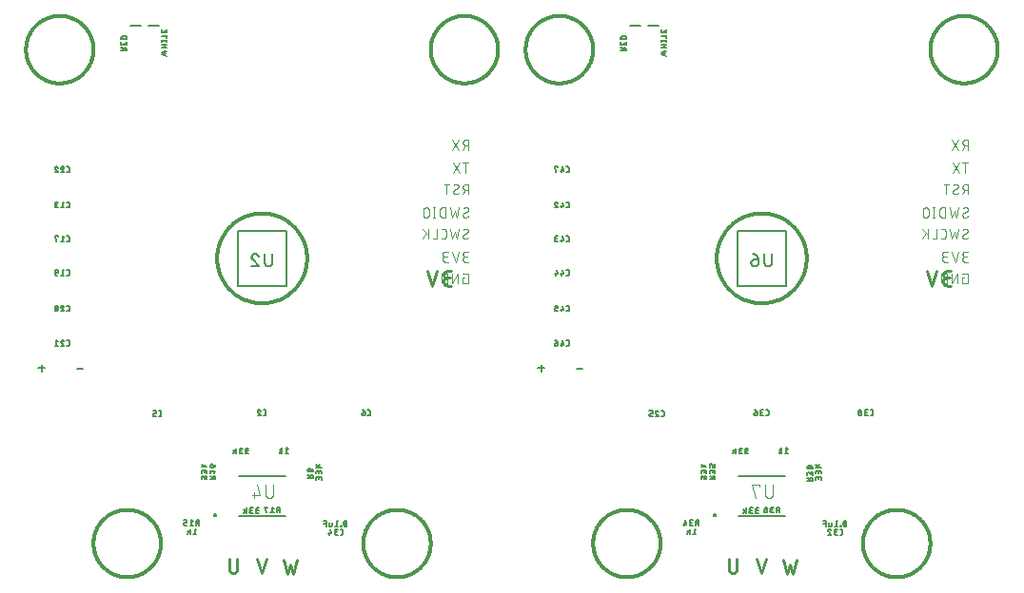
<source format=gbr>
G04 EAGLE Gerber RS-274X export*
G75*
%MOMM*%
%FSLAX34Y34*%
%LPD*%
%INSilkscreen Bottom*%
%IPPOS*%
%AMOC8*
5,1,8,0,0,1.08239X$1,22.5*%
G01*
%ADD10C,0.300000*%
%ADD11C,0.101600*%
%ADD12C,0.152400*%
%ADD13C,0.228600*%
%ADD14C,0.127000*%
%ADD15C,0.203200*%
%ADD16C,0.254000*%
%ADD17C,0.200000*%


D10*
X6000Y480000D02*
X6009Y480736D01*
X6036Y481472D01*
X6081Y482207D01*
X6144Y482941D01*
X6226Y483672D01*
X6325Y484402D01*
X6442Y485129D01*
X6576Y485853D01*
X6729Y486573D01*
X6899Y487289D01*
X7087Y488001D01*
X7292Y488709D01*
X7514Y489410D01*
X7754Y490107D01*
X8010Y490797D01*
X8284Y491481D01*
X8574Y492157D01*
X8880Y492827D01*
X9203Y493488D01*
X9542Y494142D01*
X9897Y494787D01*
X10268Y495423D01*
X10654Y496050D01*
X11056Y496667D01*
X11472Y497274D01*
X11904Y497871D01*
X12350Y498457D01*
X12810Y499032D01*
X13284Y499595D01*
X13771Y500147D01*
X14273Y500686D01*
X14787Y501213D01*
X15314Y501727D01*
X15853Y502229D01*
X16405Y502716D01*
X16968Y503190D01*
X17543Y503650D01*
X18129Y504096D01*
X18726Y504528D01*
X19333Y504944D01*
X19950Y505346D01*
X20577Y505732D01*
X21213Y506103D01*
X21858Y506458D01*
X22512Y506797D01*
X23173Y507120D01*
X23843Y507426D01*
X24519Y507716D01*
X25203Y507990D01*
X25893Y508246D01*
X26590Y508486D01*
X27291Y508708D01*
X27999Y508913D01*
X28711Y509101D01*
X29427Y509271D01*
X30147Y509424D01*
X30871Y509558D01*
X31598Y509675D01*
X32328Y509774D01*
X33059Y509856D01*
X33793Y509919D01*
X34528Y509964D01*
X35264Y509991D01*
X36000Y510000D01*
X36736Y509991D01*
X37472Y509964D01*
X38207Y509919D01*
X38941Y509856D01*
X39672Y509774D01*
X40402Y509675D01*
X41129Y509558D01*
X41853Y509424D01*
X42573Y509271D01*
X43289Y509101D01*
X44001Y508913D01*
X44709Y508708D01*
X45410Y508486D01*
X46107Y508246D01*
X46797Y507990D01*
X47481Y507716D01*
X48157Y507426D01*
X48827Y507120D01*
X49488Y506797D01*
X50142Y506458D01*
X50787Y506103D01*
X51423Y505732D01*
X52050Y505346D01*
X52667Y504944D01*
X53274Y504528D01*
X53871Y504096D01*
X54457Y503650D01*
X55032Y503190D01*
X55595Y502716D01*
X56147Y502229D01*
X56686Y501727D01*
X57213Y501213D01*
X57727Y500686D01*
X58229Y500147D01*
X58716Y499595D01*
X59190Y499032D01*
X59650Y498457D01*
X60096Y497871D01*
X60528Y497274D01*
X60944Y496667D01*
X61346Y496050D01*
X61732Y495423D01*
X62103Y494787D01*
X62458Y494142D01*
X62797Y493488D01*
X63120Y492827D01*
X63426Y492157D01*
X63716Y491481D01*
X63990Y490797D01*
X64246Y490107D01*
X64486Y489410D01*
X64708Y488709D01*
X64913Y488001D01*
X65101Y487289D01*
X65271Y486573D01*
X65424Y485853D01*
X65558Y485129D01*
X65675Y484402D01*
X65774Y483672D01*
X65856Y482941D01*
X65919Y482207D01*
X65964Y481472D01*
X65991Y480736D01*
X66000Y480000D01*
X65991Y479264D01*
X65964Y478528D01*
X65919Y477793D01*
X65856Y477059D01*
X65774Y476328D01*
X65675Y475598D01*
X65558Y474871D01*
X65424Y474147D01*
X65271Y473427D01*
X65101Y472711D01*
X64913Y471999D01*
X64708Y471291D01*
X64486Y470590D01*
X64246Y469893D01*
X63990Y469203D01*
X63716Y468519D01*
X63426Y467843D01*
X63120Y467173D01*
X62797Y466512D01*
X62458Y465858D01*
X62103Y465213D01*
X61732Y464577D01*
X61346Y463950D01*
X60944Y463333D01*
X60528Y462726D01*
X60096Y462129D01*
X59650Y461543D01*
X59190Y460968D01*
X58716Y460405D01*
X58229Y459853D01*
X57727Y459314D01*
X57213Y458787D01*
X56686Y458273D01*
X56147Y457771D01*
X55595Y457284D01*
X55032Y456810D01*
X54457Y456350D01*
X53871Y455904D01*
X53274Y455472D01*
X52667Y455056D01*
X52050Y454654D01*
X51423Y454268D01*
X50787Y453897D01*
X50142Y453542D01*
X49488Y453203D01*
X48827Y452880D01*
X48157Y452574D01*
X47481Y452284D01*
X46797Y452010D01*
X46107Y451754D01*
X45410Y451514D01*
X44709Y451292D01*
X44001Y451087D01*
X43289Y450899D01*
X42573Y450729D01*
X41853Y450576D01*
X41129Y450442D01*
X40402Y450325D01*
X39672Y450226D01*
X38941Y450144D01*
X38207Y450081D01*
X37472Y450036D01*
X36736Y450009D01*
X36000Y450000D01*
X35264Y450009D01*
X34528Y450036D01*
X33793Y450081D01*
X33059Y450144D01*
X32328Y450226D01*
X31598Y450325D01*
X30871Y450442D01*
X30147Y450576D01*
X29427Y450729D01*
X28711Y450899D01*
X27999Y451087D01*
X27291Y451292D01*
X26590Y451514D01*
X25893Y451754D01*
X25203Y452010D01*
X24519Y452284D01*
X23843Y452574D01*
X23173Y452880D01*
X22512Y453203D01*
X21858Y453542D01*
X21213Y453897D01*
X20577Y454268D01*
X19950Y454654D01*
X19333Y455056D01*
X18726Y455472D01*
X18129Y455904D01*
X17543Y456350D01*
X16968Y456810D01*
X16405Y457284D01*
X15853Y457771D01*
X15314Y458273D01*
X14787Y458787D01*
X14273Y459314D01*
X13771Y459853D01*
X13284Y460405D01*
X12810Y460968D01*
X12350Y461543D01*
X11904Y462129D01*
X11472Y462726D01*
X11056Y463333D01*
X10654Y463950D01*
X10268Y464577D01*
X9897Y465213D01*
X9542Y465858D01*
X9203Y466512D01*
X8880Y467173D01*
X8574Y467843D01*
X8284Y468519D01*
X8010Y469203D01*
X7754Y469893D01*
X7514Y470590D01*
X7292Y471291D01*
X7087Y471999D01*
X6899Y472711D01*
X6729Y473427D01*
X6576Y474147D01*
X6442Y474871D01*
X6325Y475598D01*
X6226Y476328D01*
X6144Y477059D01*
X6081Y477793D01*
X6036Y478528D01*
X6009Y479264D01*
X6000Y480000D01*
X366000Y480000D02*
X366009Y480736D01*
X366036Y481472D01*
X366081Y482207D01*
X366144Y482941D01*
X366226Y483672D01*
X366325Y484402D01*
X366442Y485129D01*
X366576Y485853D01*
X366729Y486573D01*
X366899Y487289D01*
X367087Y488001D01*
X367292Y488709D01*
X367514Y489410D01*
X367754Y490107D01*
X368010Y490797D01*
X368284Y491481D01*
X368574Y492157D01*
X368880Y492827D01*
X369203Y493488D01*
X369542Y494142D01*
X369897Y494787D01*
X370268Y495423D01*
X370654Y496050D01*
X371056Y496667D01*
X371472Y497274D01*
X371904Y497871D01*
X372350Y498457D01*
X372810Y499032D01*
X373284Y499595D01*
X373771Y500147D01*
X374273Y500686D01*
X374787Y501213D01*
X375314Y501727D01*
X375853Y502229D01*
X376405Y502716D01*
X376968Y503190D01*
X377543Y503650D01*
X378129Y504096D01*
X378726Y504528D01*
X379333Y504944D01*
X379950Y505346D01*
X380577Y505732D01*
X381213Y506103D01*
X381858Y506458D01*
X382512Y506797D01*
X383173Y507120D01*
X383843Y507426D01*
X384519Y507716D01*
X385203Y507990D01*
X385893Y508246D01*
X386590Y508486D01*
X387291Y508708D01*
X387999Y508913D01*
X388711Y509101D01*
X389427Y509271D01*
X390147Y509424D01*
X390871Y509558D01*
X391598Y509675D01*
X392328Y509774D01*
X393059Y509856D01*
X393793Y509919D01*
X394528Y509964D01*
X395264Y509991D01*
X396000Y510000D01*
X396736Y509991D01*
X397472Y509964D01*
X398207Y509919D01*
X398941Y509856D01*
X399672Y509774D01*
X400402Y509675D01*
X401129Y509558D01*
X401853Y509424D01*
X402573Y509271D01*
X403289Y509101D01*
X404001Y508913D01*
X404709Y508708D01*
X405410Y508486D01*
X406107Y508246D01*
X406797Y507990D01*
X407481Y507716D01*
X408157Y507426D01*
X408827Y507120D01*
X409488Y506797D01*
X410142Y506458D01*
X410787Y506103D01*
X411423Y505732D01*
X412050Y505346D01*
X412667Y504944D01*
X413274Y504528D01*
X413871Y504096D01*
X414457Y503650D01*
X415032Y503190D01*
X415595Y502716D01*
X416147Y502229D01*
X416686Y501727D01*
X417213Y501213D01*
X417727Y500686D01*
X418229Y500147D01*
X418716Y499595D01*
X419190Y499032D01*
X419650Y498457D01*
X420096Y497871D01*
X420528Y497274D01*
X420944Y496667D01*
X421346Y496050D01*
X421732Y495423D01*
X422103Y494787D01*
X422458Y494142D01*
X422797Y493488D01*
X423120Y492827D01*
X423426Y492157D01*
X423716Y491481D01*
X423990Y490797D01*
X424246Y490107D01*
X424486Y489410D01*
X424708Y488709D01*
X424913Y488001D01*
X425101Y487289D01*
X425271Y486573D01*
X425424Y485853D01*
X425558Y485129D01*
X425675Y484402D01*
X425774Y483672D01*
X425856Y482941D01*
X425919Y482207D01*
X425964Y481472D01*
X425991Y480736D01*
X426000Y480000D01*
X425991Y479264D01*
X425964Y478528D01*
X425919Y477793D01*
X425856Y477059D01*
X425774Y476328D01*
X425675Y475598D01*
X425558Y474871D01*
X425424Y474147D01*
X425271Y473427D01*
X425101Y472711D01*
X424913Y471999D01*
X424708Y471291D01*
X424486Y470590D01*
X424246Y469893D01*
X423990Y469203D01*
X423716Y468519D01*
X423426Y467843D01*
X423120Y467173D01*
X422797Y466512D01*
X422458Y465858D01*
X422103Y465213D01*
X421732Y464577D01*
X421346Y463950D01*
X420944Y463333D01*
X420528Y462726D01*
X420096Y462129D01*
X419650Y461543D01*
X419190Y460968D01*
X418716Y460405D01*
X418229Y459853D01*
X417727Y459314D01*
X417213Y458787D01*
X416686Y458273D01*
X416147Y457771D01*
X415595Y457284D01*
X415032Y456810D01*
X414457Y456350D01*
X413871Y455904D01*
X413274Y455472D01*
X412667Y455056D01*
X412050Y454654D01*
X411423Y454268D01*
X410787Y453897D01*
X410142Y453542D01*
X409488Y453203D01*
X408827Y452880D01*
X408157Y452574D01*
X407481Y452284D01*
X406797Y452010D01*
X406107Y451754D01*
X405410Y451514D01*
X404709Y451292D01*
X404001Y451087D01*
X403289Y450899D01*
X402573Y450729D01*
X401853Y450576D01*
X401129Y450442D01*
X400402Y450325D01*
X399672Y450226D01*
X398941Y450144D01*
X398207Y450081D01*
X397472Y450036D01*
X396736Y450009D01*
X396000Y450000D01*
X395264Y450009D01*
X394528Y450036D01*
X393793Y450081D01*
X393059Y450144D01*
X392328Y450226D01*
X391598Y450325D01*
X390871Y450442D01*
X390147Y450576D01*
X389427Y450729D01*
X388711Y450899D01*
X387999Y451087D01*
X387291Y451292D01*
X386590Y451514D01*
X385893Y451754D01*
X385203Y452010D01*
X384519Y452284D01*
X383843Y452574D01*
X383173Y452880D01*
X382512Y453203D01*
X381858Y453542D01*
X381213Y453897D01*
X380577Y454268D01*
X379950Y454654D01*
X379333Y455056D01*
X378726Y455472D01*
X378129Y455904D01*
X377543Y456350D01*
X376968Y456810D01*
X376405Y457284D01*
X375853Y457771D01*
X375314Y458273D01*
X374787Y458787D01*
X374273Y459314D01*
X373771Y459853D01*
X373284Y460405D01*
X372810Y460968D01*
X372350Y461543D01*
X371904Y462129D01*
X371472Y462726D01*
X371056Y463333D01*
X370654Y463950D01*
X370268Y464577D01*
X369897Y465213D01*
X369542Y465858D01*
X369203Y466512D01*
X368880Y467173D01*
X368574Y467843D01*
X368284Y468519D01*
X368010Y469203D01*
X367754Y469893D01*
X367514Y470590D01*
X367292Y471291D01*
X367087Y471999D01*
X366899Y472711D01*
X366729Y473427D01*
X366576Y474147D01*
X366442Y474871D01*
X366325Y475598D01*
X366226Y476328D01*
X366144Y477059D01*
X366081Y477793D01*
X366036Y478528D01*
X366009Y479264D01*
X366000Y480000D01*
X176000Y294000D02*
X176012Y294982D01*
X176048Y295963D01*
X176108Y296943D01*
X176193Y297921D01*
X176301Y298896D01*
X176433Y299869D01*
X176589Y300838D01*
X176769Y301804D01*
X176972Y302764D01*
X177199Y303719D01*
X177449Y304669D01*
X177722Y305611D01*
X178019Y306547D01*
X178338Y307476D01*
X178680Y308396D01*
X179045Y309307D01*
X179432Y310210D01*
X179840Y311102D01*
X180271Y311984D01*
X180723Y312856D01*
X181197Y313716D01*
X181691Y314564D01*
X182206Y315400D01*
X182741Y316223D01*
X183297Y317032D01*
X183872Y317828D01*
X184466Y318609D01*
X185080Y319376D01*
X185712Y320127D01*
X186362Y320862D01*
X187030Y321582D01*
X187716Y322284D01*
X188418Y322970D01*
X189138Y323638D01*
X189873Y324288D01*
X190624Y324920D01*
X191391Y325534D01*
X192172Y326128D01*
X192968Y326703D01*
X193777Y327259D01*
X194600Y327794D01*
X195436Y328309D01*
X196284Y328803D01*
X197144Y329277D01*
X198016Y329729D01*
X198898Y330160D01*
X199790Y330568D01*
X200693Y330955D01*
X201604Y331320D01*
X202524Y331662D01*
X203453Y331981D01*
X204389Y332278D01*
X205331Y332551D01*
X206281Y332801D01*
X207236Y333028D01*
X208196Y333231D01*
X209162Y333411D01*
X210131Y333567D01*
X211104Y333699D01*
X212079Y333807D01*
X213057Y333892D01*
X214037Y333952D01*
X215018Y333988D01*
X216000Y334000D01*
X216982Y333988D01*
X217963Y333952D01*
X218943Y333892D01*
X219921Y333807D01*
X220896Y333699D01*
X221869Y333567D01*
X222838Y333411D01*
X223804Y333231D01*
X224764Y333028D01*
X225719Y332801D01*
X226669Y332551D01*
X227611Y332278D01*
X228547Y331981D01*
X229476Y331662D01*
X230396Y331320D01*
X231307Y330955D01*
X232210Y330568D01*
X233102Y330160D01*
X233984Y329729D01*
X234856Y329277D01*
X235716Y328803D01*
X236564Y328309D01*
X237400Y327794D01*
X238223Y327259D01*
X239032Y326703D01*
X239828Y326128D01*
X240609Y325534D01*
X241376Y324920D01*
X242127Y324288D01*
X242862Y323638D01*
X243582Y322970D01*
X244284Y322284D01*
X244970Y321582D01*
X245638Y320862D01*
X246288Y320127D01*
X246920Y319376D01*
X247534Y318609D01*
X248128Y317828D01*
X248703Y317032D01*
X249259Y316223D01*
X249794Y315400D01*
X250309Y314564D01*
X250803Y313716D01*
X251277Y312856D01*
X251729Y311984D01*
X252160Y311102D01*
X252568Y310210D01*
X252955Y309307D01*
X253320Y308396D01*
X253662Y307476D01*
X253981Y306547D01*
X254278Y305611D01*
X254551Y304669D01*
X254801Y303719D01*
X255028Y302764D01*
X255231Y301804D01*
X255411Y300838D01*
X255567Y299869D01*
X255699Y298896D01*
X255807Y297921D01*
X255892Y296943D01*
X255952Y295963D01*
X255988Y294982D01*
X256000Y294000D01*
X255988Y293018D01*
X255952Y292037D01*
X255892Y291057D01*
X255807Y290079D01*
X255699Y289104D01*
X255567Y288131D01*
X255411Y287162D01*
X255231Y286196D01*
X255028Y285236D01*
X254801Y284281D01*
X254551Y283331D01*
X254278Y282389D01*
X253981Y281453D01*
X253662Y280524D01*
X253320Y279604D01*
X252955Y278693D01*
X252568Y277790D01*
X252160Y276898D01*
X251729Y276016D01*
X251277Y275144D01*
X250803Y274284D01*
X250309Y273436D01*
X249794Y272600D01*
X249259Y271777D01*
X248703Y270968D01*
X248128Y270172D01*
X247534Y269391D01*
X246920Y268624D01*
X246288Y267873D01*
X245638Y267138D01*
X244970Y266418D01*
X244284Y265716D01*
X243582Y265030D01*
X242862Y264362D01*
X242127Y263712D01*
X241376Y263080D01*
X240609Y262466D01*
X239828Y261872D01*
X239032Y261297D01*
X238223Y260741D01*
X237400Y260206D01*
X236564Y259691D01*
X235716Y259197D01*
X234856Y258723D01*
X233984Y258271D01*
X233102Y257840D01*
X232210Y257432D01*
X231307Y257045D01*
X230396Y256680D01*
X229476Y256338D01*
X228547Y256019D01*
X227611Y255722D01*
X226669Y255449D01*
X225719Y255199D01*
X224764Y254972D01*
X223804Y254769D01*
X222838Y254589D01*
X221869Y254433D01*
X220896Y254301D01*
X219921Y254193D01*
X218943Y254108D01*
X217963Y254048D01*
X216982Y254012D01*
X216000Y254000D01*
X215018Y254012D01*
X214037Y254048D01*
X213057Y254108D01*
X212079Y254193D01*
X211104Y254301D01*
X210131Y254433D01*
X209162Y254589D01*
X208196Y254769D01*
X207236Y254972D01*
X206281Y255199D01*
X205331Y255449D01*
X204389Y255722D01*
X203453Y256019D01*
X202524Y256338D01*
X201604Y256680D01*
X200693Y257045D01*
X199790Y257432D01*
X198898Y257840D01*
X198016Y258271D01*
X197144Y258723D01*
X196284Y259197D01*
X195436Y259691D01*
X194600Y260206D01*
X193777Y260741D01*
X192968Y261297D01*
X192172Y261872D01*
X191391Y262466D01*
X190624Y263080D01*
X189873Y263712D01*
X189138Y264362D01*
X188418Y265030D01*
X187716Y265716D01*
X187030Y266418D01*
X186362Y267138D01*
X185712Y267873D01*
X185080Y268624D01*
X184466Y269391D01*
X183872Y270172D01*
X183297Y270968D01*
X182741Y271777D01*
X182206Y272600D01*
X181691Y273436D01*
X181197Y274284D01*
X180723Y275144D01*
X180271Y276016D01*
X179840Y276898D01*
X179432Y277790D01*
X179045Y278693D01*
X178680Y279604D01*
X178338Y280524D01*
X178019Y281453D01*
X177722Y282389D01*
X177449Y283331D01*
X177199Y284281D01*
X176972Y285236D01*
X176769Y286196D01*
X176589Y287162D01*
X176433Y288131D01*
X176301Y289104D01*
X176193Y290079D01*
X176108Y291057D01*
X176048Y292037D01*
X176012Y293018D01*
X176000Y294000D01*
D11*
X399542Y390796D02*
X399542Y399780D01*
X397046Y399780D01*
X396947Y399778D01*
X396848Y399772D01*
X396749Y399762D01*
X396651Y399748D01*
X396553Y399731D01*
X396456Y399709D01*
X396360Y399684D01*
X396265Y399655D01*
X396172Y399622D01*
X396079Y399585D01*
X395989Y399545D01*
X395900Y399501D01*
X395812Y399454D01*
X395727Y399403D01*
X395644Y399349D01*
X395563Y399292D01*
X395484Y399231D01*
X395408Y399167D01*
X395334Y399101D01*
X395264Y399031D01*
X395196Y398959D01*
X395130Y398884D01*
X395068Y398807D01*
X395009Y398727D01*
X394954Y398645D01*
X394901Y398561D01*
X394852Y398474D01*
X394806Y398386D01*
X394764Y398296D01*
X394726Y398205D01*
X394691Y398112D01*
X394660Y398017D01*
X394633Y397922D01*
X394609Y397826D01*
X394590Y397728D01*
X394574Y397630D01*
X394562Y397532D01*
X394554Y397433D01*
X394550Y397334D01*
X394550Y397234D01*
X394554Y397135D01*
X394562Y397036D01*
X394574Y396938D01*
X394590Y396840D01*
X394609Y396742D01*
X394633Y396646D01*
X394660Y396551D01*
X394691Y396456D01*
X394726Y396363D01*
X394764Y396272D01*
X394806Y396182D01*
X394852Y396094D01*
X394901Y396007D01*
X394954Y395923D01*
X395009Y395841D01*
X395068Y395761D01*
X395130Y395684D01*
X395196Y395609D01*
X395264Y395537D01*
X395334Y395467D01*
X395408Y395401D01*
X395484Y395337D01*
X395563Y395276D01*
X395644Y395219D01*
X395727Y395165D01*
X395812Y395114D01*
X395900Y395067D01*
X395989Y395023D01*
X396079Y394983D01*
X396172Y394946D01*
X396265Y394913D01*
X396360Y394884D01*
X396456Y394859D01*
X396553Y394837D01*
X396651Y394820D01*
X396749Y394806D01*
X396848Y394796D01*
X396947Y394790D01*
X397046Y394788D01*
X399542Y394788D01*
X396547Y394788D02*
X394551Y390796D01*
X391107Y390796D02*
X385118Y399780D01*
X391107Y399780D02*
X385118Y390796D01*
X397046Y379142D02*
X397046Y370158D01*
X399542Y379142D02*
X394551Y379142D01*
X385652Y379142D02*
X391641Y370158D01*
X385652Y370158D02*
X391641Y379142D01*
X399542Y360092D02*
X399542Y351108D01*
X399542Y360092D02*
X397046Y360092D01*
X396947Y360090D01*
X396848Y360084D01*
X396749Y360074D01*
X396651Y360060D01*
X396553Y360043D01*
X396456Y360021D01*
X396360Y359996D01*
X396265Y359967D01*
X396172Y359934D01*
X396079Y359897D01*
X395989Y359857D01*
X395900Y359813D01*
X395812Y359766D01*
X395727Y359715D01*
X395644Y359661D01*
X395563Y359604D01*
X395484Y359543D01*
X395408Y359479D01*
X395334Y359413D01*
X395264Y359343D01*
X395196Y359271D01*
X395130Y359196D01*
X395068Y359119D01*
X395009Y359039D01*
X394954Y358957D01*
X394901Y358873D01*
X394852Y358786D01*
X394806Y358698D01*
X394764Y358608D01*
X394726Y358517D01*
X394691Y358424D01*
X394660Y358329D01*
X394633Y358234D01*
X394609Y358138D01*
X394590Y358040D01*
X394574Y357942D01*
X394562Y357844D01*
X394554Y357745D01*
X394550Y357646D01*
X394550Y357546D01*
X394554Y357447D01*
X394562Y357348D01*
X394574Y357250D01*
X394590Y357152D01*
X394609Y357054D01*
X394633Y356958D01*
X394660Y356863D01*
X394691Y356768D01*
X394726Y356675D01*
X394764Y356584D01*
X394806Y356494D01*
X394852Y356406D01*
X394901Y356319D01*
X394954Y356235D01*
X395009Y356153D01*
X395068Y356073D01*
X395130Y355996D01*
X395196Y355921D01*
X395264Y355849D01*
X395334Y355779D01*
X395408Y355713D01*
X395484Y355649D01*
X395563Y355588D01*
X395644Y355531D01*
X395727Y355477D01*
X395812Y355426D01*
X395900Y355379D01*
X395989Y355335D01*
X396079Y355295D01*
X396172Y355258D01*
X396265Y355225D01*
X396360Y355196D01*
X396456Y355171D01*
X396553Y355149D01*
X396651Y355132D01*
X396749Y355118D01*
X396848Y355108D01*
X396947Y355102D01*
X397046Y355100D01*
X397046Y355101D02*
X399542Y355101D01*
X396547Y355101D02*
X394551Y351108D01*
X387913Y351108D02*
X387826Y351110D01*
X387739Y351116D01*
X387652Y351125D01*
X387566Y351138D01*
X387481Y351155D01*
X387396Y351176D01*
X387313Y351200D01*
X387230Y351228D01*
X387149Y351260D01*
X387069Y351295D01*
X386991Y351334D01*
X386915Y351375D01*
X386841Y351421D01*
X386768Y351469D01*
X386698Y351520D01*
X386630Y351575D01*
X386565Y351632D01*
X386502Y351693D01*
X386441Y351756D01*
X386384Y351821D01*
X386329Y351889D01*
X386278Y351959D01*
X386230Y352032D01*
X386184Y352106D01*
X386143Y352182D01*
X386104Y352260D01*
X386069Y352340D01*
X386037Y352421D01*
X386009Y352504D01*
X385985Y352587D01*
X385964Y352672D01*
X385947Y352757D01*
X385934Y352843D01*
X385925Y352930D01*
X385919Y353017D01*
X385917Y353104D01*
X387913Y351108D02*
X388041Y351110D01*
X388169Y351116D01*
X388297Y351125D01*
X388424Y351139D01*
X388551Y351157D01*
X388677Y351178D01*
X388803Y351203D01*
X388928Y351232D01*
X389052Y351265D01*
X389174Y351301D01*
X389296Y351341D01*
X389416Y351385D01*
X389535Y351432D01*
X389653Y351484D01*
X389769Y351538D01*
X389883Y351596D01*
X389995Y351658D01*
X390106Y351723D01*
X390214Y351791D01*
X390320Y351862D01*
X390424Y351937D01*
X390526Y352015D01*
X390625Y352096D01*
X390722Y352180D01*
X390816Y352266D01*
X390908Y352356D01*
X390658Y358096D02*
X390656Y358183D01*
X390650Y358270D01*
X390641Y358357D01*
X390628Y358443D01*
X390611Y358528D01*
X390590Y358613D01*
X390566Y358696D01*
X390538Y358779D01*
X390506Y358860D01*
X390471Y358940D01*
X390432Y359018D01*
X390391Y359094D01*
X390345Y359168D01*
X390297Y359241D01*
X390246Y359311D01*
X390191Y359379D01*
X390134Y359444D01*
X390073Y359507D01*
X390010Y359568D01*
X389945Y359625D01*
X389877Y359680D01*
X389807Y359731D01*
X389734Y359779D01*
X389660Y359825D01*
X389584Y359866D01*
X389506Y359905D01*
X389426Y359940D01*
X389345Y359972D01*
X389262Y360000D01*
X389179Y360024D01*
X389094Y360045D01*
X389009Y360062D01*
X388923Y360075D01*
X388836Y360084D01*
X388749Y360090D01*
X388662Y360092D01*
X388542Y360090D01*
X388421Y360084D01*
X388301Y360075D01*
X388182Y360061D01*
X388062Y360044D01*
X387944Y360022D01*
X387826Y359997D01*
X387709Y359969D01*
X387593Y359936D01*
X387478Y359900D01*
X387365Y359860D01*
X387252Y359816D01*
X387142Y359769D01*
X387032Y359719D01*
X386925Y359664D01*
X386819Y359607D01*
X386715Y359546D01*
X386613Y359482D01*
X386514Y359414D01*
X386416Y359343D01*
X389661Y356349D02*
X389735Y356395D01*
X389808Y356444D01*
X389878Y356497D01*
X389946Y356552D01*
X390012Y356610D01*
X390075Y356672D01*
X390135Y356735D01*
X390192Y356802D01*
X390247Y356870D01*
X390298Y356941D01*
X390347Y357015D01*
X390392Y357090D01*
X390434Y357167D01*
X390472Y357246D01*
X390507Y357326D01*
X390539Y357408D01*
X390567Y357491D01*
X390591Y357575D01*
X390612Y357661D01*
X390629Y357747D01*
X390642Y357834D01*
X390651Y357921D01*
X390657Y358008D01*
X390659Y358096D01*
X386914Y354851D02*
X386840Y354805D01*
X386767Y354756D01*
X386697Y354703D01*
X386629Y354648D01*
X386563Y354590D01*
X386500Y354528D01*
X386440Y354465D01*
X386383Y354398D01*
X386328Y354330D01*
X386277Y354259D01*
X386228Y354185D01*
X386183Y354110D01*
X386141Y354033D01*
X386103Y353954D01*
X386068Y353874D01*
X386036Y353792D01*
X386008Y353709D01*
X385984Y353625D01*
X385963Y353539D01*
X385946Y353453D01*
X385933Y353366D01*
X385924Y353279D01*
X385918Y353192D01*
X385916Y353104D01*
X386915Y354851D02*
X389660Y356349D01*
X380312Y360092D02*
X380312Y351108D01*
X382808Y360092D02*
X377817Y360092D01*
X394551Y332467D02*
X394553Y332380D01*
X394559Y332293D01*
X394568Y332206D01*
X394581Y332120D01*
X394598Y332035D01*
X394619Y331950D01*
X394643Y331867D01*
X394671Y331784D01*
X394703Y331703D01*
X394738Y331623D01*
X394777Y331545D01*
X394818Y331469D01*
X394864Y331395D01*
X394912Y331322D01*
X394963Y331252D01*
X395018Y331184D01*
X395075Y331119D01*
X395136Y331056D01*
X395199Y330995D01*
X395264Y330938D01*
X395332Y330883D01*
X395402Y330832D01*
X395475Y330784D01*
X395549Y330738D01*
X395625Y330697D01*
X395703Y330658D01*
X395783Y330623D01*
X395864Y330591D01*
X395947Y330563D01*
X396030Y330539D01*
X396115Y330518D01*
X396200Y330501D01*
X396286Y330488D01*
X396373Y330479D01*
X396460Y330473D01*
X396547Y330471D01*
X396547Y330470D02*
X396675Y330472D01*
X396803Y330478D01*
X396931Y330487D01*
X397058Y330501D01*
X397185Y330519D01*
X397311Y330540D01*
X397437Y330565D01*
X397562Y330594D01*
X397686Y330627D01*
X397808Y330663D01*
X397930Y330703D01*
X398050Y330747D01*
X398169Y330794D01*
X398287Y330846D01*
X398403Y330900D01*
X398517Y330958D01*
X398629Y331020D01*
X398740Y331085D01*
X398848Y331153D01*
X398954Y331224D01*
X399058Y331299D01*
X399160Y331377D01*
X399259Y331458D01*
X399356Y331542D01*
X399450Y331628D01*
X399542Y331718D01*
X399292Y337458D02*
X399290Y337545D01*
X399284Y337632D01*
X399275Y337719D01*
X399262Y337805D01*
X399245Y337890D01*
X399224Y337975D01*
X399200Y338058D01*
X399172Y338141D01*
X399140Y338222D01*
X399105Y338302D01*
X399066Y338380D01*
X399025Y338456D01*
X398979Y338530D01*
X398931Y338603D01*
X398880Y338673D01*
X398825Y338741D01*
X398768Y338806D01*
X398707Y338869D01*
X398644Y338930D01*
X398579Y338987D01*
X398511Y339042D01*
X398441Y339093D01*
X398368Y339141D01*
X398294Y339187D01*
X398218Y339228D01*
X398140Y339267D01*
X398060Y339302D01*
X397979Y339334D01*
X397896Y339362D01*
X397813Y339386D01*
X397728Y339407D01*
X397643Y339424D01*
X397557Y339437D01*
X397470Y339446D01*
X397383Y339452D01*
X397296Y339454D01*
X397176Y339452D01*
X397055Y339446D01*
X396935Y339437D01*
X396816Y339423D01*
X396696Y339406D01*
X396578Y339384D01*
X396460Y339359D01*
X396343Y339331D01*
X396227Y339298D01*
X396112Y339262D01*
X395999Y339222D01*
X395886Y339178D01*
X395776Y339131D01*
X395666Y339081D01*
X395559Y339026D01*
X395453Y338969D01*
X395349Y338908D01*
X395247Y338844D01*
X395148Y338776D01*
X395050Y338705D01*
X398295Y335711D02*
X398369Y335757D01*
X398442Y335806D01*
X398512Y335859D01*
X398580Y335914D01*
X398646Y335972D01*
X398709Y336034D01*
X398769Y336097D01*
X398826Y336164D01*
X398881Y336232D01*
X398932Y336303D01*
X398981Y336377D01*
X399026Y336452D01*
X399068Y336529D01*
X399106Y336608D01*
X399141Y336688D01*
X399173Y336770D01*
X399201Y336853D01*
X399225Y336937D01*
X399246Y337023D01*
X399263Y337109D01*
X399276Y337196D01*
X399285Y337283D01*
X399291Y337370D01*
X399293Y337458D01*
X395549Y334214D02*
X395475Y334168D01*
X395402Y334119D01*
X395332Y334066D01*
X395264Y334011D01*
X395198Y333953D01*
X395135Y333891D01*
X395075Y333828D01*
X395018Y333761D01*
X394963Y333693D01*
X394912Y333622D01*
X394863Y333548D01*
X394818Y333473D01*
X394776Y333396D01*
X394738Y333317D01*
X394703Y333237D01*
X394671Y333155D01*
X394643Y333072D01*
X394619Y332988D01*
X394598Y332902D01*
X394581Y332816D01*
X394568Y332729D01*
X394559Y332642D01*
X394553Y332555D01*
X394551Y332467D01*
X395549Y334214D02*
X398294Y335711D01*
X391139Y339455D02*
X389143Y330471D01*
X387146Y336460D01*
X385150Y330471D01*
X383154Y339455D01*
X379142Y339455D02*
X379142Y330471D01*
X379142Y339455D02*
X376647Y339455D01*
X376549Y339453D01*
X376451Y339447D01*
X376354Y339438D01*
X376257Y339424D01*
X376160Y339407D01*
X376064Y339386D01*
X375969Y339361D01*
X375876Y339333D01*
X375783Y339301D01*
X375692Y339265D01*
X375602Y339226D01*
X375514Y339183D01*
X375427Y339137D01*
X375343Y339087D01*
X375260Y339034D01*
X375180Y338978D01*
X375102Y338919D01*
X375026Y338857D01*
X374953Y338792D01*
X374882Y338724D01*
X374814Y338653D01*
X374749Y338580D01*
X374687Y338504D01*
X374628Y338426D01*
X374572Y338346D01*
X374519Y338263D01*
X374469Y338179D01*
X374423Y338092D01*
X374380Y338004D01*
X374341Y337914D01*
X374305Y337823D01*
X374273Y337730D01*
X374245Y337637D01*
X374220Y337542D01*
X374199Y337446D01*
X374182Y337349D01*
X374168Y337252D01*
X374159Y337155D01*
X374153Y337057D01*
X374151Y336959D01*
X374151Y332966D01*
X374153Y332868D01*
X374159Y332770D01*
X374168Y332673D01*
X374182Y332576D01*
X374199Y332479D01*
X374220Y332383D01*
X374245Y332288D01*
X374273Y332195D01*
X374305Y332102D01*
X374341Y332011D01*
X374380Y331921D01*
X374423Y331833D01*
X374469Y331746D01*
X374519Y331662D01*
X374572Y331579D01*
X374628Y331499D01*
X374687Y331421D01*
X374749Y331345D01*
X374814Y331272D01*
X374882Y331201D01*
X374953Y331133D01*
X375026Y331068D01*
X375102Y331006D01*
X375180Y330947D01*
X375260Y330891D01*
X375343Y330838D01*
X375427Y330788D01*
X375514Y330742D01*
X375602Y330699D01*
X375692Y330660D01*
X375783Y330624D01*
X375876Y330592D01*
X375969Y330564D01*
X376064Y330539D01*
X376160Y330518D01*
X376257Y330501D01*
X376354Y330487D01*
X376451Y330478D01*
X376549Y330472D01*
X376647Y330470D01*
X376647Y330471D02*
X379142Y330471D01*
X369147Y330471D02*
X369147Y339455D01*
X370145Y330471D02*
X368148Y330471D01*
X368148Y339455D02*
X370145Y339455D01*
X364442Y336959D02*
X364442Y332966D01*
X364443Y336959D02*
X364441Y337058D01*
X364435Y337157D01*
X364425Y337256D01*
X364411Y337354D01*
X364394Y337452D01*
X364372Y337549D01*
X364347Y337645D01*
X364318Y337740D01*
X364285Y337833D01*
X364248Y337926D01*
X364208Y338016D01*
X364164Y338105D01*
X364117Y338193D01*
X364066Y338278D01*
X364012Y338361D01*
X363955Y338442D01*
X363894Y338521D01*
X363830Y338597D01*
X363764Y338671D01*
X363694Y338741D01*
X363622Y338809D01*
X363547Y338875D01*
X363470Y338937D01*
X363390Y338996D01*
X363308Y339051D01*
X363224Y339104D01*
X363137Y339153D01*
X363049Y339199D01*
X362959Y339241D01*
X362868Y339279D01*
X362775Y339314D01*
X362680Y339345D01*
X362585Y339372D01*
X362489Y339396D01*
X362391Y339415D01*
X362293Y339431D01*
X362195Y339443D01*
X362096Y339451D01*
X361997Y339455D01*
X361897Y339455D01*
X361798Y339451D01*
X361699Y339443D01*
X361601Y339431D01*
X361503Y339415D01*
X361405Y339396D01*
X361309Y339372D01*
X361214Y339345D01*
X361119Y339314D01*
X361026Y339279D01*
X360935Y339241D01*
X360845Y339199D01*
X360757Y339153D01*
X360670Y339104D01*
X360586Y339051D01*
X360504Y338996D01*
X360424Y338937D01*
X360347Y338875D01*
X360272Y338809D01*
X360200Y338741D01*
X360130Y338671D01*
X360064Y338597D01*
X360000Y338521D01*
X359939Y338442D01*
X359882Y338361D01*
X359828Y338278D01*
X359777Y338193D01*
X359730Y338105D01*
X359686Y338016D01*
X359646Y337926D01*
X359609Y337833D01*
X359576Y337740D01*
X359547Y337645D01*
X359522Y337549D01*
X359500Y337452D01*
X359483Y337354D01*
X359469Y337256D01*
X359459Y337157D01*
X359453Y337058D01*
X359451Y336959D01*
X359451Y332966D01*
X359453Y332867D01*
X359459Y332768D01*
X359469Y332669D01*
X359483Y332571D01*
X359500Y332473D01*
X359522Y332376D01*
X359547Y332280D01*
X359576Y332185D01*
X359609Y332092D01*
X359646Y331999D01*
X359686Y331909D01*
X359730Y331820D01*
X359777Y331732D01*
X359828Y331647D01*
X359882Y331564D01*
X359939Y331483D01*
X360000Y331404D01*
X360064Y331328D01*
X360130Y331254D01*
X360200Y331184D01*
X360272Y331116D01*
X360347Y331050D01*
X360424Y330988D01*
X360504Y330929D01*
X360586Y330874D01*
X360670Y330821D01*
X360757Y330772D01*
X360845Y330726D01*
X360935Y330684D01*
X361026Y330646D01*
X361119Y330611D01*
X361214Y330580D01*
X361309Y330553D01*
X361405Y330529D01*
X361503Y330510D01*
X361601Y330494D01*
X361699Y330482D01*
X361798Y330474D01*
X361897Y330470D01*
X361997Y330470D01*
X362096Y330474D01*
X362195Y330482D01*
X362293Y330494D01*
X362391Y330510D01*
X362489Y330529D01*
X362585Y330553D01*
X362680Y330580D01*
X362775Y330611D01*
X362868Y330646D01*
X362959Y330684D01*
X363049Y330726D01*
X363137Y330772D01*
X363224Y330821D01*
X363308Y330874D01*
X363390Y330929D01*
X363470Y330988D01*
X363547Y331050D01*
X363622Y331116D01*
X363694Y331184D01*
X363764Y331254D01*
X363830Y331328D01*
X363894Y331404D01*
X363955Y331483D01*
X364012Y331564D01*
X364066Y331647D01*
X364117Y331732D01*
X364164Y331820D01*
X364208Y331909D01*
X364248Y331999D01*
X364285Y332092D01*
X364318Y332185D01*
X364347Y332280D01*
X364372Y332376D01*
X364394Y332473D01*
X364411Y332571D01*
X364425Y332669D01*
X364435Y332768D01*
X364441Y332867D01*
X364443Y332966D01*
X394551Y313417D02*
X394553Y313330D01*
X394559Y313243D01*
X394568Y313156D01*
X394581Y313070D01*
X394598Y312985D01*
X394619Y312900D01*
X394643Y312817D01*
X394671Y312734D01*
X394703Y312653D01*
X394738Y312573D01*
X394777Y312495D01*
X394818Y312419D01*
X394864Y312345D01*
X394912Y312272D01*
X394963Y312202D01*
X395018Y312134D01*
X395075Y312069D01*
X395136Y312006D01*
X395199Y311945D01*
X395264Y311888D01*
X395332Y311833D01*
X395402Y311782D01*
X395475Y311734D01*
X395549Y311688D01*
X395625Y311647D01*
X395703Y311608D01*
X395783Y311573D01*
X395864Y311541D01*
X395947Y311513D01*
X396030Y311489D01*
X396115Y311468D01*
X396200Y311451D01*
X396286Y311438D01*
X396373Y311429D01*
X396460Y311423D01*
X396547Y311421D01*
X396547Y311420D02*
X396675Y311422D01*
X396803Y311428D01*
X396931Y311437D01*
X397058Y311451D01*
X397185Y311469D01*
X397311Y311490D01*
X397437Y311515D01*
X397562Y311544D01*
X397686Y311577D01*
X397808Y311613D01*
X397930Y311653D01*
X398050Y311697D01*
X398169Y311744D01*
X398287Y311796D01*
X398403Y311850D01*
X398517Y311908D01*
X398629Y311970D01*
X398740Y312035D01*
X398848Y312103D01*
X398954Y312174D01*
X399058Y312249D01*
X399160Y312327D01*
X399259Y312408D01*
X399356Y312492D01*
X399450Y312578D01*
X399542Y312668D01*
X399292Y318408D02*
X399290Y318495D01*
X399284Y318582D01*
X399275Y318669D01*
X399262Y318755D01*
X399245Y318840D01*
X399224Y318925D01*
X399200Y319008D01*
X399172Y319091D01*
X399140Y319172D01*
X399105Y319252D01*
X399066Y319330D01*
X399025Y319406D01*
X398979Y319480D01*
X398931Y319553D01*
X398880Y319623D01*
X398825Y319691D01*
X398768Y319756D01*
X398707Y319819D01*
X398644Y319880D01*
X398579Y319937D01*
X398511Y319992D01*
X398441Y320043D01*
X398368Y320091D01*
X398294Y320137D01*
X398218Y320178D01*
X398140Y320217D01*
X398060Y320252D01*
X397979Y320284D01*
X397896Y320312D01*
X397813Y320336D01*
X397728Y320357D01*
X397643Y320374D01*
X397557Y320387D01*
X397470Y320396D01*
X397383Y320402D01*
X397296Y320404D01*
X397176Y320402D01*
X397055Y320396D01*
X396935Y320387D01*
X396816Y320373D01*
X396696Y320356D01*
X396578Y320334D01*
X396460Y320309D01*
X396343Y320281D01*
X396227Y320248D01*
X396112Y320212D01*
X395999Y320172D01*
X395886Y320128D01*
X395776Y320081D01*
X395666Y320031D01*
X395559Y319976D01*
X395453Y319919D01*
X395349Y319858D01*
X395247Y319794D01*
X395148Y319726D01*
X395050Y319655D01*
X398295Y316661D02*
X398369Y316707D01*
X398442Y316756D01*
X398512Y316809D01*
X398580Y316864D01*
X398646Y316922D01*
X398709Y316984D01*
X398769Y317047D01*
X398826Y317114D01*
X398881Y317182D01*
X398932Y317253D01*
X398981Y317327D01*
X399026Y317402D01*
X399068Y317479D01*
X399106Y317558D01*
X399141Y317638D01*
X399173Y317720D01*
X399201Y317803D01*
X399225Y317887D01*
X399246Y317973D01*
X399263Y318059D01*
X399276Y318146D01*
X399285Y318233D01*
X399291Y318320D01*
X399293Y318408D01*
X395549Y315164D02*
X395475Y315118D01*
X395402Y315069D01*
X395332Y315016D01*
X395264Y314961D01*
X395198Y314903D01*
X395135Y314841D01*
X395075Y314778D01*
X395018Y314711D01*
X394963Y314643D01*
X394912Y314572D01*
X394863Y314498D01*
X394818Y314423D01*
X394776Y314346D01*
X394738Y314267D01*
X394703Y314187D01*
X394671Y314105D01*
X394643Y314022D01*
X394619Y313938D01*
X394598Y313852D01*
X394581Y313766D01*
X394568Y313679D01*
X394559Y313592D01*
X394553Y313505D01*
X394551Y313417D01*
X395549Y315164D02*
X398294Y316661D01*
X391139Y320405D02*
X389143Y311421D01*
X387146Y317410D01*
X385150Y311421D01*
X383154Y320405D01*
X377475Y311421D02*
X375479Y311421D01*
X377475Y311421D02*
X377562Y311423D01*
X377649Y311429D01*
X377736Y311438D01*
X377822Y311451D01*
X377907Y311468D01*
X377992Y311489D01*
X378075Y311513D01*
X378158Y311541D01*
X378239Y311573D01*
X378319Y311608D01*
X378397Y311647D01*
X378473Y311688D01*
X378547Y311734D01*
X378620Y311782D01*
X378690Y311833D01*
X378758Y311888D01*
X378823Y311945D01*
X378886Y312006D01*
X378947Y312069D01*
X379004Y312134D01*
X379059Y312202D01*
X379110Y312272D01*
X379158Y312345D01*
X379204Y312419D01*
X379245Y312495D01*
X379284Y312573D01*
X379319Y312653D01*
X379351Y312734D01*
X379379Y312817D01*
X379403Y312900D01*
X379424Y312985D01*
X379441Y313070D01*
X379454Y313156D01*
X379463Y313243D01*
X379469Y313330D01*
X379471Y313417D01*
X379472Y313417D02*
X379472Y318408D01*
X379471Y318408D02*
X379469Y318495D01*
X379463Y318582D01*
X379454Y318669D01*
X379441Y318755D01*
X379424Y318840D01*
X379403Y318925D01*
X379379Y319008D01*
X379351Y319091D01*
X379319Y319172D01*
X379284Y319252D01*
X379245Y319330D01*
X379204Y319406D01*
X379158Y319480D01*
X379110Y319553D01*
X379059Y319623D01*
X379004Y319691D01*
X378947Y319756D01*
X378886Y319819D01*
X378823Y319880D01*
X378758Y319937D01*
X378690Y319992D01*
X378620Y320043D01*
X378547Y320091D01*
X378473Y320137D01*
X378397Y320178D01*
X378319Y320217D01*
X378239Y320252D01*
X378158Y320284D01*
X378075Y320312D01*
X377992Y320336D01*
X377907Y320357D01*
X377822Y320374D01*
X377736Y320387D01*
X377649Y320396D01*
X377562Y320402D01*
X377475Y320404D01*
X377475Y320405D02*
X375479Y320405D01*
X371622Y320405D02*
X371622Y311421D01*
X367629Y311421D01*
X363691Y311421D02*
X363691Y320405D01*
X358700Y320405D02*
X363691Y314914D01*
X361694Y316911D02*
X358700Y311421D01*
X397046Y290783D02*
X399542Y290783D01*
X397046Y290783D02*
X396947Y290785D01*
X396848Y290791D01*
X396749Y290801D01*
X396651Y290815D01*
X396553Y290832D01*
X396456Y290854D01*
X396360Y290879D01*
X396265Y290908D01*
X396172Y290941D01*
X396079Y290978D01*
X395989Y291018D01*
X395900Y291062D01*
X395812Y291109D01*
X395727Y291160D01*
X395644Y291214D01*
X395563Y291271D01*
X395484Y291332D01*
X395408Y291396D01*
X395334Y291462D01*
X395264Y291532D01*
X395196Y291604D01*
X395130Y291679D01*
X395068Y291756D01*
X395009Y291836D01*
X394954Y291918D01*
X394901Y292002D01*
X394852Y292089D01*
X394806Y292177D01*
X394764Y292267D01*
X394726Y292358D01*
X394691Y292451D01*
X394660Y292546D01*
X394633Y292641D01*
X394609Y292737D01*
X394590Y292835D01*
X394574Y292933D01*
X394562Y293031D01*
X394554Y293130D01*
X394550Y293229D01*
X394550Y293329D01*
X394554Y293428D01*
X394562Y293527D01*
X394574Y293625D01*
X394590Y293723D01*
X394609Y293821D01*
X394633Y293917D01*
X394660Y294012D01*
X394691Y294107D01*
X394726Y294200D01*
X394764Y294291D01*
X394806Y294381D01*
X394852Y294469D01*
X394901Y294556D01*
X394954Y294640D01*
X395009Y294722D01*
X395068Y294802D01*
X395130Y294879D01*
X395196Y294954D01*
X395264Y295026D01*
X395334Y295096D01*
X395408Y295162D01*
X395484Y295226D01*
X395563Y295287D01*
X395644Y295344D01*
X395727Y295398D01*
X395812Y295449D01*
X395900Y295496D01*
X395989Y295540D01*
X396079Y295580D01*
X396172Y295617D01*
X396265Y295650D01*
X396360Y295679D01*
X396456Y295704D01*
X396553Y295726D01*
X396651Y295743D01*
X396749Y295757D01*
X396848Y295767D01*
X396947Y295773D01*
X397046Y295775D01*
X396547Y299767D02*
X399542Y299767D01*
X396547Y299767D02*
X396459Y299765D01*
X396371Y299759D01*
X396283Y299749D01*
X396196Y299736D01*
X396109Y299718D01*
X396023Y299697D01*
X395939Y299672D01*
X395855Y299643D01*
X395773Y299611D01*
X395692Y299575D01*
X395613Y299535D01*
X395536Y299492D01*
X395461Y299446D01*
X395388Y299396D01*
X395317Y299343D01*
X395249Y299287D01*
X395183Y299228D01*
X395120Y299167D01*
X395060Y299102D01*
X395002Y299035D01*
X394948Y298966D01*
X394897Y298894D01*
X394849Y298820D01*
X394804Y298743D01*
X394763Y298665D01*
X394725Y298586D01*
X394691Y298504D01*
X394660Y298421D01*
X394633Y298337D01*
X394610Y298252D01*
X394590Y298166D01*
X394575Y298079D01*
X394563Y297991D01*
X394555Y297903D01*
X394551Y297815D01*
X394551Y297727D01*
X394555Y297639D01*
X394563Y297551D01*
X394575Y297463D01*
X394590Y297376D01*
X394610Y297290D01*
X394633Y297205D01*
X394660Y297121D01*
X394691Y297038D01*
X394725Y296956D01*
X394763Y296877D01*
X394804Y296799D01*
X394849Y296722D01*
X394897Y296648D01*
X394948Y296576D01*
X395002Y296507D01*
X395060Y296440D01*
X395120Y296375D01*
X395183Y296314D01*
X395249Y296255D01*
X395317Y296199D01*
X395388Y296146D01*
X395461Y296096D01*
X395536Y296050D01*
X395613Y296007D01*
X395692Y295967D01*
X395773Y295931D01*
X395855Y295899D01*
X395939Y295870D01*
X396023Y295845D01*
X396109Y295824D01*
X396196Y295806D01*
X396283Y295793D01*
X396371Y295783D01*
X396459Y295777D01*
X396547Y295775D01*
X396547Y295774D02*
X398544Y295774D01*
X391041Y299767D02*
X388046Y290783D01*
X385052Y299767D01*
X381542Y290783D02*
X379047Y290783D01*
X378948Y290785D01*
X378849Y290791D01*
X378750Y290801D01*
X378652Y290815D01*
X378554Y290832D01*
X378457Y290854D01*
X378361Y290879D01*
X378266Y290908D01*
X378173Y290941D01*
X378080Y290978D01*
X377990Y291018D01*
X377901Y291062D01*
X377813Y291109D01*
X377728Y291160D01*
X377645Y291214D01*
X377564Y291271D01*
X377485Y291332D01*
X377409Y291396D01*
X377335Y291462D01*
X377265Y291532D01*
X377197Y291604D01*
X377131Y291679D01*
X377069Y291756D01*
X377010Y291836D01*
X376955Y291918D01*
X376902Y292002D01*
X376853Y292089D01*
X376807Y292177D01*
X376765Y292267D01*
X376727Y292358D01*
X376692Y292451D01*
X376661Y292546D01*
X376634Y292641D01*
X376610Y292737D01*
X376591Y292835D01*
X376575Y292933D01*
X376563Y293031D01*
X376555Y293130D01*
X376551Y293229D01*
X376551Y293329D01*
X376555Y293428D01*
X376563Y293527D01*
X376575Y293625D01*
X376591Y293723D01*
X376610Y293821D01*
X376634Y293917D01*
X376661Y294012D01*
X376692Y294107D01*
X376727Y294200D01*
X376765Y294291D01*
X376807Y294381D01*
X376853Y294469D01*
X376902Y294556D01*
X376955Y294640D01*
X377010Y294722D01*
X377069Y294802D01*
X377131Y294879D01*
X377197Y294954D01*
X377265Y295026D01*
X377335Y295096D01*
X377409Y295162D01*
X377485Y295226D01*
X377564Y295287D01*
X377645Y295344D01*
X377728Y295398D01*
X377813Y295449D01*
X377901Y295496D01*
X377990Y295540D01*
X378080Y295580D01*
X378173Y295617D01*
X378266Y295650D01*
X378361Y295679D01*
X378457Y295704D01*
X378554Y295726D01*
X378652Y295743D01*
X378750Y295757D01*
X378849Y295767D01*
X378948Y295773D01*
X379047Y295775D01*
X378547Y299767D02*
X381542Y299767D01*
X378547Y299767D02*
X378459Y299765D01*
X378371Y299759D01*
X378283Y299749D01*
X378196Y299736D01*
X378109Y299718D01*
X378023Y299697D01*
X377939Y299672D01*
X377855Y299643D01*
X377773Y299611D01*
X377692Y299575D01*
X377613Y299535D01*
X377536Y299492D01*
X377461Y299446D01*
X377388Y299396D01*
X377317Y299343D01*
X377249Y299287D01*
X377183Y299228D01*
X377120Y299167D01*
X377060Y299102D01*
X377002Y299035D01*
X376948Y298966D01*
X376897Y298894D01*
X376849Y298820D01*
X376804Y298743D01*
X376763Y298665D01*
X376725Y298586D01*
X376691Y298504D01*
X376660Y298421D01*
X376633Y298337D01*
X376610Y298252D01*
X376590Y298166D01*
X376575Y298079D01*
X376563Y297991D01*
X376555Y297903D01*
X376551Y297815D01*
X376551Y297727D01*
X376555Y297639D01*
X376563Y297551D01*
X376575Y297463D01*
X376590Y297376D01*
X376610Y297290D01*
X376633Y297205D01*
X376660Y297121D01*
X376691Y297038D01*
X376725Y296956D01*
X376763Y296877D01*
X376804Y296799D01*
X376849Y296722D01*
X376897Y296648D01*
X376948Y296576D01*
X377002Y296507D01*
X377060Y296440D01*
X377120Y296375D01*
X377183Y296314D01*
X377249Y296255D01*
X377317Y296199D01*
X377388Y296146D01*
X377461Y296096D01*
X377536Y296050D01*
X377613Y296007D01*
X377692Y295967D01*
X377773Y295931D01*
X377855Y295899D01*
X377939Y295870D01*
X378023Y295845D01*
X378109Y295824D01*
X378196Y295806D01*
X378283Y295793D01*
X378371Y295783D01*
X378459Y295777D01*
X378547Y295775D01*
X378547Y295774D02*
X380544Y295774D01*
X394551Y276724D02*
X396048Y276724D01*
X394551Y276724D02*
X394551Y271733D01*
X397546Y271733D01*
X397633Y271735D01*
X397720Y271741D01*
X397807Y271750D01*
X397893Y271763D01*
X397978Y271780D01*
X398063Y271801D01*
X398146Y271825D01*
X398229Y271853D01*
X398310Y271885D01*
X398390Y271920D01*
X398468Y271959D01*
X398544Y272000D01*
X398618Y272046D01*
X398691Y272094D01*
X398761Y272145D01*
X398829Y272200D01*
X398894Y272257D01*
X398957Y272318D01*
X399018Y272381D01*
X399075Y272446D01*
X399130Y272514D01*
X399181Y272584D01*
X399229Y272657D01*
X399275Y272731D01*
X399316Y272807D01*
X399355Y272885D01*
X399390Y272965D01*
X399422Y273046D01*
X399450Y273129D01*
X399474Y273212D01*
X399495Y273297D01*
X399512Y273382D01*
X399525Y273468D01*
X399534Y273555D01*
X399540Y273642D01*
X399542Y273729D01*
X399542Y278721D01*
X399540Y278808D01*
X399534Y278895D01*
X399525Y278982D01*
X399512Y279068D01*
X399495Y279153D01*
X399474Y279238D01*
X399450Y279321D01*
X399422Y279404D01*
X399390Y279485D01*
X399355Y279565D01*
X399316Y279643D01*
X399275Y279719D01*
X399229Y279793D01*
X399181Y279866D01*
X399130Y279936D01*
X399075Y280004D01*
X399018Y280069D01*
X398957Y280132D01*
X398894Y280193D01*
X398829Y280250D01*
X398761Y280305D01*
X398691Y280356D01*
X398618Y280404D01*
X398544Y280450D01*
X398468Y280491D01*
X398390Y280530D01*
X398310Y280565D01*
X398229Y280597D01*
X398146Y280625D01*
X398063Y280649D01*
X397978Y280670D01*
X397893Y280687D01*
X397807Y280700D01*
X397720Y280709D01*
X397633Y280715D01*
X397546Y280717D01*
X394551Y280717D01*
X389942Y280717D02*
X389942Y271733D01*
X384951Y271733D02*
X389942Y280717D01*
X384951Y280717D02*
X384951Y271733D01*
X380342Y271733D02*
X380342Y280717D01*
X377847Y280717D01*
X377749Y280715D01*
X377651Y280709D01*
X377554Y280700D01*
X377457Y280686D01*
X377360Y280669D01*
X377264Y280648D01*
X377169Y280623D01*
X377076Y280595D01*
X376983Y280563D01*
X376892Y280527D01*
X376802Y280488D01*
X376714Y280445D01*
X376627Y280399D01*
X376543Y280349D01*
X376460Y280296D01*
X376380Y280240D01*
X376302Y280181D01*
X376226Y280119D01*
X376153Y280054D01*
X376082Y279986D01*
X376014Y279915D01*
X375949Y279842D01*
X375887Y279766D01*
X375828Y279688D01*
X375772Y279608D01*
X375719Y279525D01*
X375669Y279441D01*
X375623Y279354D01*
X375580Y279266D01*
X375541Y279176D01*
X375505Y279085D01*
X375473Y278992D01*
X375445Y278899D01*
X375420Y278804D01*
X375399Y278708D01*
X375382Y278611D01*
X375368Y278514D01*
X375359Y278417D01*
X375353Y278319D01*
X375351Y278221D01*
X375351Y274229D01*
X375353Y274131D01*
X375359Y274033D01*
X375368Y273936D01*
X375382Y273839D01*
X375399Y273742D01*
X375420Y273646D01*
X375445Y273551D01*
X375473Y273458D01*
X375505Y273365D01*
X375541Y273274D01*
X375580Y273184D01*
X375623Y273096D01*
X375669Y273009D01*
X375719Y272925D01*
X375772Y272842D01*
X375828Y272762D01*
X375887Y272684D01*
X375949Y272608D01*
X376014Y272535D01*
X376082Y272464D01*
X376153Y272396D01*
X376226Y272331D01*
X376302Y272269D01*
X376380Y272210D01*
X376460Y272154D01*
X376543Y272101D01*
X376627Y272051D01*
X376714Y272005D01*
X376802Y271962D01*
X376892Y271923D01*
X376983Y271887D01*
X377076Y271855D01*
X377169Y271827D01*
X377264Y271802D01*
X377360Y271781D01*
X377457Y271764D01*
X377554Y271750D01*
X377651Y271741D01*
X377749Y271735D01*
X377847Y271733D01*
X380342Y271733D01*
D10*
X66000Y40000D02*
X66009Y40736D01*
X66036Y41472D01*
X66081Y42207D01*
X66144Y42941D01*
X66226Y43672D01*
X66325Y44402D01*
X66442Y45129D01*
X66576Y45853D01*
X66729Y46573D01*
X66899Y47289D01*
X67087Y48001D01*
X67292Y48709D01*
X67514Y49410D01*
X67754Y50107D01*
X68010Y50797D01*
X68284Y51481D01*
X68574Y52157D01*
X68880Y52827D01*
X69203Y53488D01*
X69542Y54142D01*
X69897Y54787D01*
X70268Y55423D01*
X70654Y56050D01*
X71056Y56667D01*
X71472Y57274D01*
X71904Y57871D01*
X72350Y58457D01*
X72810Y59032D01*
X73284Y59595D01*
X73771Y60147D01*
X74273Y60686D01*
X74787Y61213D01*
X75314Y61727D01*
X75853Y62229D01*
X76405Y62716D01*
X76968Y63190D01*
X77543Y63650D01*
X78129Y64096D01*
X78726Y64528D01*
X79333Y64944D01*
X79950Y65346D01*
X80577Y65732D01*
X81213Y66103D01*
X81858Y66458D01*
X82512Y66797D01*
X83173Y67120D01*
X83843Y67426D01*
X84519Y67716D01*
X85203Y67990D01*
X85893Y68246D01*
X86590Y68486D01*
X87291Y68708D01*
X87999Y68913D01*
X88711Y69101D01*
X89427Y69271D01*
X90147Y69424D01*
X90871Y69558D01*
X91598Y69675D01*
X92328Y69774D01*
X93059Y69856D01*
X93793Y69919D01*
X94528Y69964D01*
X95264Y69991D01*
X96000Y70000D01*
X96736Y69991D01*
X97472Y69964D01*
X98207Y69919D01*
X98941Y69856D01*
X99672Y69774D01*
X100402Y69675D01*
X101129Y69558D01*
X101853Y69424D01*
X102573Y69271D01*
X103289Y69101D01*
X104001Y68913D01*
X104709Y68708D01*
X105410Y68486D01*
X106107Y68246D01*
X106797Y67990D01*
X107481Y67716D01*
X108157Y67426D01*
X108827Y67120D01*
X109488Y66797D01*
X110142Y66458D01*
X110787Y66103D01*
X111423Y65732D01*
X112050Y65346D01*
X112667Y64944D01*
X113274Y64528D01*
X113871Y64096D01*
X114457Y63650D01*
X115032Y63190D01*
X115595Y62716D01*
X116147Y62229D01*
X116686Y61727D01*
X117213Y61213D01*
X117727Y60686D01*
X118229Y60147D01*
X118716Y59595D01*
X119190Y59032D01*
X119650Y58457D01*
X120096Y57871D01*
X120528Y57274D01*
X120944Y56667D01*
X121346Y56050D01*
X121732Y55423D01*
X122103Y54787D01*
X122458Y54142D01*
X122797Y53488D01*
X123120Y52827D01*
X123426Y52157D01*
X123716Y51481D01*
X123990Y50797D01*
X124246Y50107D01*
X124486Y49410D01*
X124708Y48709D01*
X124913Y48001D01*
X125101Y47289D01*
X125271Y46573D01*
X125424Y45853D01*
X125558Y45129D01*
X125675Y44402D01*
X125774Y43672D01*
X125856Y42941D01*
X125919Y42207D01*
X125964Y41472D01*
X125991Y40736D01*
X126000Y40000D01*
X125991Y39264D01*
X125964Y38528D01*
X125919Y37793D01*
X125856Y37059D01*
X125774Y36328D01*
X125675Y35598D01*
X125558Y34871D01*
X125424Y34147D01*
X125271Y33427D01*
X125101Y32711D01*
X124913Y31999D01*
X124708Y31291D01*
X124486Y30590D01*
X124246Y29893D01*
X123990Y29203D01*
X123716Y28519D01*
X123426Y27843D01*
X123120Y27173D01*
X122797Y26512D01*
X122458Y25858D01*
X122103Y25213D01*
X121732Y24577D01*
X121346Y23950D01*
X120944Y23333D01*
X120528Y22726D01*
X120096Y22129D01*
X119650Y21543D01*
X119190Y20968D01*
X118716Y20405D01*
X118229Y19853D01*
X117727Y19314D01*
X117213Y18787D01*
X116686Y18273D01*
X116147Y17771D01*
X115595Y17284D01*
X115032Y16810D01*
X114457Y16350D01*
X113871Y15904D01*
X113274Y15472D01*
X112667Y15056D01*
X112050Y14654D01*
X111423Y14268D01*
X110787Y13897D01*
X110142Y13542D01*
X109488Y13203D01*
X108827Y12880D01*
X108157Y12574D01*
X107481Y12284D01*
X106797Y12010D01*
X106107Y11754D01*
X105410Y11514D01*
X104709Y11292D01*
X104001Y11087D01*
X103289Y10899D01*
X102573Y10729D01*
X101853Y10576D01*
X101129Y10442D01*
X100402Y10325D01*
X99672Y10226D01*
X98941Y10144D01*
X98207Y10081D01*
X97472Y10036D01*
X96736Y10009D01*
X96000Y10000D01*
X95264Y10009D01*
X94528Y10036D01*
X93793Y10081D01*
X93059Y10144D01*
X92328Y10226D01*
X91598Y10325D01*
X90871Y10442D01*
X90147Y10576D01*
X89427Y10729D01*
X88711Y10899D01*
X87999Y11087D01*
X87291Y11292D01*
X86590Y11514D01*
X85893Y11754D01*
X85203Y12010D01*
X84519Y12284D01*
X83843Y12574D01*
X83173Y12880D01*
X82512Y13203D01*
X81858Y13542D01*
X81213Y13897D01*
X80577Y14268D01*
X79950Y14654D01*
X79333Y15056D01*
X78726Y15472D01*
X78129Y15904D01*
X77543Y16350D01*
X76968Y16810D01*
X76405Y17284D01*
X75853Y17771D01*
X75314Y18273D01*
X74787Y18787D01*
X74273Y19314D01*
X73771Y19853D01*
X73284Y20405D01*
X72810Y20968D01*
X72350Y21543D01*
X71904Y22129D01*
X71472Y22726D01*
X71056Y23333D01*
X70654Y23950D01*
X70268Y24577D01*
X69897Y25213D01*
X69542Y25858D01*
X69203Y26512D01*
X68880Y27173D01*
X68574Y27843D01*
X68284Y28519D01*
X68010Y29203D01*
X67754Y29893D01*
X67514Y30590D01*
X67292Y31291D01*
X67087Y31999D01*
X66899Y32711D01*
X66729Y33427D01*
X66576Y34147D01*
X66442Y34871D01*
X66325Y35598D01*
X66226Y36328D01*
X66144Y37059D01*
X66081Y37793D01*
X66036Y38528D01*
X66009Y39264D01*
X66000Y40000D01*
X306000Y40000D02*
X306009Y40736D01*
X306036Y41472D01*
X306081Y42207D01*
X306144Y42941D01*
X306226Y43672D01*
X306325Y44402D01*
X306442Y45129D01*
X306576Y45853D01*
X306729Y46573D01*
X306899Y47289D01*
X307087Y48001D01*
X307292Y48709D01*
X307514Y49410D01*
X307754Y50107D01*
X308010Y50797D01*
X308284Y51481D01*
X308574Y52157D01*
X308880Y52827D01*
X309203Y53488D01*
X309542Y54142D01*
X309897Y54787D01*
X310268Y55423D01*
X310654Y56050D01*
X311056Y56667D01*
X311472Y57274D01*
X311904Y57871D01*
X312350Y58457D01*
X312810Y59032D01*
X313284Y59595D01*
X313771Y60147D01*
X314273Y60686D01*
X314787Y61213D01*
X315314Y61727D01*
X315853Y62229D01*
X316405Y62716D01*
X316968Y63190D01*
X317543Y63650D01*
X318129Y64096D01*
X318726Y64528D01*
X319333Y64944D01*
X319950Y65346D01*
X320577Y65732D01*
X321213Y66103D01*
X321858Y66458D01*
X322512Y66797D01*
X323173Y67120D01*
X323843Y67426D01*
X324519Y67716D01*
X325203Y67990D01*
X325893Y68246D01*
X326590Y68486D01*
X327291Y68708D01*
X327999Y68913D01*
X328711Y69101D01*
X329427Y69271D01*
X330147Y69424D01*
X330871Y69558D01*
X331598Y69675D01*
X332328Y69774D01*
X333059Y69856D01*
X333793Y69919D01*
X334528Y69964D01*
X335264Y69991D01*
X336000Y70000D01*
X336736Y69991D01*
X337472Y69964D01*
X338207Y69919D01*
X338941Y69856D01*
X339672Y69774D01*
X340402Y69675D01*
X341129Y69558D01*
X341853Y69424D01*
X342573Y69271D01*
X343289Y69101D01*
X344001Y68913D01*
X344709Y68708D01*
X345410Y68486D01*
X346107Y68246D01*
X346797Y67990D01*
X347481Y67716D01*
X348157Y67426D01*
X348827Y67120D01*
X349488Y66797D01*
X350142Y66458D01*
X350787Y66103D01*
X351423Y65732D01*
X352050Y65346D01*
X352667Y64944D01*
X353274Y64528D01*
X353871Y64096D01*
X354457Y63650D01*
X355032Y63190D01*
X355595Y62716D01*
X356147Y62229D01*
X356686Y61727D01*
X357213Y61213D01*
X357727Y60686D01*
X358229Y60147D01*
X358716Y59595D01*
X359190Y59032D01*
X359650Y58457D01*
X360096Y57871D01*
X360528Y57274D01*
X360944Y56667D01*
X361346Y56050D01*
X361732Y55423D01*
X362103Y54787D01*
X362458Y54142D01*
X362797Y53488D01*
X363120Y52827D01*
X363426Y52157D01*
X363716Y51481D01*
X363990Y50797D01*
X364246Y50107D01*
X364486Y49410D01*
X364708Y48709D01*
X364913Y48001D01*
X365101Y47289D01*
X365271Y46573D01*
X365424Y45853D01*
X365558Y45129D01*
X365675Y44402D01*
X365774Y43672D01*
X365856Y42941D01*
X365919Y42207D01*
X365964Y41472D01*
X365991Y40736D01*
X366000Y40000D01*
X365991Y39264D01*
X365964Y38528D01*
X365919Y37793D01*
X365856Y37059D01*
X365774Y36328D01*
X365675Y35598D01*
X365558Y34871D01*
X365424Y34147D01*
X365271Y33427D01*
X365101Y32711D01*
X364913Y31999D01*
X364708Y31291D01*
X364486Y30590D01*
X364246Y29893D01*
X363990Y29203D01*
X363716Y28519D01*
X363426Y27843D01*
X363120Y27173D01*
X362797Y26512D01*
X362458Y25858D01*
X362103Y25213D01*
X361732Y24577D01*
X361346Y23950D01*
X360944Y23333D01*
X360528Y22726D01*
X360096Y22129D01*
X359650Y21543D01*
X359190Y20968D01*
X358716Y20405D01*
X358229Y19853D01*
X357727Y19314D01*
X357213Y18787D01*
X356686Y18273D01*
X356147Y17771D01*
X355595Y17284D01*
X355032Y16810D01*
X354457Y16350D01*
X353871Y15904D01*
X353274Y15472D01*
X352667Y15056D01*
X352050Y14654D01*
X351423Y14268D01*
X350787Y13897D01*
X350142Y13542D01*
X349488Y13203D01*
X348827Y12880D01*
X348157Y12574D01*
X347481Y12284D01*
X346797Y12010D01*
X346107Y11754D01*
X345410Y11514D01*
X344709Y11292D01*
X344001Y11087D01*
X343289Y10899D01*
X342573Y10729D01*
X341853Y10576D01*
X341129Y10442D01*
X340402Y10325D01*
X339672Y10226D01*
X338941Y10144D01*
X338207Y10081D01*
X337472Y10036D01*
X336736Y10009D01*
X336000Y10000D01*
X335264Y10009D01*
X334528Y10036D01*
X333793Y10081D01*
X333059Y10144D01*
X332328Y10226D01*
X331598Y10325D01*
X330871Y10442D01*
X330147Y10576D01*
X329427Y10729D01*
X328711Y10899D01*
X327999Y11087D01*
X327291Y11292D01*
X326590Y11514D01*
X325893Y11754D01*
X325203Y12010D01*
X324519Y12284D01*
X323843Y12574D01*
X323173Y12880D01*
X322512Y13203D01*
X321858Y13542D01*
X321213Y13897D01*
X320577Y14268D01*
X319950Y14654D01*
X319333Y15056D01*
X318726Y15472D01*
X318129Y15904D01*
X317543Y16350D01*
X316968Y16810D01*
X316405Y17284D01*
X315853Y17771D01*
X315314Y18273D01*
X314787Y18787D01*
X314273Y19314D01*
X313771Y19853D01*
X313284Y20405D01*
X312810Y20968D01*
X312350Y21543D01*
X311904Y22129D01*
X311472Y22726D01*
X311056Y23333D01*
X310654Y23950D01*
X310268Y24577D01*
X309897Y25213D01*
X309542Y25858D01*
X309203Y26512D01*
X308880Y27173D01*
X308574Y27843D01*
X308284Y28519D01*
X308010Y29203D01*
X307754Y29893D01*
X307514Y30590D01*
X307292Y31291D01*
X307087Y31999D01*
X306899Y32711D01*
X306729Y33427D01*
X306576Y34147D01*
X306442Y34871D01*
X306325Y35598D01*
X306226Y36328D01*
X306144Y37059D01*
X306081Y37793D01*
X306036Y38528D01*
X306009Y39264D01*
X306000Y40000D01*
D12*
X56654Y196115D02*
X51003Y196115D01*
X22491Y196402D02*
X16841Y196402D01*
X19666Y193576D02*
X19666Y199227D01*
D13*
X193579Y26453D02*
X193579Y17270D01*
X193577Y17152D01*
X193571Y17034D01*
X193561Y16916D01*
X193547Y16799D01*
X193530Y16683D01*
X193508Y16566D01*
X193483Y16451D01*
X193454Y16337D01*
X193420Y16224D01*
X193384Y16111D01*
X193343Y16001D01*
X193299Y15891D01*
X193251Y15783D01*
X193199Y15677D01*
X193144Y15573D01*
X193086Y15470D01*
X193024Y15369D01*
X192959Y15271D01*
X192891Y15175D01*
X192819Y15081D01*
X192744Y14990D01*
X192667Y14901D01*
X192586Y14815D01*
X192502Y14731D01*
X192416Y14650D01*
X192327Y14573D01*
X192236Y14498D01*
X192142Y14426D01*
X192046Y14358D01*
X191948Y14293D01*
X191847Y14231D01*
X191744Y14173D01*
X191640Y14118D01*
X191534Y14066D01*
X191426Y14018D01*
X191316Y13974D01*
X191206Y13933D01*
X191093Y13897D01*
X190980Y13863D01*
X190866Y13834D01*
X190751Y13809D01*
X190634Y13787D01*
X190518Y13770D01*
X190401Y13756D01*
X190283Y13746D01*
X190165Y13740D01*
X190047Y13738D01*
X189929Y13740D01*
X189811Y13746D01*
X189693Y13756D01*
X189576Y13770D01*
X189460Y13787D01*
X189343Y13809D01*
X189228Y13834D01*
X189114Y13863D01*
X189001Y13897D01*
X188888Y13933D01*
X188778Y13974D01*
X188668Y14018D01*
X188560Y14066D01*
X188454Y14118D01*
X188350Y14173D01*
X188247Y14231D01*
X188146Y14293D01*
X188048Y14358D01*
X187952Y14426D01*
X187858Y14498D01*
X187767Y14573D01*
X187678Y14650D01*
X187592Y14731D01*
X187508Y14815D01*
X187427Y14901D01*
X187350Y14990D01*
X187275Y15081D01*
X187203Y15175D01*
X187135Y15271D01*
X187070Y15369D01*
X187008Y15470D01*
X186950Y15573D01*
X186895Y15677D01*
X186843Y15783D01*
X186795Y15891D01*
X186751Y16001D01*
X186710Y16111D01*
X186674Y16224D01*
X186640Y16337D01*
X186611Y16451D01*
X186586Y16566D01*
X186564Y16683D01*
X186547Y16799D01*
X186533Y16916D01*
X186523Y17034D01*
X186517Y17152D01*
X186515Y17270D01*
X186515Y26453D01*
X215884Y13452D02*
X220122Y26166D01*
X211646Y26166D02*
X215884Y13452D01*
X243973Y13164D02*
X246798Y25878D01*
X241147Y21640D02*
X243973Y13164D01*
X238322Y13164D02*
X241147Y21640D01*
X235497Y25878D02*
X238322Y13164D01*
X380881Y269814D02*
X384413Y269814D01*
X380881Y269814D02*
X380763Y269816D01*
X380645Y269822D01*
X380527Y269832D01*
X380410Y269846D01*
X380294Y269863D01*
X380177Y269885D01*
X380062Y269910D01*
X379948Y269939D01*
X379835Y269973D01*
X379722Y270009D01*
X379612Y270050D01*
X379502Y270094D01*
X379394Y270142D01*
X379288Y270194D01*
X379184Y270249D01*
X379081Y270307D01*
X378980Y270369D01*
X378882Y270434D01*
X378786Y270502D01*
X378692Y270574D01*
X378601Y270649D01*
X378512Y270726D01*
X378426Y270807D01*
X378342Y270891D01*
X378261Y270977D01*
X378184Y271066D01*
X378109Y271157D01*
X378037Y271251D01*
X377969Y271347D01*
X377904Y271445D01*
X377842Y271546D01*
X377784Y271649D01*
X377729Y271753D01*
X377677Y271859D01*
X377629Y271967D01*
X377585Y272077D01*
X377544Y272187D01*
X377508Y272300D01*
X377474Y272413D01*
X377445Y272527D01*
X377420Y272642D01*
X377398Y272759D01*
X377381Y272875D01*
X377367Y272992D01*
X377357Y273110D01*
X377351Y273228D01*
X377349Y273346D01*
X377351Y273464D01*
X377357Y273582D01*
X377367Y273700D01*
X377381Y273817D01*
X377398Y273933D01*
X377420Y274050D01*
X377445Y274165D01*
X377474Y274279D01*
X377508Y274392D01*
X377544Y274505D01*
X377585Y274615D01*
X377629Y274725D01*
X377677Y274833D01*
X377729Y274939D01*
X377784Y275043D01*
X377842Y275146D01*
X377904Y275247D01*
X377969Y275345D01*
X378037Y275441D01*
X378109Y275535D01*
X378184Y275626D01*
X378261Y275715D01*
X378342Y275801D01*
X378426Y275885D01*
X378512Y275966D01*
X378601Y276043D01*
X378692Y276118D01*
X378786Y276190D01*
X378882Y276258D01*
X378980Y276323D01*
X379081Y276385D01*
X379184Y276443D01*
X379288Y276498D01*
X379394Y276550D01*
X379502Y276598D01*
X379612Y276642D01*
X379722Y276683D01*
X379835Y276719D01*
X379948Y276753D01*
X380062Y276782D01*
X380177Y276807D01*
X380294Y276829D01*
X380410Y276846D01*
X380527Y276860D01*
X380645Y276870D01*
X380763Y276876D01*
X380881Y276878D01*
X380175Y282528D02*
X384413Y282528D01*
X380175Y282528D02*
X380069Y282526D01*
X379964Y282520D01*
X379859Y282510D01*
X379754Y282496D01*
X379650Y282479D01*
X379546Y282457D01*
X379444Y282432D01*
X379342Y282402D01*
X379242Y282369D01*
X379143Y282333D01*
X379045Y282292D01*
X378949Y282248D01*
X378855Y282201D01*
X378763Y282150D01*
X378672Y282095D01*
X378584Y282037D01*
X378497Y281976D01*
X378414Y281912D01*
X378332Y281844D01*
X378254Y281774D01*
X378177Y281701D01*
X378104Y281624D01*
X378034Y281546D01*
X377966Y281464D01*
X377902Y281381D01*
X377841Y281294D01*
X377783Y281206D01*
X377728Y281116D01*
X377677Y281023D01*
X377630Y280929D01*
X377586Y280833D01*
X377545Y280735D01*
X377509Y280636D01*
X377476Y280536D01*
X377446Y280434D01*
X377421Y280332D01*
X377399Y280228D01*
X377382Y280124D01*
X377368Y280019D01*
X377358Y279914D01*
X377352Y279809D01*
X377350Y279703D01*
X377352Y279597D01*
X377358Y279492D01*
X377368Y279387D01*
X377382Y279282D01*
X377399Y279178D01*
X377421Y279074D01*
X377446Y278972D01*
X377476Y278870D01*
X377509Y278770D01*
X377545Y278671D01*
X377586Y278573D01*
X377630Y278477D01*
X377677Y278383D01*
X377728Y278291D01*
X377783Y278200D01*
X377841Y278112D01*
X377902Y278025D01*
X377966Y277942D01*
X378034Y277860D01*
X378104Y277782D01*
X378177Y277705D01*
X378254Y277632D01*
X378332Y277562D01*
X378414Y277494D01*
X378497Y277430D01*
X378584Y277369D01*
X378672Y277311D01*
X378763Y277256D01*
X378855Y277205D01*
X378949Y277158D01*
X379045Y277114D01*
X379143Y277073D01*
X379242Y277037D01*
X379342Y277004D01*
X379444Y276974D01*
X379546Y276949D01*
X379650Y276927D01*
X379754Y276910D01*
X379859Y276896D01*
X379964Y276886D01*
X380069Y276880D01*
X380175Y276878D01*
X380175Y276877D02*
X383000Y276877D01*
X371619Y282528D02*
X367381Y269814D01*
X363143Y282528D01*
D10*
X450500Y480000D02*
X450509Y480736D01*
X450536Y481472D01*
X450581Y482207D01*
X450644Y482941D01*
X450726Y483672D01*
X450825Y484402D01*
X450942Y485129D01*
X451076Y485853D01*
X451229Y486573D01*
X451399Y487289D01*
X451587Y488001D01*
X451792Y488709D01*
X452014Y489410D01*
X452254Y490107D01*
X452510Y490797D01*
X452784Y491481D01*
X453074Y492157D01*
X453380Y492827D01*
X453703Y493488D01*
X454042Y494142D01*
X454397Y494787D01*
X454768Y495423D01*
X455154Y496050D01*
X455556Y496667D01*
X455972Y497274D01*
X456404Y497871D01*
X456850Y498457D01*
X457310Y499032D01*
X457784Y499595D01*
X458271Y500147D01*
X458773Y500686D01*
X459287Y501213D01*
X459814Y501727D01*
X460353Y502229D01*
X460905Y502716D01*
X461468Y503190D01*
X462043Y503650D01*
X462629Y504096D01*
X463226Y504528D01*
X463833Y504944D01*
X464450Y505346D01*
X465077Y505732D01*
X465713Y506103D01*
X466358Y506458D01*
X467012Y506797D01*
X467673Y507120D01*
X468343Y507426D01*
X469019Y507716D01*
X469703Y507990D01*
X470393Y508246D01*
X471090Y508486D01*
X471791Y508708D01*
X472499Y508913D01*
X473211Y509101D01*
X473927Y509271D01*
X474647Y509424D01*
X475371Y509558D01*
X476098Y509675D01*
X476828Y509774D01*
X477559Y509856D01*
X478293Y509919D01*
X479028Y509964D01*
X479764Y509991D01*
X480500Y510000D01*
X481236Y509991D01*
X481972Y509964D01*
X482707Y509919D01*
X483441Y509856D01*
X484172Y509774D01*
X484902Y509675D01*
X485629Y509558D01*
X486353Y509424D01*
X487073Y509271D01*
X487789Y509101D01*
X488501Y508913D01*
X489209Y508708D01*
X489910Y508486D01*
X490607Y508246D01*
X491297Y507990D01*
X491981Y507716D01*
X492657Y507426D01*
X493327Y507120D01*
X493988Y506797D01*
X494642Y506458D01*
X495287Y506103D01*
X495923Y505732D01*
X496550Y505346D01*
X497167Y504944D01*
X497774Y504528D01*
X498371Y504096D01*
X498957Y503650D01*
X499532Y503190D01*
X500095Y502716D01*
X500647Y502229D01*
X501186Y501727D01*
X501713Y501213D01*
X502227Y500686D01*
X502729Y500147D01*
X503216Y499595D01*
X503690Y499032D01*
X504150Y498457D01*
X504596Y497871D01*
X505028Y497274D01*
X505444Y496667D01*
X505846Y496050D01*
X506232Y495423D01*
X506603Y494787D01*
X506958Y494142D01*
X507297Y493488D01*
X507620Y492827D01*
X507926Y492157D01*
X508216Y491481D01*
X508490Y490797D01*
X508746Y490107D01*
X508986Y489410D01*
X509208Y488709D01*
X509413Y488001D01*
X509601Y487289D01*
X509771Y486573D01*
X509924Y485853D01*
X510058Y485129D01*
X510175Y484402D01*
X510274Y483672D01*
X510356Y482941D01*
X510419Y482207D01*
X510464Y481472D01*
X510491Y480736D01*
X510500Y480000D01*
X510491Y479264D01*
X510464Y478528D01*
X510419Y477793D01*
X510356Y477059D01*
X510274Y476328D01*
X510175Y475598D01*
X510058Y474871D01*
X509924Y474147D01*
X509771Y473427D01*
X509601Y472711D01*
X509413Y471999D01*
X509208Y471291D01*
X508986Y470590D01*
X508746Y469893D01*
X508490Y469203D01*
X508216Y468519D01*
X507926Y467843D01*
X507620Y467173D01*
X507297Y466512D01*
X506958Y465858D01*
X506603Y465213D01*
X506232Y464577D01*
X505846Y463950D01*
X505444Y463333D01*
X505028Y462726D01*
X504596Y462129D01*
X504150Y461543D01*
X503690Y460968D01*
X503216Y460405D01*
X502729Y459853D01*
X502227Y459314D01*
X501713Y458787D01*
X501186Y458273D01*
X500647Y457771D01*
X500095Y457284D01*
X499532Y456810D01*
X498957Y456350D01*
X498371Y455904D01*
X497774Y455472D01*
X497167Y455056D01*
X496550Y454654D01*
X495923Y454268D01*
X495287Y453897D01*
X494642Y453542D01*
X493988Y453203D01*
X493327Y452880D01*
X492657Y452574D01*
X491981Y452284D01*
X491297Y452010D01*
X490607Y451754D01*
X489910Y451514D01*
X489209Y451292D01*
X488501Y451087D01*
X487789Y450899D01*
X487073Y450729D01*
X486353Y450576D01*
X485629Y450442D01*
X484902Y450325D01*
X484172Y450226D01*
X483441Y450144D01*
X482707Y450081D01*
X481972Y450036D01*
X481236Y450009D01*
X480500Y450000D01*
X479764Y450009D01*
X479028Y450036D01*
X478293Y450081D01*
X477559Y450144D01*
X476828Y450226D01*
X476098Y450325D01*
X475371Y450442D01*
X474647Y450576D01*
X473927Y450729D01*
X473211Y450899D01*
X472499Y451087D01*
X471791Y451292D01*
X471090Y451514D01*
X470393Y451754D01*
X469703Y452010D01*
X469019Y452284D01*
X468343Y452574D01*
X467673Y452880D01*
X467012Y453203D01*
X466358Y453542D01*
X465713Y453897D01*
X465077Y454268D01*
X464450Y454654D01*
X463833Y455056D01*
X463226Y455472D01*
X462629Y455904D01*
X462043Y456350D01*
X461468Y456810D01*
X460905Y457284D01*
X460353Y457771D01*
X459814Y458273D01*
X459287Y458787D01*
X458773Y459314D01*
X458271Y459853D01*
X457784Y460405D01*
X457310Y460968D01*
X456850Y461543D01*
X456404Y462129D01*
X455972Y462726D01*
X455556Y463333D01*
X455154Y463950D01*
X454768Y464577D01*
X454397Y465213D01*
X454042Y465858D01*
X453703Y466512D01*
X453380Y467173D01*
X453074Y467843D01*
X452784Y468519D01*
X452510Y469203D01*
X452254Y469893D01*
X452014Y470590D01*
X451792Y471291D01*
X451587Y471999D01*
X451399Y472711D01*
X451229Y473427D01*
X451076Y474147D01*
X450942Y474871D01*
X450825Y475598D01*
X450726Y476328D01*
X450644Y477059D01*
X450581Y477793D01*
X450536Y478528D01*
X450509Y479264D01*
X450500Y480000D01*
X810500Y480000D02*
X810509Y480736D01*
X810536Y481472D01*
X810581Y482207D01*
X810644Y482941D01*
X810726Y483672D01*
X810825Y484402D01*
X810942Y485129D01*
X811076Y485853D01*
X811229Y486573D01*
X811399Y487289D01*
X811587Y488001D01*
X811792Y488709D01*
X812014Y489410D01*
X812254Y490107D01*
X812510Y490797D01*
X812784Y491481D01*
X813074Y492157D01*
X813380Y492827D01*
X813703Y493488D01*
X814042Y494142D01*
X814397Y494787D01*
X814768Y495423D01*
X815154Y496050D01*
X815556Y496667D01*
X815972Y497274D01*
X816404Y497871D01*
X816850Y498457D01*
X817310Y499032D01*
X817784Y499595D01*
X818271Y500147D01*
X818773Y500686D01*
X819287Y501213D01*
X819814Y501727D01*
X820353Y502229D01*
X820905Y502716D01*
X821468Y503190D01*
X822043Y503650D01*
X822629Y504096D01*
X823226Y504528D01*
X823833Y504944D01*
X824450Y505346D01*
X825077Y505732D01*
X825713Y506103D01*
X826358Y506458D01*
X827012Y506797D01*
X827673Y507120D01*
X828343Y507426D01*
X829019Y507716D01*
X829703Y507990D01*
X830393Y508246D01*
X831090Y508486D01*
X831791Y508708D01*
X832499Y508913D01*
X833211Y509101D01*
X833927Y509271D01*
X834647Y509424D01*
X835371Y509558D01*
X836098Y509675D01*
X836828Y509774D01*
X837559Y509856D01*
X838293Y509919D01*
X839028Y509964D01*
X839764Y509991D01*
X840500Y510000D01*
X841236Y509991D01*
X841972Y509964D01*
X842707Y509919D01*
X843441Y509856D01*
X844172Y509774D01*
X844902Y509675D01*
X845629Y509558D01*
X846353Y509424D01*
X847073Y509271D01*
X847789Y509101D01*
X848501Y508913D01*
X849209Y508708D01*
X849910Y508486D01*
X850607Y508246D01*
X851297Y507990D01*
X851981Y507716D01*
X852657Y507426D01*
X853327Y507120D01*
X853988Y506797D01*
X854642Y506458D01*
X855287Y506103D01*
X855923Y505732D01*
X856550Y505346D01*
X857167Y504944D01*
X857774Y504528D01*
X858371Y504096D01*
X858957Y503650D01*
X859532Y503190D01*
X860095Y502716D01*
X860647Y502229D01*
X861186Y501727D01*
X861713Y501213D01*
X862227Y500686D01*
X862729Y500147D01*
X863216Y499595D01*
X863690Y499032D01*
X864150Y498457D01*
X864596Y497871D01*
X865028Y497274D01*
X865444Y496667D01*
X865846Y496050D01*
X866232Y495423D01*
X866603Y494787D01*
X866958Y494142D01*
X867297Y493488D01*
X867620Y492827D01*
X867926Y492157D01*
X868216Y491481D01*
X868490Y490797D01*
X868746Y490107D01*
X868986Y489410D01*
X869208Y488709D01*
X869413Y488001D01*
X869601Y487289D01*
X869771Y486573D01*
X869924Y485853D01*
X870058Y485129D01*
X870175Y484402D01*
X870274Y483672D01*
X870356Y482941D01*
X870419Y482207D01*
X870464Y481472D01*
X870491Y480736D01*
X870500Y480000D01*
X870491Y479264D01*
X870464Y478528D01*
X870419Y477793D01*
X870356Y477059D01*
X870274Y476328D01*
X870175Y475598D01*
X870058Y474871D01*
X869924Y474147D01*
X869771Y473427D01*
X869601Y472711D01*
X869413Y471999D01*
X869208Y471291D01*
X868986Y470590D01*
X868746Y469893D01*
X868490Y469203D01*
X868216Y468519D01*
X867926Y467843D01*
X867620Y467173D01*
X867297Y466512D01*
X866958Y465858D01*
X866603Y465213D01*
X866232Y464577D01*
X865846Y463950D01*
X865444Y463333D01*
X865028Y462726D01*
X864596Y462129D01*
X864150Y461543D01*
X863690Y460968D01*
X863216Y460405D01*
X862729Y459853D01*
X862227Y459314D01*
X861713Y458787D01*
X861186Y458273D01*
X860647Y457771D01*
X860095Y457284D01*
X859532Y456810D01*
X858957Y456350D01*
X858371Y455904D01*
X857774Y455472D01*
X857167Y455056D01*
X856550Y454654D01*
X855923Y454268D01*
X855287Y453897D01*
X854642Y453542D01*
X853988Y453203D01*
X853327Y452880D01*
X852657Y452574D01*
X851981Y452284D01*
X851297Y452010D01*
X850607Y451754D01*
X849910Y451514D01*
X849209Y451292D01*
X848501Y451087D01*
X847789Y450899D01*
X847073Y450729D01*
X846353Y450576D01*
X845629Y450442D01*
X844902Y450325D01*
X844172Y450226D01*
X843441Y450144D01*
X842707Y450081D01*
X841972Y450036D01*
X841236Y450009D01*
X840500Y450000D01*
X839764Y450009D01*
X839028Y450036D01*
X838293Y450081D01*
X837559Y450144D01*
X836828Y450226D01*
X836098Y450325D01*
X835371Y450442D01*
X834647Y450576D01*
X833927Y450729D01*
X833211Y450899D01*
X832499Y451087D01*
X831791Y451292D01*
X831090Y451514D01*
X830393Y451754D01*
X829703Y452010D01*
X829019Y452284D01*
X828343Y452574D01*
X827673Y452880D01*
X827012Y453203D01*
X826358Y453542D01*
X825713Y453897D01*
X825077Y454268D01*
X824450Y454654D01*
X823833Y455056D01*
X823226Y455472D01*
X822629Y455904D01*
X822043Y456350D01*
X821468Y456810D01*
X820905Y457284D01*
X820353Y457771D01*
X819814Y458273D01*
X819287Y458787D01*
X818773Y459314D01*
X818271Y459853D01*
X817784Y460405D01*
X817310Y460968D01*
X816850Y461543D01*
X816404Y462129D01*
X815972Y462726D01*
X815556Y463333D01*
X815154Y463950D01*
X814768Y464577D01*
X814397Y465213D01*
X814042Y465858D01*
X813703Y466512D01*
X813380Y467173D01*
X813074Y467843D01*
X812784Y468519D01*
X812510Y469203D01*
X812254Y469893D01*
X812014Y470590D01*
X811792Y471291D01*
X811587Y471999D01*
X811399Y472711D01*
X811229Y473427D01*
X811076Y474147D01*
X810942Y474871D01*
X810825Y475598D01*
X810726Y476328D01*
X810644Y477059D01*
X810581Y477793D01*
X810536Y478528D01*
X810509Y479264D01*
X810500Y480000D01*
X620500Y294000D02*
X620512Y294982D01*
X620548Y295963D01*
X620608Y296943D01*
X620693Y297921D01*
X620801Y298896D01*
X620933Y299869D01*
X621089Y300838D01*
X621269Y301804D01*
X621472Y302764D01*
X621699Y303719D01*
X621949Y304669D01*
X622222Y305611D01*
X622519Y306547D01*
X622838Y307476D01*
X623180Y308396D01*
X623545Y309307D01*
X623932Y310210D01*
X624340Y311102D01*
X624771Y311984D01*
X625223Y312856D01*
X625697Y313716D01*
X626191Y314564D01*
X626706Y315400D01*
X627241Y316223D01*
X627797Y317032D01*
X628372Y317828D01*
X628966Y318609D01*
X629580Y319376D01*
X630212Y320127D01*
X630862Y320862D01*
X631530Y321582D01*
X632216Y322284D01*
X632918Y322970D01*
X633638Y323638D01*
X634373Y324288D01*
X635124Y324920D01*
X635891Y325534D01*
X636672Y326128D01*
X637468Y326703D01*
X638277Y327259D01*
X639100Y327794D01*
X639936Y328309D01*
X640784Y328803D01*
X641644Y329277D01*
X642516Y329729D01*
X643398Y330160D01*
X644290Y330568D01*
X645193Y330955D01*
X646104Y331320D01*
X647024Y331662D01*
X647953Y331981D01*
X648889Y332278D01*
X649831Y332551D01*
X650781Y332801D01*
X651736Y333028D01*
X652696Y333231D01*
X653662Y333411D01*
X654631Y333567D01*
X655604Y333699D01*
X656579Y333807D01*
X657557Y333892D01*
X658537Y333952D01*
X659518Y333988D01*
X660500Y334000D01*
X661482Y333988D01*
X662463Y333952D01*
X663443Y333892D01*
X664421Y333807D01*
X665396Y333699D01*
X666369Y333567D01*
X667338Y333411D01*
X668304Y333231D01*
X669264Y333028D01*
X670219Y332801D01*
X671169Y332551D01*
X672111Y332278D01*
X673047Y331981D01*
X673976Y331662D01*
X674896Y331320D01*
X675807Y330955D01*
X676710Y330568D01*
X677602Y330160D01*
X678484Y329729D01*
X679356Y329277D01*
X680216Y328803D01*
X681064Y328309D01*
X681900Y327794D01*
X682723Y327259D01*
X683532Y326703D01*
X684328Y326128D01*
X685109Y325534D01*
X685876Y324920D01*
X686627Y324288D01*
X687362Y323638D01*
X688082Y322970D01*
X688784Y322284D01*
X689470Y321582D01*
X690138Y320862D01*
X690788Y320127D01*
X691420Y319376D01*
X692034Y318609D01*
X692628Y317828D01*
X693203Y317032D01*
X693759Y316223D01*
X694294Y315400D01*
X694809Y314564D01*
X695303Y313716D01*
X695777Y312856D01*
X696229Y311984D01*
X696660Y311102D01*
X697068Y310210D01*
X697455Y309307D01*
X697820Y308396D01*
X698162Y307476D01*
X698481Y306547D01*
X698778Y305611D01*
X699051Y304669D01*
X699301Y303719D01*
X699528Y302764D01*
X699731Y301804D01*
X699911Y300838D01*
X700067Y299869D01*
X700199Y298896D01*
X700307Y297921D01*
X700392Y296943D01*
X700452Y295963D01*
X700488Y294982D01*
X700500Y294000D01*
X700488Y293018D01*
X700452Y292037D01*
X700392Y291057D01*
X700307Y290079D01*
X700199Y289104D01*
X700067Y288131D01*
X699911Y287162D01*
X699731Y286196D01*
X699528Y285236D01*
X699301Y284281D01*
X699051Y283331D01*
X698778Y282389D01*
X698481Y281453D01*
X698162Y280524D01*
X697820Y279604D01*
X697455Y278693D01*
X697068Y277790D01*
X696660Y276898D01*
X696229Y276016D01*
X695777Y275144D01*
X695303Y274284D01*
X694809Y273436D01*
X694294Y272600D01*
X693759Y271777D01*
X693203Y270968D01*
X692628Y270172D01*
X692034Y269391D01*
X691420Y268624D01*
X690788Y267873D01*
X690138Y267138D01*
X689470Y266418D01*
X688784Y265716D01*
X688082Y265030D01*
X687362Y264362D01*
X686627Y263712D01*
X685876Y263080D01*
X685109Y262466D01*
X684328Y261872D01*
X683532Y261297D01*
X682723Y260741D01*
X681900Y260206D01*
X681064Y259691D01*
X680216Y259197D01*
X679356Y258723D01*
X678484Y258271D01*
X677602Y257840D01*
X676710Y257432D01*
X675807Y257045D01*
X674896Y256680D01*
X673976Y256338D01*
X673047Y256019D01*
X672111Y255722D01*
X671169Y255449D01*
X670219Y255199D01*
X669264Y254972D01*
X668304Y254769D01*
X667338Y254589D01*
X666369Y254433D01*
X665396Y254301D01*
X664421Y254193D01*
X663443Y254108D01*
X662463Y254048D01*
X661482Y254012D01*
X660500Y254000D01*
X659518Y254012D01*
X658537Y254048D01*
X657557Y254108D01*
X656579Y254193D01*
X655604Y254301D01*
X654631Y254433D01*
X653662Y254589D01*
X652696Y254769D01*
X651736Y254972D01*
X650781Y255199D01*
X649831Y255449D01*
X648889Y255722D01*
X647953Y256019D01*
X647024Y256338D01*
X646104Y256680D01*
X645193Y257045D01*
X644290Y257432D01*
X643398Y257840D01*
X642516Y258271D01*
X641644Y258723D01*
X640784Y259197D01*
X639936Y259691D01*
X639100Y260206D01*
X638277Y260741D01*
X637468Y261297D01*
X636672Y261872D01*
X635891Y262466D01*
X635124Y263080D01*
X634373Y263712D01*
X633638Y264362D01*
X632918Y265030D01*
X632216Y265716D01*
X631530Y266418D01*
X630862Y267138D01*
X630212Y267873D01*
X629580Y268624D01*
X628966Y269391D01*
X628372Y270172D01*
X627797Y270968D01*
X627241Y271777D01*
X626706Y272600D01*
X626191Y273436D01*
X625697Y274284D01*
X625223Y275144D01*
X624771Y276016D01*
X624340Y276898D01*
X623932Y277790D01*
X623545Y278693D01*
X623180Y279604D01*
X622838Y280524D01*
X622519Y281453D01*
X622222Y282389D01*
X621949Y283331D01*
X621699Y284281D01*
X621472Y285236D01*
X621269Y286196D01*
X621089Y287162D01*
X620933Y288131D01*
X620801Y289104D01*
X620693Y290079D01*
X620608Y291057D01*
X620548Y292037D01*
X620512Y293018D01*
X620500Y294000D01*
D11*
X844042Y390796D02*
X844042Y399780D01*
X841546Y399780D01*
X841447Y399778D01*
X841348Y399772D01*
X841249Y399762D01*
X841151Y399748D01*
X841053Y399731D01*
X840956Y399709D01*
X840860Y399684D01*
X840765Y399655D01*
X840672Y399622D01*
X840579Y399585D01*
X840489Y399545D01*
X840400Y399501D01*
X840312Y399454D01*
X840227Y399403D01*
X840144Y399349D01*
X840063Y399292D01*
X839984Y399231D01*
X839908Y399167D01*
X839834Y399101D01*
X839764Y399031D01*
X839696Y398959D01*
X839630Y398884D01*
X839568Y398807D01*
X839509Y398727D01*
X839454Y398645D01*
X839401Y398561D01*
X839352Y398474D01*
X839306Y398386D01*
X839264Y398296D01*
X839226Y398205D01*
X839191Y398112D01*
X839160Y398017D01*
X839133Y397922D01*
X839109Y397826D01*
X839090Y397728D01*
X839074Y397630D01*
X839062Y397532D01*
X839054Y397433D01*
X839050Y397334D01*
X839050Y397234D01*
X839054Y397135D01*
X839062Y397036D01*
X839074Y396938D01*
X839090Y396840D01*
X839109Y396742D01*
X839133Y396646D01*
X839160Y396551D01*
X839191Y396456D01*
X839226Y396363D01*
X839264Y396272D01*
X839306Y396182D01*
X839352Y396094D01*
X839401Y396007D01*
X839454Y395923D01*
X839509Y395841D01*
X839568Y395761D01*
X839630Y395684D01*
X839696Y395609D01*
X839764Y395537D01*
X839834Y395467D01*
X839908Y395401D01*
X839984Y395337D01*
X840063Y395276D01*
X840144Y395219D01*
X840227Y395165D01*
X840312Y395114D01*
X840400Y395067D01*
X840489Y395023D01*
X840579Y394983D01*
X840672Y394946D01*
X840765Y394913D01*
X840860Y394884D01*
X840956Y394859D01*
X841053Y394837D01*
X841151Y394820D01*
X841249Y394806D01*
X841348Y394796D01*
X841447Y394790D01*
X841546Y394788D01*
X844042Y394788D01*
X841047Y394788D02*
X839051Y390796D01*
X835607Y390796D02*
X829618Y399780D01*
X835607Y399780D02*
X829618Y390796D01*
X841546Y379142D02*
X841546Y370158D01*
X844042Y379142D02*
X839051Y379142D01*
X830152Y379142D02*
X836141Y370158D01*
X830152Y370158D02*
X836141Y379142D01*
X844042Y360092D02*
X844042Y351108D01*
X844042Y360092D02*
X841546Y360092D01*
X841447Y360090D01*
X841348Y360084D01*
X841249Y360074D01*
X841151Y360060D01*
X841053Y360043D01*
X840956Y360021D01*
X840860Y359996D01*
X840765Y359967D01*
X840672Y359934D01*
X840579Y359897D01*
X840489Y359857D01*
X840400Y359813D01*
X840312Y359766D01*
X840227Y359715D01*
X840144Y359661D01*
X840063Y359604D01*
X839984Y359543D01*
X839908Y359479D01*
X839834Y359413D01*
X839764Y359343D01*
X839696Y359271D01*
X839630Y359196D01*
X839568Y359119D01*
X839509Y359039D01*
X839454Y358957D01*
X839401Y358873D01*
X839352Y358786D01*
X839306Y358698D01*
X839264Y358608D01*
X839226Y358517D01*
X839191Y358424D01*
X839160Y358329D01*
X839133Y358234D01*
X839109Y358138D01*
X839090Y358040D01*
X839074Y357942D01*
X839062Y357844D01*
X839054Y357745D01*
X839050Y357646D01*
X839050Y357546D01*
X839054Y357447D01*
X839062Y357348D01*
X839074Y357250D01*
X839090Y357152D01*
X839109Y357054D01*
X839133Y356958D01*
X839160Y356863D01*
X839191Y356768D01*
X839226Y356675D01*
X839264Y356584D01*
X839306Y356494D01*
X839352Y356406D01*
X839401Y356319D01*
X839454Y356235D01*
X839509Y356153D01*
X839568Y356073D01*
X839630Y355996D01*
X839696Y355921D01*
X839764Y355849D01*
X839834Y355779D01*
X839908Y355713D01*
X839984Y355649D01*
X840063Y355588D01*
X840144Y355531D01*
X840227Y355477D01*
X840312Y355426D01*
X840400Y355379D01*
X840489Y355335D01*
X840579Y355295D01*
X840672Y355258D01*
X840765Y355225D01*
X840860Y355196D01*
X840956Y355171D01*
X841053Y355149D01*
X841151Y355132D01*
X841249Y355118D01*
X841348Y355108D01*
X841447Y355102D01*
X841546Y355100D01*
X841546Y355101D02*
X844042Y355101D01*
X841047Y355101D02*
X839051Y351108D01*
X832413Y351108D02*
X832326Y351110D01*
X832239Y351116D01*
X832152Y351125D01*
X832066Y351138D01*
X831981Y351155D01*
X831896Y351176D01*
X831813Y351200D01*
X831730Y351228D01*
X831649Y351260D01*
X831569Y351295D01*
X831491Y351334D01*
X831415Y351375D01*
X831341Y351421D01*
X831268Y351469D01*
X831198Y351520D01*
X831130Y351575D01*
X831065Y351632D01*
X831002Y351693D01*
X830941Y351756D01*
X830884Y351821D01*
X830829Y351889D01*
X830778Y351959D01*
X830730Y352032D01*
X830684Y352106D01*
X830643Y352182D01*
X830604Y352260D01*
X830569Y352340D01*
X830537Y352421D01*
X830509Y352504D01*
X830485Y352587D01*
X830464Y352672D01*
X830447Y352757D01*
X830434Y352843D01*
X830425Y352930D01*
X830419Y353017D01*
X830417Y353104D01*
X832413Y351108D02*
X832541Y351110D01*
X832669Y351116D01*
X832797Y351125D01*
X832924Y351139D01*
X833051Y351157D01*
X833177Y351178D01*
X833303Y351203D01*
X833428Y351232D01*
X833552Y351265D01*
X833674Y351301D01*
X833796Y351341D01*
X833916Y351385D01*
X834035Y351432D01*
X834153Y351484D01*
X834269Y351538D01*
X834383Y351596D01*
X834495Y351658D01*
X834606Y351723D01*
X834714Y351791D01*
X834820Y351862D01*
X834924Y351937D01*
X835026Y352015D01*
X835125Y352096D01*
X835222Y352180D01*
X835316Y352266D01*
X835408Y352356D01*
X835158Y358096D02*
X835156Y358183D01*
X835150Y358270D01*
X835141Y358357D01*
X835128Y358443D01*
X835111Y358528D01*
X835090Y358613D01*
X835066Y358696D01*
X835038Y358779D01*
X835006Y358860D01*
X834971Y358940D01*
X834932Y359018D01*
X834891Y359094D01*
X834845Y359168D01*
X834797Y359241D01*
X834746Y359311D01*
X834691Y359379D01*
X834634Y359444D01*
X834573Y359507D01*
X834510Y359568D01*
X834445Y359625D01*
X834377Y359680D01*
X834307Y359731D01*
X834234Y359779D01*
X834160Y359825D01*
X834084Y359866D01*
X834006Y359905D01*
X833926Y359940D01*
X833845Y359972D01*
X833762Y360000D01*
X833679Y360024D01*
X833594Y360045D01*
X833509Y360062D01*
X833423Y360075D01*
X833336Y360084D01*
X833249Y360090D01*
X833162Y360092D01*
X833042Y360090D01*
X832921Y360084D01*
X832801Y360075D01*
X832682Y360061D01*
X832562Y360044D01*
X832444Y360022D01*
X832326Y359997D01*
X832209Y359969D01*
X832093Y359936D01*
X831978Y359900D01*
X831865Y359860D01*
X831752Y359816D01*
X831642Y359769D01*
X831532Y359719D01*
X831425Y359664D01*
X831319Y359607D01*
X831215Y359546D01*
X831113Y359482D01*
X831014Y359414D01*
X830916Y359343D01*
X834161Y356349D02*
X834235Y356395D01*
X834308Y356444D01*
X834378Y356497D01*
X834446Y356552D01*
X834512Y356610D01*
X834575Y356672D01*
X834635Y356735D01*
X834692Y356802D01*
X834747Y356870D01*
X834798Y356941D01*
X834847Y357015D01*
X834892Y357090D01*
X834934Y357167D01*
X834972Y357246D01*
X835007Y357326D01*
X835039Y357408D01*
X835067Y357491D01*
X835091Y357575D01*
X835112Y357661D01*
X835129Y357747D01*
X835142Y357834D01*
X835151Y357921D01*
X835157Y358008D01*
X835159Y358096D01*
X831414Y354851D02*
X831340Y354805D01*
X831267Y354756D01*
X831197Y354703D01*
X831129Y354648D01*
X831063Y354590D01*
X831000Y354528D01*
X830940Y354465D01*
X830883Y354398D01*
X830828Y354330D01*
X830777Y354259D01*
X830728Y354185D01*
X830683Y354110D01*
X830641Y354033D01*
X830603Y353954D01*
X830568Y353874D01*
X830536Y353792D01*
X830508Y353709D01*
X830484Y353625D01*
X830463Y353539D01*
X830446Y353453D01*
X830433Y353366D01*
X830424Y353279D01*
X830418Y353192D01*
X830416Y353104D01*
X831415Y354851D02*
X834160Y356349D01*
X824812Y360092D02*
X824812Y351108D01*
X827308Y360092D02*
X822317Y360092D01*
X839051Y332467D02*
X839053Y332380D01*
X839059Y332293D01*
X839068Y332206D01*
X839081Y332120D01*
X839098Y332035D01*
X839119Y331950D01*
X839143Y331867D01*
X839171Y331784D01*
X839203Y331703D01*
X839238Y331623D01*
X839277Y331545D01*
X839318Y331469D01*
X839364Y331395D01*
X839412Y331322D01*
X839463Y331252D01*
X839518Y331184D01*
X839575Y331119D01*
X839636Y331056D01*
X839699Y330995D01*
X839764Y330938D01*
X839832Y330883D01*
X839902Y330832D01*
X839975Y330784D01*
X840049Y330738D01*
X840125Y330697D01*
X840203Y330658D01*
X840283Y330623D01*
X840364Y330591D01*
X840447Y330563D01*
X840530Y330539D01*
X840615Y330518D01*
X840700Y330501D01*
X840786Y330488D01*
X840873Y330479D01*
X840960Y330473D01*
X841047Y330471D01*
X841047Y330470D02*
X841175Y330472D01*
X841303Y330478D01*
X841431Y330487D01*
X841558Y330501D01*
X841685Y330519D01*
X841811Y330540D01*
X841937Y330565D01*
X842062Y330594D01*
X842186Y330627D01*
X842308Y330663D01*
X842430Y330703D01*
X842550Y330747D01*
X842669Y330794D01*
X842787Y330846D01*
X842903Y330900D01*
X843017Y330958D01*
X843129Y331020D01*
X843240Y331085D01*
X843348Y331153D01*
X843454Y331224D01*
X843558Y331299D01*
X843660Y331377D01*
X843759Y331458D01*
X843856Y331542D01*
X843950Y331628D01*
X844042Y331718D01*
X843792Y337458D02*
X843790Y337545D01*
X843784Y337632D01*
X843775Y337719D01*
X843762Y337805D01*
X843745Y337890D01*
X843724Y337975D01*
X843700Y338058D01*
X843672Y338141D01*
X843640Y338222D01*
X843605Y338302D01*
X843566Y338380D01*
X843525Y338456D01*
X843479Y338530D01*
X843431Y338603D01*
X843380Y338673D01*
X843325Y338741D01*
X843268Y338806D01*
X843207Y338869D01*
X843144Y338930D01*
X843079Y338987D01*
X843011Y339042D01*
X842941Y339093D01*
X842868Y339141D01*
X842794Y339187D01*
X842718Y339228D01*
X842640Y339267D01*
X842560Y339302D01*
X842479Y339334D01*
X842396Y339362D01*
X842313Y339386D01*
X842228Y339407D01*
X842143Y339424D01*
X842057Y339437D01*
X841970Y339446D01*
X841883Y339452D01*
X841796Y339454D01*
X841676Y339452D01*
X841555Y339446D01*
X841435Y339437D01*
X841316Y339423D01*
X841196Y339406D01*
X841078Y339384D01*
X840960Y339359D01*
X840843Y339331D01*
X840727Y339298D01*
X840612Y339262D01*
X840499Y339222D01*
X840386Y339178D01*
X840276Y339131D01*
X840166Y339081D01*
X840059Y339026D01*
X839953Y338969D01*
X839849Y338908D01*
X839747Y338844D01*
X839648Y338776D01*
X839550Y338705D01*
X842795Y335711D02*
X842869Y335757D01*
X842942Y335806D01*
X843012Y335859D01*
X843080Y335914D01*
X843146Y335972D01*
X843209Y336034D01*
X843269Y336097D01*
X843326Y336164D01*
X843381Y336232D01*
X843432Y336303D01*
X843481Y336377D01*
X843526Y336452D01*
X843568Y336529D01*
X843606Y336608D01*
X843641Y336688D01*
X843673Y336770D01*
X843701Y336853D01*
X843725Y336937D01*
X843746Y337023D01*
X843763Y337109D01*
X843776Y337196D01*
X843785Y337283D01*
X843791Y337370D01*
X843793Y337458D01*
X840049Y334214D02*
X839975Y334168D01*
X839902Y334119D01*
X839832Y334066D01*
X839764Y334011D01*
X839698Y333953D01*
X839635Y333891D01*
X839575Y333828D01*
X839518Y333761D01*
X839463Y333693D01*
X839412Y333622D01*
X839363Y333548D01*
X839318Y333473D01*
X839276Y333396D01*
X839238Y333317D01*
X839203Y333237D01*
X839171Y333155D01*
X839143Y333072D01*
X839119Y332988D01*
X839098Y332902D01*
X839081Y332816D01*
X839068Y332729D01*
X839059Y332642D01*
X839053Y332555D01*
X839051Y332467D01*
X840049Y334214D02*
X842794Y335711D01*
X835639Y339455D02*
X833643Y330471D01*
X831646Y336460D01*
X829650Y330471D01*
X827654Y339455D01*
X823642Y339455D02*
X823642Y330471D01*
X823642Y339455D02*
X821147Y339455D01*
X821049Y339453D01*
X820951Y339447D01*
X820854Y339438D01*
X820757Y339424D01*
X820660Y339407D01*
X820564Y339386D01*
X820469Y339361D01*
X820376Y339333D01*
X820283Y339301D01*
X820192Y339265D01*
X820102Y339226D01*
X820014Y339183D01*
X819927Y339137D01*
X819843Y339087D01*
X819760Y339034D01*
X819680Y338978D01*
X819602Y338919D01*
X819526Y338857D01*
X819453Y338792D01*
X819382Y338724D01*
X819314Y338653D01*
X819249Y338580D01*
X819187Y338504D01*
X819128Y338426D01*
X819072Y338346D01*
X819019Y338263D01*
X818969Y338179D01*
X818923Y338092D01*
X818880Y338004D01*
X818841Y337914D01*
X818805Y337823D01*
X818773Y337730D01*
X818745Y337637D01*
X818720Y337542D01*
X818699Y337446D01*
X818682Y337349D01*
X818668Y337252D01*
X818659Y337155D01*
X818653Y337057D01*
X818651Y336959D01*
X818651Y332966D01*
X818653Y332868D01*
X818659Y332770D01*
X818668Y332673D01*
X818682Y332576D01*
X818699Y332479D01*
X818720Y332383D01*
X818745Y332288D01*
X818773Y332195D01*
X818805Y332102D01*
X818841Y332011D01*
X818880Y331921D01*
X818923Y331833D01*
X818969Y331746D01*
X819019Y331662D01*
X819072Y331579D01*
X819128Y331499D01*
X819187Y331421D01*
X819249Y331345D01*
X819314Y331272D01*
X819382Y331201D01*
X819453Y331133D01*
X819526Y331068D01*
X819602Y331006D01*
X819680Y330947D01*
X819760Y330891D01*
X819843Y330838D01*
X819927Y330788D01*
X820014Y330742D01*
X820102Y330699D01*
X820192Y330660D01*
X820283Y330624D01*
X820376Y330592D01*
X820469Y330564D01*
X820564Y330539D01*
X820660Y330518D01*
X820757Y330501D01*
X820854Y330487D01*
X820951Y330478D01*
X821049Y330472D01*
X821147Y330470D01*
X821147Y330471D02*
X823642Y330471D01*
X813647Y330471D02*
X813647Y339455D01*
X814645Y330471D02*
X812648Y330471D01*
X812648Y339455D02*
X814645Y339455D01*
X808942Y336959D02*
X808942Y332966D01*
X808943Y336959D02*
X808941Y337058D01*
X808935Y337157D01*
X808925Y337256D01*
X808911Y337354D01*
X808894Y337452D01*
X808872Y337549D01*
X808847Y337645D01*
X808818Y337740D01*
X808785Y337833D01*
X808748Y337926D01*
X808708Y338016D01*
X808664Y338105D01*
X808617Y338193D01*
X808566Y338278D01*
X808512Y338361D01*
X808455Y338442D01*
X808394Y338521D01*
X808330Y338597D01*
X808264Y338671D01*
X808194Y338741D01*
X808122Y338809D01*
X808047Y338875D01*
X807970Y338937D01*
X807890Y338996D01*
X807808Y339051D01*
X807724Y339104D01*
X807637Y339153D01*
X807549Y339199D01*
X807459Y339241D01*
X807368Y339279D01*
X807275Y339314D01*
X807180Y339345D01*
X807085Y339372D01*
X806989Y339396D01*
X806891Y339415D01*
X806793Y339431D01*
X806695Y339443D01*
X806596Y339451D01*
X806497Y339455D01*
X806397Y339455D01*
X806298Y339451D01*
X806199Y339443D01*
X806101Y339431D01*
X806003Y339415D01*
X805905Y339396D01*
X805809Y339372D01*
X805714Y339345D01*
X805619Y339314D01*
X805526Y339279D01*
X805435Y339241D01*
X805345Y339199D01*
X805257Y339153D01*
X805170Y339104D01*
X805086Y339051D01*
X805004Y338996D01*
X804924Y338937D01*
X804847Y338875D01*
X804772Y338809D01*
X804700Y338741D01*
X804630Y338671D01*
X804564Y338597D01*
X804500Y338521D01*
X804439Y338442D01*
X804382Y338361D01*
X804328Y338278D01*
X804277Y338193D01*
X804230Y338105D01*
X804186Y338016D01*
X804146Y337926D01*
X804109Y337833D01*
X804076Y337740D01*
X804047Y337645D01*
X804022Y337549D01*
X804000Y337452D01*
X803983Y337354D01*
X803969Y337256D01*
X803959Y337157D01*
X803953Y337058D01*
X803951Y336959D01*
X803951Y332966D01*
X803953Y332867D01*
X803959Y332768D01*
X803969Y332669D01*
X803983Y332571D01*
X804000Y332473D01*
X804022Y332376D01*
X804047Y332280D01*
X804076Y332185D01*
X804109Y332092D01*
X804146Y331999D01*
X804186Y331909D01*
X804230Y331820D01*
X804277Y331732D01*
X804328Y331647D01*
X804382Y331564D01*
X804439Y331483D01*
X804500Y331404D01*
X804564Y331328D01*
X804630Y331254D01*
X804700Y331184D01*
X804772Y331116D01*
X804847Y331050D01*
X804924Y330988D01*
X805004Y330929D01*
X805086Y330874D01*
X805170Y330821D01*
X805257Y330772D01*
X805345Y330726D01*
X805435Y330684D01*
X805526Y330646D01*
X805619Y330611D01*
X805714Y330580D01*
X805809Y330553D01*
X805905Y330529D01*
X806003Y330510D01*
X806101Y330494D01*
X806199Y330482D01*
X806298Y330474D01*
X806397Y330470D01*
X806497Y330470D01*
X806596Y330474D01*
X806695Y330482D01*
X806793Y330494D01*
X806891Y330510D01*
X806989Y330529D01*
X807085Y330553D01*
X807180Y330580D01*
X807275Y330611D01*
X807368Y330646D01*
X807459Y330684D01*
X807549Y330726D01*
X807637Y330772D01*
X807724Y330821D01*
X807808Y330874D01*
X807890Y330929D01*
X807970Y330988D01*
X808047Y331050D01*
X808122Y331116D01*
X808194Y331184D01*
X808264Y331254D01*
X808330Y331328D01*
X808394Y331404D01*
X808455Y331483D01*
X808512Y331564D01*
X808566Y331647D01*
X808617Y331732D01*
X808664Y331820D01*
X808708Y331909D01*
X808748Y331999D01*
X808785Y332092D01*
X808818Y332185D01*
X808847Y332280D01*
X808872Y332376D01*
X808894Y332473D01*
X808911Y332571D01*
X808925Y332669D01*
X808935Y332768D01*
X808941Y332867D01*
X808943Y332966D01*
X839051Y313417D02*
X839053Y313330D01*
X839059Y313243D01*
X839068Y313156D01*
X839081Y313070D01*
X839098Y312985D01*
X839119Y312900D01*
X839143Y312817D01*
X839171Y312734D01*
X839203Y312653D01*
X839238Y312573D01*
X839277Y312495D01*
X839318Y312419D01*
X839364Y312345D01*
X839412Y312272D01*
X839463Y312202D01*
X839518Y312134D01*
X839575Y312069D01*
X839636Y312006D01*
X839699Y311945D01*
X839764Y311888D01*
X839832Y311833D01*
X839902Y311782D01*
X839975Y311734D01*
X840049Y311688D01*
X840125Y311647D01*
X840203Y311608D01*
X840283Y311573D01*
X840364Y311541D01*
X840447Y311513D01*
X840530Y311489D01*
X840615Y311468D01*
X840700Y311451D01*
X840786Y311438D01*
X840873Y311429D01*
X840960Y311423D01*
X841047Y311421D01*
X841047Y311420D02*
X841175Y311422D01*
X841303Y311428D01*
X841431Y311437D01*
X841558Y311451D01*
X841685Y311469D01*
X841811Y311490D01*
X841937Y311515D01*
X842062Y311544D01*
X842186Y311577D01*
X842308Y311613D01*
X842430Y311653D01*
X842550Y311697D01*
X842669Y311744D01*
X842787Y311796D01*
X842903Y311850D01*
X843017Y311908D01*
X843129Y311970D01*
X843240Y312035D01*
X843348Y312103D01*
X843454Y312174D01*
X843558Y312249D01*
X843660Y312327D01*
X843759Y312408D01*
X843856Y312492D01*
X843950Y312578D01*
X844042Y312668D01*
X843792Y318408D02*
X843790Y318495D01*
X843784Y318582D01*
X843775Y318669D01*
X843762Y318755D01*
X843745Y318840D01*
X843724Y318925D01*
X843700Y319008D01*
X843672Y319091D01*
X843640Y319172D01*
X843605Y319252D01*
X843566Y319330D01*
X843525Y319406D01*
X843479Y319480D01*
X843431Y319553D01*
X843380Y319623D01*
X843325Y319691D01*
X843268Y319756D01*
X843207Y319819D01*
X843144Y319880D01*
X843079Y319937D01*
X843011Y319992D01*
X842941Y320043D01*
X842868Y320091D01*
X842794Y320137D01*
X842718Y320178D01*
X842640Y320217D01*
X842560Y320252D01*
X842479Y320284D01*
X842396Y320312D01*
X842313Y320336D01*
X842228Y320357D01*
X842143Y320374D01*
X842057Y320387D01*
X841970Y320396D01*
X841883Y320402D01*
X841796Y320404D01*
X841676Y320402D01*
X841555Y320396D01*
X841435Y320387D01*
X841316Y320373D01*
X841196Y320356D01*
X841078Y320334D01*
X840960Y320309D01*
X840843Y320281D01*
X840727Y320248D01*
X840612Y320212D01*
X840499Y320172D01*
X840386Y320128D01*
X840276Y320081D01*
X840166Y320031D01*
X840059Y319976D01*
X839953Y319919D01*
X839849Y319858D01*
X839747Y319794D01*
X839648Y319726D01*
X839550Y319655D01*
X842795Y316661D02*
X842869Y316707D01*
X842942Y316756D01*
X843012Y316809D01*
X843080Y316864D01*
X843146Y316922D01*
X843209Y316984D01*
X843269Y317047D01*
X843326Y317114D01*
X843381Y317182D01*
X843432Y317253D01*
X843481Y317327D01*
X843526Y317402D01*
X843568Y317479D01*
X843606Y317558D01*
X843641Y317638D01*
X843673Y317720D01*
X843701Y317803D01*
X843725Y317887D01*
X843746Y317973D01*
X843763Y318059D01*
X843776Y318146D01*
X843785Y318233D01*
X843791Y318320D01*
X843793Y318408D01*
X840049Y315164D02*
X839975Y315118D01*
X839902Y315069D01*
X839832Y315016D01*
X839764Y314961D01*
X839698Y314903D01*
X839635Y314841D01*
X839575Y314778D01*
X839518Y314711D01*
X839463Y314643D01*
X839412Y314572D01*
X839363Y314498D01*
X839318Y314423D01*
X839276Y314346D01*
X839238Y314267D01*
X839203Y314187D01*
X839171Y314105D01*
X839143Y314022D01*
X839119Y313938D01*
X839098Y313852D01*
X839081Y313766D01*
X839068Y313679D01*
X839059Y313592D01*
X839053Y313505D01*
X839051Y313417D01*
X840049Y315164D02*
X842794Y316661D01*
X835639Y320405D02*
X833643Y311421D01*
X831646Y317410D01*
X829650Y311421D01*
X827654Y320405D01*
X821975Y311421D02*
X819979Y311421D01*
X821975Y311421D02*
X822062Y311423D01*
X822149Y311429D01*
X822236Y311438D01*
X822322Y311451D01*
X822407Y311468D01*
X822492Y311489D01*
X822575Y311513D01*
X822658Y311541D01*
X822739Y311573D01*
X822819Y311608D01*
X822897Y311647D01*
X822973Y311688D01*
X823047Y311734D01*
X823120Y311782D01*
X823190Y311833D01*
X823258Y311888D01*
X823323Y311945D01*
X823386Y312006D01*
X823447Y312069D01*
X823504Y312134D01*
X823559Y312202D01*
X823610Y312272D01*
X823658Y312345D01*
X823704Y312419D01*
X823745Y312495D01*
X823784Y312573D01*
X823819Y312653D01*
X823851Y312734D01*
X823879Y312817D01*
X823903Y312900D01*
X823924Y312985D01*
X823941Y313070D01*
X823954Y313156D01*
X823963Y313243D01*
X823969Y313330D01*
X823971Y313417D01*
X823972Y313417D02*
X823972Y318408D01*
X823971Y318408D02*
X823969Y318495D01*
X823963Y318582D01*
X823954Y318669D01*
X823941Y318755D01*
X823924Y318840D01*
X823903Y318925D01*
X823879Y319008D01*
X823851Y319091D01*
X823819Y319172D01*
X823784Y319252D01*
X823745Y319330D01*
X823704Y319406D01*
X823658Y319480D01*
X823610Y319553D01*
X823559Y319623D01*
X823504Y319691D01*
X823447Y319756D01*
X823386Y319819D01*
X823323Y319880D01*
X823258Y319937D01*
X823190Y319992D01*
X823120Y320043D01*
X823047Y320091D01*
X822973Y320137D01*
X822897Y320178D01*
X822819Y320217D01*
X822739Y320252D01*
X822658Y320284D01*
X822575Y320312D01*
X822492Y320336D01*
X822407Y320357D01*
X822322Y320374D01*
X822236Y320387D01*
X822149Y320396D01*
X822062Y320402D01*
X821975Y320404D01*
X821975Y320405D02*
X819979Y320405D01*
X816122Y320405D02*
X816122Y311421D01*
X812129Y311421D01*
X808191Y311421D02*
X808191Y320405D01*
X803200Y320405D02*
X808191Y314914D01*
X806194Y316911D02*
X803200Y311421D01*
X841546Y290783D02*
X844042Y290783D01*
X841546Y290783D02*
X841447Y290785D01*
X841348Y290791D01*
X841249Y290801D01*
X841151Y290815D01*
X841053Y290832D01*
X840956Y290854D01*
X840860Y290879D01*
X840765Y290908D01*
X840672Y290941D01*
X840579Y290978D01*
X840489Y291018D01*
X840400Y291062D01*
X840312Y291109D01*
X840227Y291160D01*
X840144Y291214D01*
X840063Y291271D01*
X839984Y291332D01*
X839908Y291396D01*
X839834Y291462D01*
X839764Y291532D01*
X839696Y291604D01*
X839630Y291679D01*
X839568Y291756D01*
X839509Y291836D01*
X839454Y291918D01*
X839401Y292002D01*
X839352Y292089D01*
X839306Y292177D01*
X839264Y292267D01*
X839226Y292358D01*
X839191Y292451D01*
X839160Y292546D01*
X839133Y292641D01*
X839109Y292737D01*
X839090Y292835D01*
X839074Y292933D01*
X839062Y293031D01*
X839054Y293130D01*
X839050Y293229D01*
X839050Y293329D01*
X839054Y293428D01*
X839062Y293527D01*
X839074Y293625D01*
X839090Y293723D01*
X839109Y293821D01*
X839133Y293917D01*
X839160Y294012D01*
X839191Y294107D01*
X839226Y294200D01*
X839264Y294291D01*
X839306Y294381D01*
X839352Y294469D01*
X839401Y294556D01*
X839454Y294640D01*
X839509Y294722D01*
X839568Y294802D01*
X839630Y294879D01*
X839696Y294954D01*
X839764Y295026D01*
X839834Y295096D01*
X839908Y295162D01*
X839984Y295226D01*
X840063Y295287D01*
X840144Y295344D01*
X840227Y295398D01*
X840312Y295449D01*
X840400Y295496D01*
X840489Y295540D01*
X840579Y295580D01*
X840672Y295617D01*
X840765Y295650D01*
X840860Y295679D01*
X840956Y295704D01*
X841053Y295726D01*
X841151Y295743D01*
X841249Y295757D01*
X841348Y295767D01*
X841447Y295773D01*
X841546Y295775D01*
X841047Y299767D02*
X844042Y299767D01*
X841047Y299767D02*
X840959Y299765D01*
X840871Y299759D01*
X840783Y299749D01*
X840696Y299736D01*
X840609Y299718D01*
X840523Y299697D01*
X840439Y299672D01*
X840355Y299643D01*
X840273Y299611D01*
X840192Y299575D01*
X840113Y299535D01*
X840036Y299492D01*
X839961Y299446D01*
X839888Y299396D01*
X839817Y299343D01*
X839749Y299287D01*
X839683Y299228D01*
X839620Y299167D01*
X839560Y299102D01*
X839502Y299035D01*
X839448Y298966D01*
X839397Y298894D01*
X839349Y298820D01*
X839304Y298743D01*
X839263Y298665D01*
X839225Y298586D01*
X839191Y298504D01*
X839160Y298421D01*
X839133Y298337D01*
X839110Y298252D01*
X839090Y298166D01*
X839075Y298079D01*
X839063Y297991D01*
X839055Y297903D01*
X839051Y297815D01*
X839051Y297727D01*
X839055Y297639D01*
X839063Y297551D01*
X839075Y297463D01*
X839090Y297376D01*
X839110Y297290D01*
X839133Y297205D01*
X839160Y297121D01*
X839191Y297038D01*
X839225Y296956D01*
X839263Y296877D01*
X839304Y296799D01*
X839349Y296722D01*
X839397Y296648D01*
X839448Y296576D01*
X839502Y296507D01*
X839560Y296440D01*
X839620Y296375D01*
X839683Y296314D01*
X839749Y296255D01*
X839817Y296199D01*
X839888Y296146D01*
X839961Y296096D01*
X840036Y296050D01*
X840113Y296007D01*
X840192Y295967D01*
X840273Y295931D01*
X840355Y295899D01*
X840439Y295870D01*
X840523Y295845D01*
X840609Y295824D01*
X840696Y295806D01*
X840783Y295793D01*
X840871Y295783D01*
X840959Y295777D01*
X841047Y295775D01*
X841047Y295774D02*
X843044Y295774D01*
X835541Y299767D02*
X832546Y290783D01*
X829552Y299767D01*
X826042Y290783D02*
X823547Y290783D01*
X823448Y290785D01*
X823349Y290791D01*
X823250Y290801D01*
X823152Y290815D01*
X823054Y290832D01*
X822957Y290854D01*
X822861Y290879D01*
X822766Y290908D01*
X822673Y290941D01*
X822580Y290978D01*
X822490Y291018D01*
X822401Y291062D01*
X822313Y291109D01*
X822228Y291160D01*
X822145Y291214D01*
X822064Y291271D01*
X821985Y291332D01*
X821909Y291396D01*
X821835Y291462D01*
X821765Y291532D01*
X821697Y291604D01*
X821631Y291679D01*
X821569Y291756D01*
X821510Y291836D01*
X821455Y291918D01*
X821402Y292002D01*
X821353Y292089D01*
X821307Y292177D01*
X821265Y292267D01*
X821227Y292358D01*
X821192Y292451D01*
X821161Y292546D01*
X821134Y292641D01*
X821110Y292737D01*
X821091Y292835D01*
X821075Y292933D01*
X821063Y293031D01*
X821055Y293130D01*
X821051Y293229D01*
X821051Y293329D01*
X821055Y293428D01*
X821063Y293527D01*
X821075Y293625D01*
X821091Y293723D01*
X821110Y293821D01*
X821134Y293917D01*
X821161Y294012D01*
X821192Y294107D01*
X821227Y294200D01*
X821265Y294291D01*
X821307Y294381D01*
X821353Y294469D01*
X821402Y294556D01*
X821455Y294640D01*
X821510Y294722D01*
X821569Y294802D01*
X821631Y294879D01*
X821697Y294954D01*
X821765Y295026D01*
X821835Y295096D01*
X821909Y295162D01*
X821985Y295226D01*
X822064Y295287D01*
X822145Y295344D01*
X822228Y295398D01*
X822313Y295449D01*
X822401Y295496D01*
X822490Y295540D01*
X822580Y295580D01*
X822673Y295617D01*
X822766Y295650D01*
X822861Y295679D01*
X822957Y295704D01*
X823054Y295726D01*
X823152Y295743D01*
X823250Y295757D01*
X823349Y295767D01*
X823448Y295773D01*
X823547Y295775D01*
X823047Y299767D02*
X826042Y299767D01*
X823047Y299767D02*
X822959Y299765D01*
X822871Y299759D01*
X822783Y299749D01*
X822696Y299736D01*
X822609Y299718D01*
X822523Y299697D01*
X822439Y299672D01*
X822355Y299643D01*
X822273Y299611D01*
X822192Y299575D01*
X822113Y299535D01*
X822036Y299492D01*
X821961Y299446D01*
X821888Y299396D01*
X821817Y299343D01*
X821749Y299287D01*
X821683Y299228D01*
X821620Y299167D01*
X821560Y299102D01*
X821502Y299035D01*
X821448Y298966D01*
X821397Y298894D01*
X821349Y298820D01*
X821304Y298743D01*
X821263Y298665D01*
X821225Y298586D01*
X821191Y298504D01*
X821160Y298421D01*
X821133Y298337D01*
X821110Y298252D01*
X821090Y298166D01*
X821075Y298079D01*
X821063Y297991D01*
X821055Y297903D01*
X821051Y297815D01*
X821051Y297727D01*
X821055Y297639D01*
X821063Y297551D01*
X821075Y297463D01*
X821090Y297376D01*
X821110Y297290D01*
X821133Y297205D01*
X821160Y297121D01*
X821191Y297038D01*
X821225Y296956D01*
X821263Y296877D01*
X821304Y296799D01*
X821349Y296722D01*
X821397Y296648D01*
X821448Y296576D01*
X821502Y296507D01*
X821560Y296440D01*
X821620Y296375D01*
X821683Y296314D01*
X821749Y296255D01*
X821817Y296199D01*
X821888Y296146D01*
X821961Y296096D01*
X822036Y296050D01*
X822113Y296007D01*
X822192Y295967D01*
X822273Y295931D01*
X822355Y295899D01*
X822439Y295870D01*
X822523Y295845D01*
X822609Y295824D01*
X822696Y295806D01*
X822783Y295793D01*
X822871Y295783D01*
X822959Y295777D01*
X823047Y295775D01*
X823047Y295774D02*
X825044Y295774D01*
X839051Y276724D02*
X840548Y276724D01*
X839051Y276724D02*
X839051Y271733D01*
X842046Y271733D01*
X842133Y271735D01*
X842220Y271741D01*
X842307Y271750D01*
X842393Y271763D01*
X842478Y271780D01*
X842563Y271801D01*
X842646Y271825D01*
X842729Y271853D01*
X842810Y271885D01*
X842890Y271920D01*
X842968Y271959D01*
X843044Y272000D01*
X843118Y272046D01*
X843191Y272094D01*
X843261Y272145D01*
X843329Y272200D01*
X843394Y272257D01*
X843457Y272318D01*
X843518Y272381D01*
X843575Y272446D01*
X843630Y272514D01*
X843681Y272584D01*
X843729Y272657D01*
X843775Y272731D01*
X843816Y272807D01*
X843855Y272885D01*
X843890Y272965D01*
X843922Y273046D01*
X843950Y273129D01*
X843974Y273212D01*
X843995Y273297D01*
X844012Y273382D01*
X844025Y273468D01*
X844034Y273555D01*
X844040Y273642D01*
X844042Y273729D01*
X844042Y278721D01*
X844040Y278808D01*
X844034Y278895D01*
X844025Y278982D01*
X844012Y279068D01*
X843995Y279153D01*
X843974Y279238D01*
X843950Y279321D01*
X843922Y279404D01*
X843890Y279485D01*
X843855Y279565D01*
X843816Y279643D01*
X843775Y279719D01*
X843729Y279793D01*
X843681Y279866D01*
X843630Y279936D01*
X843575Y280004D01*
X843518Y280069D01*
X843457Y280132D01*
X843394Y280193D01*
X843329Y280250D01*
X843261Y280305D01*
X843191Y280356D01*
X843118Y280404D01*
X843044Y280450D01*
X842968Y280491D01*
X842890Y280530D01*
X842810Y280565D01*
X842729Y280597D01*
X842646Y280625D01*
X842563Y280649D01*
X842478Y280670D01*
X842393Y280687D01*
X842307Y280700D01*
X842220Y280709D01*
X842133Y280715D01*
X842046Y280717D01*
X839051Y280717D01*
X834442Y280717D02*
X834442Y271733D01*
X829451Y271733D02*
X834442Y280717D01*
X829451Y280717D02*
X829451Y271733D01*
X824842Y271733D02*
X824842Y280717D01*
X822347Y280717D01*
X822249Y280715D01*
X822151Y280709D01*
X822054Y280700D01*
X821957Y280686D01*
X821860Y280669D01*
X821764Y280648D01*
X821669Y280623D01*
X821576Y280595D01*
X821483Y280563D01*
X821392Y280527D01*
X821302Y280488D01*
X821214Y280445D01*
X821127Y280399D01*
X821043Y280349D01*
X820960Y280296D01*
X820880Y280240D01*
X820802Y280181D01*
X820726Y280119D01*
X820653Y280054D01*
X820582Y279986D01*
X820514Y279915D01*
X820449Y279842D01*
X820387Y279766D01*
X820328Y279688D01*
X820272Y279608D01*
X820219Y279525D01*
X820169Y279441D01*
X820123Y279354D01*
X820080Y279266D01*
X820041Y279176D01*
X820005Y279085D01*
X819973Y278992D01*
X819945Y278899D01*
X819920Y278804D01*
X819899Y278708D01*
X819882Y278611D01*
X819868Y278514D01*
X819859Y278417D01*
X819853Y278319D01*
X819851Y278221D01*
X819851Y274229D01*
X819853Y274131D01*
X819859Y274033D01*
X819868Y273936D01*
X819882Y273839D01*
X819899Y273742D01*
X819920Y273646D01*
X819945Y273551D01*
X819973Y273458D01*
X820005Y273365D01*
X820041Y273274D01*
X820080Y273184D01*
X820123Y273096D01*
X820169Y273009D01*
X820219Y272925D01*
X820272Y272842D01*
X820328Y272762D01*
X820387Y272684D01*
X820449Y272608D01*
X820514Y272535D01*
X820582Y272464D01*
X820653Y272396D01*
X820726Y272331D01*
X820802Y272269D01*
X820880Y272210D01*
X820960Y272154D01*
X821043Y272101D01*
X821127Y272051D01*
X821214Y272005D01*
X821302Y271962D01*
X821392Y271923D01*
X821483Y271887D01*
X821576Y271855D01*
X821669Y271827D01*
X821764Y271802D01*
X821860Y271781D01*
X821957Y271764D01*
X822054Y271750D01*
X822151Y271741D01*
X822249Y271735D01*
X822347Y271733D01*
X824842Y271733D01*
D10*
X510500Y40000D02*
X510509Y40736D01*
X510536Y41472D01*
X510581Y42207D01*
X510644Y42941D01*
X510726Y43672D01*
X510825Y44402D01*
X510942Y45129D01*
X511076Y45853D01*
X511229Y46573D01*
X511399Y47289D01*
X511587Y48001D01*
X511792Y48709D01*
X512014Y49410D01*
X512254Y50107D01*
X512510Y50797D01*
X512784Y51481D01*
X513074Y52157D01*
X513380Y52827D01*
X513703Y53488D01*
X514042Y54142D01*
X514397Y54787D01*
X514768Y55423D01*
X515154Y56050D01*
X515556Y56667D01*
X515972Y57274D01*
X516404Y57871D01*
X516850Y58457D01*
X517310Y59032D01*
X517784Y59595D01*
X518271Y60147D01*
X518773Y60686D01*
X519287Y61213D01*
X519814Y61727D01*
X520353Y62229D01*
X520905Y62716D01*
X521468Y63190D01*
X522043Y63650D01*
X522629Y64096D01*
X523226Y64528D01*
X523833Y64944D01*
X524450Y65346D01*
X525077Y65732D01*
X525713Y66103D01*
X526358Y66458D01*
X527012Y66797D01*
X527673Y67120D01*
X528343Y67426D01*
X529019Y67716D01*
X529703Y67990D01*
X530393Y68246D01*
X531090Y68486D01*
X531791Y68708D01*
X532499Y68913D01*
X533211Y69101D01*
X533927Y69271D01*
X534647Y69424D01*
X535371Y69558D01*
X536098Y69675D01*
X536828Y69774D01*
X537559Y69856D01*
X538293Y69919D01*
X539028Y69964D01*
X539764Y69991D01*
X540500Y70000D01*
X541236Y69991D01*
X541972Y69964D01*
X542707Y69919D01*
X543441Y69856D01*
X544172Y69774D01*
X544902Y69675D01*
X545629Y69558D01*
X546353Y69424D01*
X547073Y69271D01*
X547789Y69101D01*
X548501Y68913D01*
X549209Y68708D01*
X549910Y68486D01*
X550607Y68246D01*
X551297Y67990D01*
X551981Y67716D01*
X552657Y67426D01*
X553327Y67120D01*
X553988Y66797D01*
X554642Y66458D01*
X555287Y66103D01*
X555923Y65732D01*
X556550Y65346D01*
X557167Y64944D01*
X557774Y64528D01*
X558371Y64096D01*
X558957Y63650D01*
X559532Y63190D01*
X560095Y62716D01*
X560647Y62229D01*
X561186Y61727D01*
X561713Y61213D01*
X562227Y60686D01*
X562729Y60147D01*
X563216Y59595D01*
X563690Y59032D01*
X564150Y58457D01*
X564596Y57871D01*
X565028Y57274D01*
X565444Y56667D01*
X565846Y56050D01*
X566232Y55423D01*
X566603Y54787D01*
X566958Y54142D01*
X567297Y53488D01*
X567620Y52827D01*
X567926Y52157D01*
X568216Y51481D01*
X568490Y50797D01*
X568746Y50107D01*
X568986Y49410D01*
X569208Y48709D01*
X569413Y48001D01*
X569601Y47289D01*
X569771Y46573D01*
X569924Y45853D01*
X570058Y45129D01*
X570175Y44402D01*
X570274Y43672D01*
X570356Y42941D01*
X570419Y42207D01*
X570464Y41472D01*
X570491Y40736D01*
X570500Y40000D01*
X570491Y39264D01*
X570464Y38528D01*
X570419Y37793D01*
X570356Y37059D01*
X570274Y36328D01*
X570175Y35598D01*
X570058Y34871D01*
X569924Y34147D01*
X569771Y33427D01*
X569601Y32711D01*
X569413Y31999D01*
X569208Y31291D01*
X568986Y30590D01*
X568746Y29893D01*
X568490Y29203D01*
X568216Y28519D01*
X567926Y27843D01*
X567620Y27173D01*
X567297Y26512D01*
X566958Y25858D01*
X566603Y25213D01*
X566232Y24577D01*
X565846Y23950D01*
X565444Y23333D01*
X565028Y22726D01*
X564596Y22129D01*
X564150Y21543D01*
X563690Y20968D01*
X563216Y20405D01*
X562729Y19853D01*
X562227Y19314D01*
X561713Y18787D01*
X561186Y18273D01*
X560647Y17771D01*
X560095Y17284D01*
X559532Y16810D01*
X558957Y16350D01*
X558371Y15904D01*
X557774Y15472D01*
X557167Y15056D01*
X556550Y14654D01*
X555923Y14268D01*
X555287Y13897D01*
X554642Y13542D01*
X553988Y13203D01*
X553327Y12880D01*
X552657Y12574D01*
X551981Y12284D01*
X551297Y12010D01*
X550607Y11754D01*
X549910Y11514D01*
X549209Y11292D01*
X548501Y11087D01*
X547789Y10899D01*
X547073Y10729D01*
X546353Y10576D01*
X545629Y10442D01*
X544902Y10325D01*
X544172Y10226D01*
X543441Y10144D01*
X542707Y10081D01*
X541972Y10036D01*
X541236Y10009D01*
X540500Y10000D01*
X539764Y10009D01*
X539028Y10036D01*
X538293Y10081D01*
X537559Y10144D01*
X536828Y10226D01*
X536098Y10325D01*
X535371Y10442D01*
X534647Y10576D01*
X533927Y10729D01*
X533211Y10899D01*
X532499Y11087D01*
X531791Y11292D01*
X531090Y11514D01*
X530393Y11754D01*
X529703Y12010D01*
X529019Y12284D01*
X528343Y12574D01*
X527673Y12880D01*
X527012Y13203D01*
X526358Y13542D01*
X525713Y13897D01*
X525077Y14268D01*
X524450Y14654D01*
X523833Y15056D01*
X523226Y15472D01*
X522629Y15904D01*
X522043Y16350D01*
X521468Y16810D01*
X520905Y17284D01*
X520353Y17771D01*
X519814Y18273D01*
X519287Y18787D01*
X518773Y19314D01*
X518271Y19853D01*
X517784Y20405D01*
X517310Y20968D01*
X516850Y21543D01*
X516404Y22129D01*
X515972Y22726D01*
X515556Y23333D01*
X515154Y23950D01*
X514768Y24577D01*
X514397Y25213D01*
X514042Y25858D01*
X513703Y26512D01*
X513380Y27173D01*
X513074Y27843D01*
X512784Y28519D01*
X512510Y29203D01*
X512254Y29893D01*
X512014Y30590D01*
X511792Y31291D01*
X511587Y31999D01*
X511399Y32711D01*
X511229Y33427D01*
X511076Y34147D01*
X510942Y34871D01*
X510825Y35598D01*
X510726Y36328D01*
X510644Y37059D01*
X510581Y37793D01*
X510536Y38528D01*
X510509Y39264D01*
X510500Y40000D01*
X750500Y40000D02*
X750509Y40736D01*
X750536Y41472D01*
X750581Y42207D01*
X750644Y42941D01*
X750726Y43672D01*
X750825Y44402D01*
X750942Y45129D01*
X751076Y45853D01*
X751229Y46573D01*
X751399Y47289D01*
X751587Y48001D01*
X751792Y48709D01*
X752014Y49410D01*
X752254Y50107D01*
X752510Y50797D01*
X752784Y51481D01*
X753074Y52157D01*
X753380Y52827D01*
X753703Y53488D01*
X754042Y54142D01*
X754397Y54787D01*
X754768Y55423D01*
X755154Y56050D01*
X755556Y56667D01*
X755972Y57274D01*
X756404Y57871D01*
X756850Y58457D01*
X757310Y59032D01*
X757784Y59595D01*
X758271Y60147D01*
X758773Y60686D01*
X759287Y61213D01*
X759814Y61727D01*
X760353Y62229D01*
X760905Y62716D01*
X761468Y63190D01*
X762043Y63650D01*
X762629Y64096D01*
X763226Y64528D01*
X763833Y64944D01*
X764450Y65346D01*
X765077Y65732D01*
X765713Y66103D01*
X766358Y66458D01*
X767012Y66797D01*
X767673Y67120D01*
X768343Y67426D01*
X769019Y67716D01*
X769703Y67990D01*
X770393Y68246D01*
X771090Y68486D01*
X771791Y68708D01*
X772499Y68913D01*
X773211Y69101D01*
X773927Y69271D01*
X774647Y69424D01*
X775371Y69558D01*
X776098Y69675D01*
X776828Y69774D01*
X777559Y69856D01*
X778293Y69919D01*
X779028Y69964D01*
X779764Y69991D01*
X780500Y70000D01*
X781236Y69991D01*
X781972Y69964D01*
X782707Y69919D01*
X783441Y69856D01*
X784172Y69774D01*
X784902Y69675D01*
X785629Y69558D01*
X786353Y69424D01*
X787073Y69271D01*
X787789Y69101D01*
X788501Y68913D01*
X789209Y68708D01*
X789910Y68486D01*
X790607Y68246D01*
X791297Y67990D01*
X791981Y67716D01*
X792657Y67426D01*
X793327Y67120D01*
X793988Y66797D01*
X794642Y66458D01*
X795287Y66103D01*
X795923Y65732D01*
X796550Y65346D01*
X797167Y64944D01*
X797774Y64528D01*
X798371Y64096D01*
X798957Y63650D01*
X799532Y63190D01*
X800095Y62716D01*
X800647Y62229D01*
X801186Y61727D01*
X801713Y61213D01*
X802227Y60686D01*
X802729Y60147D01*
X803216Y59595D01*
X803690Y59032D01*
X804150Y58457D01*
X804596Y57871D01*
X805028Y57274D01*
X805444Y56667D01*
X805846Y56050D01*
X806232Y55423D01*
X806603Y54787D01*
X806958Y54142D01*
X807297Y53488D01*
X807620Y52827D01*
X807926Y52157D01*
X808216Y51481D01*
X808490Y50797D01*
X808746Y50107D01*
X808986Y49410D01*
X809208Y48709D01*
X809413Y48001D01*
X809601Y47289D01*
X809771Y46573D01*
X809924Y45853D01*
X810058Y45129D01*
X810175Y44402D01*
X810274Y43672D01*
X810356Y42941D01*
X810419Y42207D01*
X810464Y41472D01*
X810491Y40736D01*
X810500Y40000D01*
X810491Y39264D01*
X810464Y38528D01*
X810419Y37793D01*
X810356Y37059D01*
X810274Y36328D01*
X810175Y35598D01*
X810058Y34871D01*
X809924Y34147D01*
X809771Y33427D01*
X809601Y32711D01*
X809413Y31999D01*
X809208Y31291D01*
X808986Y30590D01*
X808746Y29893D01*
X808490Y29203D01*
X808216Y28519D01*
X807926Y27843D01*
X807620Y27173D01*
X807297Y26512D01*
X806958Y25858D01*
X806603Y25213D01*
X806232Y24577D01*
X805846Y23950D01*
X805444Y23333D01*
X805028Y22726D01*
X804596Y22129D01*
X804150Y21543D01*
X803690Y20968D01*
X803216Y20405D01*
X802729Y19853D01*
X802227Y19314D01*
X801713Y18787D01*
X801186Y18273D01*
X800647Y17771D01*
X800095Y17284D01*
X799532Y16810D01*
X798957Y16350D01*
X798371Y15904D01*
X797774Y15472D01*
X797167Y15056D01*
X796550Y14654D01*
X795923Y14268D01*
X795287Y13897D01*
X794642Y13542D01*
X793988Y13203D01*
X793327Y12880D01*
X792657Y12574D01*
X791981Y12284D01*
X791297Y12010D01*
X790607Y11754D01*
X789910Y11514D01*
X789209Y11292D01*
X788501Y11087D01*
X787789Y10899D01*
X787073Y10729D01*
X786353Y10576D01*
X785629Y10442D01*
X784902Y10325D01*
X784172Y10226D01*
X783441Y10144D01*
X782707Y10081D01*
X781972Y10036D01*
X781236Y10009D01*
X780500Y10000D01*
X779764Y10009D01*
X779028Y10036D01*
X778293Y10081D01*
X777559Y10144D01*
X776828Y10226D01*
X776098Y10325D01*
X775371Y10442D01*
X774647Y10576D01*
X773927Y10729D01*
X773211Y10899D01*
X772499Y11087D01*
X771791Y11292D01*
X771090Y11514D01*
X770393Y11754D01*
X769703Y12010D01*
X769019Y12284D01*
X768343Y12574D01*
X767673Y12880D01*
X767012Y13203D01*
X766358Y13542D01*
X765713Y13897D01*
X765077Y14268D01*
X764450Y14654D01*
X763833Y15056D01*
X763226Y15472D01*
X762629Y15904D01*
X762043Y16350D01*
X761468Y16810D01*
X760905Y17284D01*
X760353Y17771D01*
X759814Y18273D01*
X759287Y18787D01*
X758773Y19314D01*
X758271Y19853D01*
X757784Y20405D01*
X757310Y20968D01*
X756850Y21543D01*
X756404Y22129D01*
X755972Y22726D01*
X755556Y23333D01*
X755154Y23950D01*
X754768Y24577D01*
X754397Y25213D01*
X754042Y25858D01*
X753703Y26512D01*
X753380Y27173D01*
X753074Y27843D01*
X752784Y28519D01*
X752510Y29203D01*
X752254Y29893D01*
X752014Y30590D01*
X751792Y31291D01*
X751587Y31999D01*
X751399Y32711D01*
X751229Y33427D01*
X751076Y34147D01*
X750942Y34871D01*
X750825Y35598D01*
X750726Y36328D01*
X750644Y37059D01*
X750581Y37793D01*
X750536Y38528D01*
X750509Y39264D01*
X750500Y40000D01*
D12*
X501154Y196115D02*
X495503Y196115D01*
X466991Y196402D02*
X461341Y196402D01*
X464166Y193576D02*
X464166Y199227D01*
D13*
X638079Y26453D02*
X638079Y17270D01*
X638077Y17152D01*
X638071Y17034D01*
X638061Y16916D01*
X638047Y16799D01*
X638030Y16683D01*
X638008Y16566D01*
X637983Y16451D01*
X637954Y16337D01*
X637920Y16224D01*
X637884Y16111D01*
X637843Y16001D01*
X637799Y15891D01*
X637751Y15783D01*
X637699Y15677D01*
X637644Y15573D01*
X637586Y15470D01*
X637524Y15369D01*
X637459Y15271D01*
X637391Y15175D01*
X637319Y15081D01*
X637244Y14990D01*
X637167Y14901D01*
X637086Y14815D01*
X637002Y14731D01*
X636916Y14650D01*
X636827Y14573D01*
X636736Y14498D01*
X636642Y14426D01*
X636546Y14358D01*
X636448Y14293D01*
X636347Y14231D01*
X636244Y14173D01*
X636140Y14118D01*
X636034Y14066D01*
X635926Y14018D01*
X635816Y13974D01*
X635706Y13933D01*
X635593Y13897D01*
X635480Y13863D01*
X635366Y13834D01*
X635251Y13809D01*
X635134Y13787D01*
X635018Y13770D01*
X634901Y13756D01*
X634783Y13746D01*
X634665Y13740D01*
X634547Y13738D01*
X634429Y13740D01*
X634311Y13746D01*
X634193Y13756D01*
X634076Y13770D01*
X633960Y13787D01*
X633843Y13809D01*
X633728Y13834D01*
X633614Y13863D01*
X633501Y13897D01*
X633388Y13933D01*
X633278Y13974D01*
X633168Y14018D01*
X633060Y14066D01*
X632954Y14118D01*
X632850Y14173D01*
X632747Y14231D01*
X632646Y14293D01*
X632548Y14358D01*
X632452Y14426D01*
X632358Y14498D01*
X632267Y14573D01*
X632178Y14650D01*
X632092Y14731D01*
X632008Y14815D01*
X631927Y14901D01*
X631850Y14990D01*
X631775Y15081D01*
X631703Y15175D01*
X631635Y15271D01*
X631570Y15369D01*
X631508Y15470D01*
X631450Y15573D01*
X631395Y15677D01*
X631343Y15783D01*
X631295Y15891D01*
X631251Y16001D01*
X631210Y16111D01*
X631174Y16224D01*
X631140Y16337D01*
X631111Y16451D01*
X631086Y16566D01*
X631064Y16683D01*
X631047Y16799D01*
X631033Y16916D01*
X631023Y17034D01*
X631017Y17152D01*
X631015Y17270D01*
X631015Y26453D01*
X660384Y13452D02*
X664622Y26166D01*
X656146Y26166D02*
X660384Y13452D01*
X688473Y13164D02*
X691298Y25878D01*
X685647Y21640D02*
X688473Y13164D01*
X682822Y13164D02*
X685647Y21640D01*
X679997Y25878D02*
X682822Y13164D01*
X825381Y269814D02*
X828913Y269814D01*
X825381Y269814D02*
X825263Y269816D01*
X825145Y269822D01*
X825027Y269832D01*
X824910Y269846D01*
X824794Y269863D01*
X824677Y269885D01*
X824562Y269910D01*
X824448Y269939D01*
X824335Y269973D01*
X824222Y270009D01*
X824112Y270050D01*
X824002Y270094D01*
X823894Y270142D01*
X823788Y270194D01*
X823684Y270249D01*
X823581Y270307D01*
X823480Y270369D01*
X823382Y270434D01*
X823286Y270502D01*
X823192Y270574D01*
X823101Y270649D01*
X823012Y270726D01*
X822926Y270807D01*
X822842Y270891D01*
X822761Y270977D01*
X822684Y271066D01*
X822609Y271157D01*
X822537Y271251D01*
X822469Y271347D01*
X822404Y271445D01*
X822342Y271546D01*
X822284Y271649D01*
X822229Y271753D01*
X822177Y271859D01*
X822129Y271967D01*
X822085Y272077D01*
X822044Y272187D01*
X822008Y272300D01*
X821974Y272413D01*
X821945Y272527D01*
X821920Y272642D01*
X821898Y272759D01*
X821881Y272875D01*
X821867Y272992D01*
X821857Y273110D01*
X821851Y273228D01*
X821849Y273346D01*
X821851Y273464D01*
X821857Y273582D01*
X821867Y273700D01*
X821881Y273817D01*
X821898Y273933D01*
X821920Y274050D01*
X821945Y274165D01*
X821974Y274279D01*
X822008Y274392D01*
X822044Y274505D01*
X822085Y274615D01*
X822129Y274725D01*
X822177Y274833D01*
X822229Y274939D01*
X822284Y275043D01*
X822342Y275146D01*
X822404Y275247D01*
X822469Y275345D01*
X822537Y275441D01*
X822609Y275535D01*
X822684Y275626D01*
X822761Y275715D01*
X822842Y275801D01*
X822926Y275885D01*
X823012Y275966D01*
X823101Y276043D01*
X823192Y276118D01*
X823286Y276190D01*
X823382Y276258D01*
X823480Y276323D01*
X823581Y276385D01*
X823684Y276443D01*
X823788Y276498D01*
X823894Y276550D01*
X824002Y276598D01*
X824112Y276642D01*
X824222Y276683D01*
X824335Y276719D01*
X824448Y276753D01*
X824562Y276782D01*
X824677Y276807D01*
X824794Y276829D01*
X824910Y276846D01*
X825027Y276860D01*
X825145Y276870D01*
X825263Y276876D01*
X825381Y276878D01*
X824675Y282528D02*
X828913Y282528D01*
X824675Y282528D02*
X824569Y282526D01*
X824464Y282520D01*
X824359Y282510D01*
X824254Y282496D01*
X824150Y282479D01*
X824046Y282457D01*
X823944Y282432D01*
X823842Y282402D01*
X823742Y282369D01*
X823643Y282333D01*
X823545Y282292D01*
X823449Y282248D01*
X823355Y282201D01*
X823263Y282150D01*
X823172Y282095D01*
X823084Y282037D01*
X822997Y281976D01*
X822914Y281912D01*
X822832Y281844D01*
X822754Y281774D01*
X822677Y281701D01*
X822604Y281624D01*
X822534Y281546D01*
X822466Y281464D01*
X822402Y281381D01*
X822341Y281294D01*
X822283Y281206D01*
X822228Y281116D01*
X822177Y281023D01*
X822130Y280929D01*
X822086Y280833D01*
X822045Y280735D01*
X822009Y280636D01*
X821976Y280536D01*
X821946Y280434D01*
X821921Y280332D01*
X821899Y280228D01*
X821882Y280124D01*
X821868Y280019D01*
X821858Y279914D01*
X821852Y279809D01*
X821850Y279703D01*
X821852Y279597D01*
X821858Y279492D01*
X821868Y279387D01*
X821882Y279282D01*
X821899Y279178D01*
X821921Y279074D01*
X821946Y278972D01*
X821976Y278870D01*
X822009Y278770D01*
X822045Y278671D01*
X822086Y278573D01*
X822130Y278477D01*
X822177Y278383D01*
X822228Y278291D01*
X822283Y278200D01*
X822341Y278112D01*
X822402Y278025D01*
X822466Y277942D01*
X822534Y277860D01*
X822604Y277782D01*
X822677Y277705D01*
X822754Y277632D01*
X822832Y277562D01*
X822914Y277494D01*
X822997Y277430D01*
X823084Y277369D01*
X823172Y277311D01*
X823263Y277256D01*
X823355Y277205D01*
X823449Y277158D01*
X823545Y277114D01*
X823643Y277073D01*
X823742Y277037D01*
X823842Y277004D01*
X823944Y276974D01*
X824046Y276949D01*
X824150Y276927D01*
X824254Y276910D01*
X824359Y276896D01*
X824464Y276886D01*
X824569Y276880D01*
X824675Y276878D01*
X824675Y276877D02*
X827500Y276877D01*
X816119Y282528D02*
X811881Y269814D01*
X807643Y282528D01*
D14*
X125060Y153480D02*
X123988Y153480D01*
X125060Y153480D02*
X125125Y153482D01*
X125189Y153488D01*
X125253Y153498D01*
X125317Y153511D01*
X125379Y153529D01*
X125440Y153550D01*
X125500Y153574D01*
X125558Y153603D01*
X125615Y153635D01*
X125669Y153670D01*
X125721Y153708D01*
X125771Y153750D01*
X125818Y153794D01*
X125862Y153841D01*
X125904Y153891D01*
X125942Y153943D01*
X125977Y153997D01*
X126009Y154054D01*
X126038Y154112D01*
X126062Y154172D01*
X126083Y154233D01*
X126101Y154295D01*
X126114Y154359D01*
X126124Y154423D01*
X126130Y154487D01*
X126132Y154552D01*
X126132Y157233D01*
X126130Y157298D01*
X126124Y157362D01*
X126114Y157426D01*
X126101Y157490D01*
X126083Y157552D01*
X126062Y157613D01*
X126038Y157673D01*
X126009Y157731D01*
X125977Y157788D01*
X125942Y157842D01*
X125904Y157894D01*
X125862Y157944D01*
X125818Y157991D01*
X125771Y158035D01*
X125721Y158077D01*
X125669Y158115D01*
X125615Y158150D01*
X125558Y158182D01*
X125500Y158211D01*
X125440Y158235D01*
X125379Y158256D01*
X125317Y158274D01*
X125253Y158287D01*
X125189Y158297D01*
X125125Y158303D01*
X125060Y158305D01*
X125060Y158306D02*
X123988Y158306D01*
X121532Y153480D02*
X119923Y153480D01*
X119858Y153482D01*
X119794Y153488D01*
X119730Y153498D01*
X119666Y153511D01*
X119604Y153529D01*
X119543Y153550D01*
X119483Y153574D01*
X119425Y153603D01*
X119368Y153635D01*
X119314Y153670D01*
X119262Y153708D01*
X119212Y153750D01*
X119165Y153794D01*
X119121Y153841D01*
X119079Y153891D01*
X119041Y153943D01*
X119006Y153997D01*
X118974Y154054D01*
X118945Y154112D01*
X118921Y154172D01*
X118900Y154233D01*
X118882Y154295D01*
X118869Y154359D01*
X118859Y154423D01*
X118853Y154487D01*
X118851Y154552D01*
X118851Y155088D01*
X118853Y155153D01*
X118859Y155217D01*
X118869Y155281D01*
X118882Y155345D01*
X118900Y155407D01*
X118921Y155468D01*
X118945Y155528D01*
X118974Y155586D01*
X119006Y155643D01*
X119041Y155697D01*
X119079Y155749D01*
X119121Y155799D01*
X119165Y155846D01*
X119212Y155890D01*
X119262Y155932D01*
X119314Y155970D01*
X119368Y156005D01*
X119425Y156037D01*
X119483Y156066D01*
X119543Y156090D01*
X119604Y156111D01*
X119666Y156129D01*
X119730Y156142D01*
X119794Y156152D01*
X119858Y156158D01*
X119923Y156160D01*
X119923Y156161D02*
X121532Y156161D01*
X121532Y158306D01*
X118851Y158306D01*
D15*
X194400Y269138D02*
X194400Y318238D01*
X194400Y269138D02*
X237400Y269138D01*
X237400Y318238D02*
X194400Y318238D01*
X237400Y318238D02*
X237400Y269138D01*
D16*
X185900Y268688D03*
D12*
X224736Y290044D02*
X224736Y298126D01*
X224735Y290044D02*
X224733Y289933D01*
X224727Y289822D01*
X224717Y289712D01*
X224703Y289602D01*
X224686Y289492D01*
X224664Y289383D01*
X224638Y289275D01*
X224609Y289168D01*
X224576Y289062D01*
X224539Y288958D01*
X224498Y288855D01*
X224454Y288753D01*
X224406Y288653D01*
X224355Y288554D01*
X224300Y288458D01*
X224242Y288364D01*
X224180Y288271D01*
X224115Y288181D01*
X224047Y288094D01*
X223976Y288009D01*
X223902Y287926D01*
X223825Y287846D01*
X223745Y287769D01*
X223662Y287695D01*
X223577Y287624D01*
X223490Y287556D01*
X223400Y287491D01*
X223307Y287429D01*
X223213Y287371D01*
X223117Y287316D01*
X223018Y287265D01*
X222918Y287217D01*
X222816Y287173D01*
X222713Y287132D01*
X222609Y287095D01*
X222503Y287062D01*
X222396Y287033D01*
X222288Y287007D01*
X222179Y286985D01*
X222069Y286968D01*
X221959Y286954D01*
X221849Y286944D01*
X221738Y286938D01*
X221627Y286936D01*
X221516Y286938D01*
X221405Y286944D01*
X221295Y286954D01*
X221185Y286968D01*
X221075Y286985D01*
X220966Y287007D01*
X220858Y287033D01*
X220751Y287062D01*
X220645Y287095D01*
X220541Y287132D01*
X220438Y287173D01*
X220336Y287217D01*
X220236Y287265D01*
X220137Y287316D01*
X220041Y287371D01*
X219947Y287429D01*
X219854Y287491D01*
X219764Y287556D01*
X219677Y287624D01*
X219592Y287695D01*
X219509Y287769D01*
X219429Y287846D01*
X219352Y287926D01*
X219278Y288009D01*
X219207Y288094D01*
X219139Y288181D01*
X219074Y288271D01*
X219012Y288364D01*
X218954Y288458D01*
X218899Y288554D01*
X218848Y288653D01*
X218800Y288753D01*
X218756Y288855D01*
X218715Y288958D01*
X218678Y289062D01*
X218645Y289168D01*
X218616Y289275D01*
X218590Y289383D01*
X218568Y289492D01*
X218551Y289602D01*
X218537Y289712D01*
X218527Y289822D01*
X218521Y289933D01*
X218519Y290044D01*
X218519Y298126D01*
X209493Y298125D02*
X209388Y298123D01*
X209284Y298117D01*
X209180Y298107D01*
X209076Y298094D01*
X208973Y298076D01*
X208871Y298055D01*
X208769Y298030D01*
X208669Y298001D01*
X208569Y297968D01*
X208471Y297932D01*
X208374Y297892D01*
X208279Y297848D01*
X208186Y297801D01*
X208094Y297750D01*
X208005Y297696D01*
X207917Y297639D01*
X207832Y297578D01*
X207749Y297515D01*
X207669Y297448D01*
X207591Y297378D01*
X207515Y297306D01*
X207443Y297230D01*
X207373Y297152D01*
X207306Y297072D01*
X207243Y296989D01*
X207182Y296904D01*
X207125Y296816D01*
X207071Y296726D01*
X207020Y296635D01*
X206973Y296542D01*
X206929Y296446D01*
X206889Y296350D01*
X206853Y296252D01*
X206820Y296152D01*
X206791Y296052D01*
X206766Y295950D01*
X206745Y295848D01*
X206727Y295745D01*
X206714Y295641D01*
X206704Y295537D01*
X206698Y295433D01*
X206696Y295328D01*
X209493Y298126D02*
X209612Y298124D01*
X209731Y298118D01*
X209849Y298108D01*
X209967Y298095D01*
X210085Y298077D01*
X210202Y298055D01*
X210318Y298030D01*
X210433Y298001D01*
X210548Y297968D01*
X210661Y297931D01*
X210773Y297890D01*
X210883Y297846D01*
X210992Y297798D01*
X211099Y297747D01*
X211205Y297692D01*
X211308Y297634D01*
X211410Y297572D01*
X211510Y297507D01*
X211607Y297439D01*
X211702Y297367D01*
X211795Y297292D01*
X211885Y297215D01*
X211972Y297134D01*
X212057Y297051D01*
X212139Y296964D01*
X212218Y296876D01*
X212294Y296784D01*
X212367Y296690D01*
X212437Y296594D01*
X212503Y296495D01*
X212567Y296395D01*
X212627Y296292D01*
X212683Y296187D01*
X212736Y296081D01*
X212786Y295973D01*
X212831Y295863D01*
X212874Y295752D01*
X212912Y295639D01*
X207628Y293152D02*
X207552Y293226D01*
X207480Y293303D01*
X207410Y293383D01*
X207343Y293464D01*
X207279Y293549D01*
X207217Y293635D01*
X207159Y293723D01*
X207104Y293814D01*
X207053Y293906D01*
X207004Y294000D01*
X206959Y294096D01*
X206918Y294193D01*
X206879Y294292D01*
X206845Y294392D01*
X206813Y294493D01*
X206786Y294595D01*
X206762Y294698D01*
X206741Y294802D01*
X206725Y294906D01*
X206712Y295011D01*
X206702Y295117D01*
X206697Y295222D01*
X206695Y295328D01*
X207628Y293152D02*
X212912Y286936D01*
X206696Y286936D01*
D17*
X173300Y65350D02*
X173302Y65413D01*
X173308Y65475D01*
X173318Y65537D01*
X173331Y65599D01*
X173349Y65659D01*
X173370Y65718D01*
X173395Y65776D01*
X173424Y65832D01*
X173456Y65886D01*
X173491Y65938D01*
X173529Y65987D01*
X173571Y66035D01*
X173615Y66079D01*
X173663Y66121D01*
X173712Y66159D01*
X173764Y66194D01*
X173818Y66226D01*
X173874Y66255D01*
X173932Y66280D01*
X173991Y66301D01*
X174051Y66319D01*
X174113Y66332D01*
X174175Y66342D01*
X174237Y66348D01*
X174300Y66350D01*
X174363Y66348D01*
X174425Y66342D01*
X174487Y66332D01*
X174549Y66319D01*
X174609Y66301D01*
X174668Y66280D01*
X174726Y66255D01*
X174782Y66226D01*
X174836Y66194D01*
X174888Y66159D01*
X174937Y66121D01*
X174985Y66079D01*
X175029Y66035D01*
X175071Y65987D01*
X175109Y65938D01*
X175144Y65886D01*
X175176Y65832D01*
X175205Y65776D01*
X175230Y65718D01*
X175251Y65659D01*
X175269Y65599D01*
X175282Y65537D01*
X175292Y65475D01*
X175298Y65413D01*
X175300Y65350D01*
X175298Y65287D01*
X175292Y65225D01*
X175282Y65163D01*
X175269Y65101D01*
X175251Y65041D01*
X175230Y64982D01*
X175205Y64924D01*
X175176Y64868D01*
X175144Y64814D01*
X175109Y64762D01*
X175071Y64713D01*
X175029Y64665D01*
X174985Y64621D01*
X174937Y64579D01*
X174888Y64541D01*
X174836Y64506D01*
X174782Y64474D01*
X174726Y64445D01*
X174668Y64420D01*
X174609Y64399D01*
X174549Y64381D01*
X174487Y64368D01*
X174425Y64358D01*
X174363Y64352D01*
X174300Y64350D01*
X174237Y64352D01*
X174175Y64358D01*
X174113Y64368D01*
X174051Y64381D01*
X173991Y64399D01*
X173932Y64420D01*
X173874Y64445D01*
X173818Y64474D01*
X173764Y64506D01*
X173712Y64541D01*
X173663Y64579D01*
X173615Y64621D01*
X173571Y64665D01*
X173529Y64713D01*
X173491Y64762D01*
X173456Y64814D01*
X173424Y64868D01*
X173395Y64924D01*
X173370Y64982D01*
X173349Y65041D01*
X173331Y65101D01*
X173318Y65163D01*
X173308Y65225D01*
X173302Y65287D01*
X173300Y65350D01*
D14*
X194900Y64750D02*
X236900Y64750D01*
X236900Y100350D02*
X194900Y100350D01*
D11*
X225632Y92277D02*
X225632Y83839D01*
X225630Y83726D01*
X225624Y83613D01*
X225614Y83500D01*
X225600Y83387D01*
X225583Y83275D01*
X225561Y83164D01*
X225536Y83054D01*
X225506Y82944D01*
X225473Y82836D01*
X225436Y82729D01*
X225396Y82623D01*
X225351Y82519D01*
X225303Y82416D01*
X225252Y82315D01*
X225197Y82216D01*
X225139Y82119D01*
X225077Y82024D01*
X225012Y81931D01*
X224944Y81841D01*
X224873Y81753D01*
X224798Y81667D01*
X224721Y81584D01*
X224641Y81504D01*
X224558Y81427D01*
X224472Y81352D01*
X224384Y81281D01*
X224294Y81213D01*
X224201Y81148D01*
X224106Y81086D01*
X224009Y81028D01*
X223910Y80973D01*
X223809Y80922D01*
X223706Y80874D01*
X223602Y80829D01*
X223496Y80789D01*
X223389Y80752D01*
X223281Y80719D01*
X223171Y80689D01*
X223061Y80664D01*
X222950Y80642D01*
X222838Y80625D01*
X222725Y80611D01*
X222612Y80601D01*
X222499Y80595D01*
X222386Y80593D01*
X222273Y80595D01*
X222160Y80601D01*
X222047Y80611D01*
X221934Y80625D01*
X221822Y80642D01*
X221711Y80664D01*
X221601Y80689D01*
X221491Y80719D01*
X221383Y80752D01*
X221276Y80789D01*
X221170Y80829D01*
X221066Y80874D01*
X220963Y80922D01*
X220862Y80973D01*
X220763Y81028D01*
X220666Y81086D01*
X220571Y81148D01*
X220478Y81213D01*
X220388Y81281D01*
X220300Y81352D01*
X220214Y81427D01*
X220131Y81504D01*
X220051Y81584D01*
X219974Y81667D01*
X219899Y81753D01*
X219828Y81841D01*
X219760Y81931D01*
X219695Y82024D01*
X219633Y82119D01*
X219575Y82216D01*
X219520Y82315D01*
X219469Y82416D01*
X219421Y82519D01*
X219376Y82623D01*
X219336Y82729D01*
X219299Y82836D01*
X219266Y82944D01*
X219236Y83054D01*
X219211Y83164D01*
X219189Y83275D01*
X219172Y83387D01*
X219158Y83500D01*
X219148Y83613D01*
X219142Y83726D01*
X219140Y83839D01*
X219141Y83839D02*
X219141Y92277D01*
X211224Y92277D02*
X213821Y83190D01*
X207330Y83190D01*
X209277Y85786D02*
X209277Y80593D01*
D14*
X239274Y124146D02*
X237933Y125218D01*
X237933Y120392D01*
X236593Y120392D02*
X239274Y120392D01*
X233585Y120392D02*
X233585Y125218D01*
X231440Y123610D02*
X233585Y122001D01*
X232647Y122671D02*
X231440Y120392D01*
X256598Y98507D02*
X261424Y98507D01*
X261424Y99848D01*
X261422Y99919D01*
X261416Y99991D01*
X261407Y100061D01*
X261394Y100131D01*
X261377Y100201D01*
X261356Y100269D01*
X261332Y100336D01*
X261304Y100402D01*
X261273Y100466D01*
X261238Y100529D01*
X261200Y100589D01*
X261159Y100648D01*
X261115Y100704D01*
X261068Y100758D01*
X261019Y100809D01*
X260966Y100857D01*
X260911Y100903D01*
X260854Y100945D01*
X260794Y100985D01*
X260733Y101021D01*
X260669Y101054D01*
X260604Y101083D01*
X260538Y101109D01*
X260470Y101132D01*
X260401Y101151D01*
X260331Y101166D01*
X260261Y101177D01*
X260190Y101185D01*
X260119Y101189D01*
X260047Y101189D01*
X259976Y101185D01*
X259905Y101177D01*
X259835Y101166D01*
X259765Y101151D01*
X259696Y101132D01*
X259628Y101109D01*
X259562Y101083D01*
X259497Y101054D01*
X259433Y101021D01*
X259372Y100985D01*
X259312Y100945D01*
X259255Y100903D01*
X259200Y100857D01*
X259147Y100809D01*
X259098Y100758D01*
X259051Y100704D01*
X259007Y100648D01*
X258966Y100589D01*
X258928Y100529D01*
X258893Y100466D01*
X258862Y100402D01*
X258834Y100336D01*
X258810Y100269D01*
X258789Y100201D01*
X258772Y100131D01*
X258759Y100061D01*
X258750Y99991D01*
X258744Y99919D01*
X258742Y99848D01*
X258743Y99848D02*
X258743Y98507D01*
X258743Y100116D02*
X256598Y101188D01*
X257939Y103929D02*
X258010Y103931D01*
X258082Y103937D01*
X258152Y103946D01*
X258222Y103959D01*
X258292Y103976D01*
X258360Y103997D01*
X258427Y104021D01*
X258493Y104049D01*
X258557Y104080D01*
X258620Y104115D01*
X258680Y104153D01*
X258739Y104194D01*
X258795Y104238D01*
X258849Y104285D01*
X258900Y104334D01*
X258948Y104387D01*
X258994Y104442D01*
X259036Y104499D01*
X259076Y104559D01*
X259112Y104620D01*
X259145Y104684D01*
X259174Y104749D01*
X259200Y104815D01*
X259223Y104883D01*
X259242Y104952D01*
X259257Y105022D01*
X259268Y105092D01*
X259276Y105163D01*
X259280Y105234D01*
X259280Y105306D01*
X259276Y105377D01*
X259268Y105448D01*
X259257Y105518D01*
X259242Y105588D01*
X259223Y105657D01*
X259200Y105725D01*
X259174Y105791D01*
X259145Y105856D01*
X259112Y105920D01*
X259076Y105981D01*
X259036Y106041D01*
X258994Y106098D01*
X258948Y106153D01*
X258900Y106206D01*
X258849Y106255D01*
X258795Y106302D01*
X258739Y106346D01*
X258680Y106387D01*
X258620Y106425D01*
X258557Y106460D01*
X258493Y106491D01*
X258427Y106519D01*
X258360Y106543D01*
X258292Y106564D01*
X258222Y106581D01*
X258152Y106594D01*
X258082Y106603D01*
X258010Y106609D01*
X257939Y106611D01*
X257868Y106609D01*
X257796Y106603D01*
X257726Y106594D01*
X257656Y106581D01*
X257586Y106564D01*
X257518Y106543D01*
X257451Y106519D01*
X257385Y106491D01*
X257321Y106460D01*
X257258Y106425D01*
X257198Y106387D01*
X257139Y106346D01*
X257083Y106302D01*
X257029Y106255D01*
X256978Y106206D01*
X256930Y106153D01*
X256884Y106098D01*
X256842Y106041D01*
X256802Y105981D01*
X256766Y105920D01*
X256733Y105856D01*
X256704Y105791D01*
X256678Y105725D01*
X256655Y105657D01*
X256636Y105588D01*
X256621Y105518D01*
X256610Y105448D01*
X256602Y105377D01*
X256598Y105306D01*
X256598Y105234D01*
X256602Y105163D01*
X256610Y105092D01*
X256621Y105022D01*
X256636Y104952D01*
X256655Y104883D01*
X256678Y104815D01*
X256704Y104749D01*
X256733Y104684D01*
X256766Y104620D01*
X256802Y104559D01*
X256842Y104499D01*
X256884Y104442D01*
X256930Y104387D01*
X256978Y104334D01*
X257029Y104285D01*
X257083Y104238D01*
X257139Y104194D01*
X257198Y104153D01*
X257258Y104115D01*
X257321Y104080D01*
X257385Y104049D01*
X257451Y104021D01*
X257518Y103997D01*
X257586Y103976D01*
X257656Y103959D01*
X257726Y103946D01*
X257796Y103937D01*
X257868Y103931D01*
X257939Y103929D01*
X260352Y104198D02*
X260417Y104200D01*
X260481Y104206D01*
X260545Y104216D01*
X260609Y104229D01*
X260671Y104247D01*
X260732Y104268D01*
X260792Y104292D01*
X260850Y104321D01*
X260907Y104353D01*
X260961Y104388D01*
X261013Y104426D01*
X261063Y104468D01*
X261110Y104512D01*
X261154Y104559D01*
X261196Y104609D01*
X261234Y104661D01*
X261269Y104715D01*
X261301Y104772D01*
X261330Y104830D01*
X261354Y104890D01*
X261375Y104951D01*
X261393Y105013D01*
X261406Y105077D01*
X261416Y105141D01*
X261422Y105205D01*
X261424Y105270D01*
X261422Y105335D01*
X261416Y105399D01*
X261406Y105463D01*
X261393Y105527D01*
X261375Y105589D01*
X261354Y105650D01*
X261330Y105710D01*
X261301Y105768D01*
X261269Y105825D01*
X261234Y105879D01*
X261196Y105931D01*
X261154Y105981D01*
X261110Y106028D01*
X261063Y106072D01*
X261013Y106114D01*
X260961Y106152D01*
X260907Y106187D01*
X260850Y106219D01*
X260792Y106248D01*
X260732Y106272D01*
X260671Y106293D01*
X260609Y106311D01*
X260545Y106324D01*
X260481Y106334D01*
X260417Y106340D01*
X260352Y106342D01*
X260287Y106340D01*
X260223Y106334D01*
X260159Y106324D01*
X260095Y106311D01*
X260033Y106293D01*
X259972Y106272D01*
X259912Y106248D01*
X259854Y106219D01*
X259797Y106187D01*
X259743Y106152D01*
X259691Y106114D01*
X259641Y106072D01*
X259594Y106028D01*
X259550Y105981D01*
X259508Y105931D01*
X259470Y105879D01*
X259435Y105825D01*
X259403Y105768D01*
X259374Y105710D01*
X259350Y105650D01*
X259329Y105589D01*
X259311Y105527D01*
X259298Y105463D01*
X259288Y105399D01*
X259282Y105335D01*
X259280Y105270D01*
X259282Y105205D01*
X259288Y105141D01*
X259298Y105077D01*
X259311Y105013D01*
X259329Y104951D01*
X259350Y104890D01*
X259374Y104830D01*
X259403Y104772D01*
X259435Y104715D01*
X259470Y104661D01*
X259508Y104609D01*
X259550Y104559D01*
X259594Y104512D01*
X259641Y104468D01*
X259691Y104426D01*
X259743Y104388D01*
X259797Y104353D01*
X259854Y104321D01*
X259912Y104292D01*
X259972Y104268D01*
X260033Y104247D01*
X260095Y104229D01*
X260159Y104216D01*
X260223Y104206D01*
X260287Y104200D01*
X260352Y104198D01*
X263873Y98101D02*
X263873Y96760D01*
X263873Y98101D02*
X263875Y98172D01*
X263881Y98244D01*
X263890Y98314D01*
X263903Y98384D01*
X263920Y98454D01*
X263941Y98522D01*
X263965Y98589D01*
X263993Y98655D01*
X264024Y98719D01*
X264059Y98782D01*
X264097Y98842D01*
X264138Y98901D01*
X264182Y98957D01*
X264229Y99011D01*
X264278Y99062D01*
X264331Y99110D01*
X264386Y99156D01*
X264443Y99198D01*
X264503Y99238D01*
X264564Y99274D01*
X264628Y99307D01*
X264693Y99336D01*
X264759Y99362D01*
X264827Y99385D01*
X264896Y99404D01*
X264966Y99419D01*
X265036Y99430D01*
X265107Y99438D01*
X265178Y99442D01*
X265250Y99442D01*
X265321Y99438D01*
X265392Y99430D01*
X265462Y99419D01*
X265532Y99404D01*
X265601Y99385D01*
X265669Y99362D01*
X265735Y99336D01*
X265800Y99307D01*
X265864Y99274D01*
X265925Y99238D01*
X265985Y99198D01*
X266042Y99156D01*
X266097Y99110D01*
X266150Y99062D01*
X266199Y99011D01*
X266246Y98957D01*
X266290Y98901D01*
X266331Y98842D01*
X266369Y98782D01*
X266404Y98719D01*
X266435Y98655D01*
X266463Y98589D01*
X266487Y98522D01*
X266508Y98454D01*
X266525Y98384D01*
X266538Y98314D01*
X266547Y98244D01*
X266553Y98172D01*
X266555Y98101D01*
X268699Y98369D02*
X268699Y96760D01*
X268699Y98369D02*
X268697Y98434D01*
X268691Y98498D01*
X268681Y98562D01*
X268668Y98626D01*
X268650Y98688D01*
X268629Y98749D01*
X268605Y98809D01*
X268576Y98867D01*
X268544Y98924D01*
X268509Y98978D01*
X268471Y99030D01*
X268429Y99080D01*
X268385Y99127D01*
X268338Y99171D01*
X268288Y99213D01*
X268236Y99251D01*
X268182Y99286D01*
X268125Y99318D01*
X268067Y99347D01*
X268007Y99371D01*
X267946Y99392D01*
X267884Y99410D01*
X267820Y99423D01*
X267756Y99433D01*
X267692Y99439D01*
X267627Y99441D01*
X267562Y99439D01*
X267498Y99433D01*
X267434Y99423D01*
X267370Y99410D01*
X267308Y99392D01*
X267247Y99371D01*
X267187Y99347D01*
X267129Y99318D01*
X267072Y99286D01*
X267018Y99251D01*
X266966Y99213D01*
X266916Y99171D01*
X266869Y99127D01*
X266825Y99080D01*
X266783Y99030D01*
X266745Y98978D01*
X266710Y98924D01*
X266678Y98867D01*
X266649Y98809D01*
X266625Y98749D01*
X266604Y98688D01*
X266586Y98626D01*
X266573Y98562D01*
X266563Y98498D01*
X266557Y98434D01*
X266555Y98369D01*
X266554Y98369D02*
X266554Y97297D01*
X263873Y102247D02*
X263873Y103587D01*
X263875Y103658D01*
X263881Y103730D01*
X263890Y103800D01*
X263903Y103870D01*
X263920Y103940D01*
X263941Y104008D01*
X263965Y104075D01*
X263993Y104141D01*
X264024Y104205D01*
X264059Y104268D01*
X264097Y104328D01*
X264138Y104387D01*
X264182Y104443D01*
X264229Y104497D01*
X264278Y104548D01*
X264331Y104596D01*
X264386Y104642D01*
X264443Y104684D01*
X264503Y104724D01*
X264564Y104760D01*
X264628Y104793D01*
X264693Y104822D01*
X264759Y104848D01*
X264827Y104871D01*
X264896Y104890D01*
X264966Y104905D01*
X265036Y104916D01*
X265107Y104924D01*
X265178Y104928D01*
X265250Y104928D01*
X265321Y104924D01*
X265392Y104916D01*
X265462Y104905D01*
X265532Y104890D01*
X265601Y104871D01*
X265669Y104848D01*
X265735Y104822D01*
X265800Y104793D01*
X265864Y104760D01*
X265925Y104724D01*
X265985Y104684D01*
X266042Y104642D01*
X266097Y104596D01*
X266150Y104548D01*
X266199Y104497D01*
X266246Y104443D01*
X266290Y104387D01*
X266331Y104328D01*
X266369Y104268D01*
X266404Y104205D01*
X266435Y104141D01*
X266463Y104075D01*
X266487Y104008D01*
X266508Y103940D01*
X266525Y103870D01*
X266538Y103800D01*
X266547Y103730D01*
X266553Y103658D01*
X266555Y103587D01*
X268699Y103855D02*
X268699Y102247D01*
X268699Y103855D02*
X268697Y103920D01*
X268691Y103984D01*
X268681Y104048D01*
X268668Y104112D01*
X268650Y104174D01*
X268629Y104235D01*
X268605Y104295D01*
X268576Y104353D01*
X268544Y104410D01*
X268509Y104464D01*
X268471Y104516D01*
X268429Y104566D01*
X268385Y104613D01*
X268338Y104657D01*
X268288Y104699D01*
X268236Y104737D01*
X268182Y104772D01*
X268125Y104804D01*
X268067Y104833D01*
X268007Y104857D01*
X267946Y104878D01*
X267884Y104896D01*
X267820Y104909D01*
X267756Y104919D01*
X267692Y104925D01*
X267627Y104927D01*
X267562Y104925D01*
X267498Y104919D01*
X267434Y104909D01*
X267370Y104896D01*
X267308Y104878D01*
X267247Y104857D01*
X267187Y104833D01*
X267129Y104804D01*
X267072Y104772D01*
X267018Y104737D01*
X266966Y104699D01*
X266916Y104657D01*
X266869Y104613D01*
X266825Y104566D01*
X266783Y104516D01*
X266745Y104464D01*
X266710Y104410D01*
X266678Y104353D01*
X266649Y104295D01*
X266625Y104235D01*
X266604Y104174D01*
X266586Y104112D01*
X266573Y104048D01*
X266563Y103984D01*
X266557Y103920D01*
X266555Y103855D01*
X266554Y103855D02*
X266554Y102783D01*
X268699Y107935D02*
X263873Y107935D01*
X265482Y107935D02*
X267090Y110080D01*
X266152Y108874D02*
X263873Y110080D01*
X203947Y120105D02*
X202607Y120105D01*
X202536Y120107D01*
X202464Y120113D01*
X202394Y120122D01*
X202324Y120135D01*
X202254Y120152D01*
X202186Y120173D01*
X202119Y120197D01*
X202053Y120225D01*
X201989Y120256D01*
X201926Y120291D01*
X201866Y120329D01*
X201807Y120370D01*
X201751Y120414D01*
X201697Y120461D01*
X201646Y120510D01*
X201598Y120563D01*
X201552Y120618D01*
X201510Y120675D01*
X201470Y120735D01*
X201434Y120796D01*
X201401Y120860D01*
X201372Y120925D01*
X201346Y120991D01*
X201323Y121059D01*
X201304Y121128D01*
X201289Y121198D01*
X201278Y121268D01*
X201270Y121339D01*
X201266Y121410D01*
X201266Y121482D01*
X201270Y121553D01*
X201278Y121624D01*
X201289Y121694D01*
X201304Y121764D01*
X201323Y121833D01*
X201346Y121901D01*
X201372Y121967D01*
X201401Y122032D01*
X201434Y122096D01*
X201470Y122157D01*
X201510Y122217D01*
X201552Y122274D01*
X201598Y122329D01*
X201646Y122382D01*
X201697Y122431D01*
X201751Y122478D01*
X201807Y122522D01*
X201866Y122563D01*
X201926Y122601D01*
X201989Y122636D01*
X202053Y122667D01*
X202119Y122695D01*
X202186Y122719D01*
X202254Y122740D01*
X202324Y122757D01*
X202394Y122770D01*
X202464Y122779D01*
X202536Y122785D01*
X202607Y122787D01*
X202339Y124931D02*
X203947Y124931D01*
X202339Y124931D02*
X202274Y124929D01*
X202210Y124923D01*
X202146Y124913D01*
X202082Y124900D01*
X202020Y124882D01*
X201959Y124861D01*
X201899Y124837D01*
X201841Y124808D01*
X201784Y124776D01*
X201730Y124741D01*
X201678Y124703D01*
X201628Y124661D01*
X201581Y124617D01*
X201537Y124570D01*
X201495Y124520D01*
X201457Y124468D01*
X201422Y124414D01*
X201390Y124357D01*
X201361Y124299D01*
X201337Y124239D01*
X201316Y124178D01*
X201298Y124116D01*
X201285Y124052D01*
X201275Y123988D01*
X201269Y123924D01*
X201267Y123859D01*
X201269Y123794D01*
X201275Y123730D01*
X201285Y123666D01*
X201298Y123602D01*
X201316Y123540D01*
X201337Y123479D01*
X201361Y123419D01*
X201390Y123361D01*
X201422Y123304D01*
X201457Y123250D01*
X201495Y123198D01*
X201537Y123148D01*
X201581Y123101D01*
X201628Y123057D01*
X201678Y123015D01*
X201730Y122977D01*
X201784Y122942D01*
X201841Y122910D01*
X201899Y122881D01*
X201959Y122857D01*
X202020Y122836D01*
X202082Y122818D01*
X202146Y122805D01*
X202210Y122795D01*
X202274Y122789D01*
X202339Y122787D01*
X202339Y122786D02*
X203411Y122786D01*
X198461Y120105D02*
X197120Y120105D01*
X197049Y120107D01*
X196977Y120113D01*
X196907Y120122D01*
X196837Y120135D01*
X196767Y120152D01*
X196699Y120173D01*
X196632Y120197D01*
X196566Y120225D01*
X196502Y120256D01*
X196439Y120291D01*
X196379Y120329D01*
X196320Y120370D01*
X196264Y120414D01*
X196210Y120461D01*
X196159Y120510D01*
X196111Y120563D01*
X196065Y120618D01*
X196023Y120675D01*
X195983Y120735D01*
X195947Y120796D01*
X195914Y120860D01*
X195885Y120925D01*
X195859Y120991D01*
X195836Y121059D01*
X195817Y121128D01*
X195802Y121198D01*
X195791Y121268D01*
X195783Y121339D01*
X195779Y121410D01*
X195779Y121482D01*
X195783Y121553D01*
X195791Y121624D01*
X195802Y121694D01*
X195817Y121764D01*
X195836Y121833D01*
X195859Y121901D01*
X195885Y121967D01*
X195914Y122032D01*
X195947Y122096D01*
X195983Y122157D01*
X196023Y122217D01*
X196065Y122274D01*
X196111Y122329D01*
X196159Y122382D01*
X196210Y122431D01*
X196264Y122478D01*
X196320Y122522D01*
X196379Y122563D01*
X196439Y122601D01*
X196502Y122636D01*
X196566Y122667D01*
X196632Y122695D01*
X196699Y122719D01*
X196767Y122740D01*
X196837Y122757D01*
X196907Y122770D01*
X196977Y122779D01*
X197049Y122785D01*
X197120Y122787D01*
X196852Y124931D02*
X198461Y124931D01*
X196852Y124931D02*
X196787Y124929D01*
X196723Y124923D01*
X196659Y124913D01*
X196595Y124900D01*
X196533Y124882D01*
X196472Y124861D01*
X196412Y124837D01*
X196354Y124808D01*
X196297Y124776D01*
X196243Y124741D01*
X196191Y124703D01*
X196141Y124661D01*
X196094Y124617D01*
X196050Y124570D01*
X196008Y124520D01*
X195970Y124468D01*
X195935Y124414D01*
X195903Y124357D01*
X195874Y124299D01*
X195850Y124239D01*
X195829Y124178D01*
X195811Y124116D01*
X195798Y124052D01*
X195788Y123988D01*
X195782Y123924D01*
X195780Y123859D01*
X195782Y123794D01*
X195788Y123730D01*
X195798Y123666D01*
X195811Y123602D01*
X195829Y123540D01*
X195850Y123479D01*
X195874Y123419D01*
X195903Y123361D01*
X195935Y123304D01*
X195970Y123250D01*
X196008Y123198D01*
X196050Y123148D01*
X196094Y123101D01*
X196141Y123057D01*
X196191Y123015D01*
X196243Y122977D01*
X196297Y122942D01*
X196354Y122910D01*
X196412Y122881D01*
X196472Y122857D01*
X196533Y122836D01*
X196595Y122818D01*
X196659Y122805D01*
X196723Y122795D01*
X196787Y122789D01*
X196852Y122787D01*
X196852Y122786D02*
X197925Y122786D01*
X192772Y124931D02*
X192772Y120105D01*
X192772Y121714D02*
X190627Y123323D01*
X191834Y122384D02*
X190627Y120105D01*
X159974Y60892D02*
X159974Y56066D01*
X159974Y60892D02*
X158633Y60892D01*
X158633Y60893D02*
X158562Y60891D01*
X158490Y60885D01*
X158420Y60876D01*
X158350Y60863D01*
X158280Y60846D01*
X158212Y60825D01*
X158145Y60801D01*
X158079Y60773D01*
X158015Y60742D01*
X157952Y60707D01*
X157892Y60669D01*
X157833Y60628D01*
X157777Y60584D01*
X157723Y60537D01*
X157672Y60488D01*
X157624Y60435D01*
X157578Y60380D01*
X157536Y60323D01*
X157496Y60263D01*
X157460Y60202D01*
X157427Y60138D01*
X157398Y60073D01*
X157372Y60007D01*
X157349Y59939D01*
X157330Y59870D01*
X157315Y59800D01*
X157304Y59730D01*
X157296Y59659D01*
X157292Y59588D01*
X157292Y59516D01*
X157296Y59445D01*
X157304Y59374D01*
X157315Y59304D01*
X157330Y59234D01*
X157349Y59165D01*
X157372Y59097D01*
X157398Y59031D01*
X157427Y58966D01*
X157460Y58902D01*
X157496Y58841D01*
X157536Y58781D01*
X157578Y58724D01*
X157624Y58669D01*
X157672Y58616D01*
X157723Y58567D01*
X157777Y58520D01*
X157833Y58476D01*
X157892Y58435D01*
X157952Y58397D01*
X158015Y58362D01*
X158079Y58331D01*
X158145Y58303D01*
X158212Y58279D01*
X158280Y58258D01*
X158350Y58241D01*
X158420Y58228D01*
X158490Y58219D01*
X158562Y58213D01*
X158633Y58211D01*
X159974Y58211D01*
X158365Y58211D02*
X157293Y56066D01*
X154551Y59820D02*
X153210Y60892D01*
X153210Y56066D01*
X151870Y56066D02*
X154551Y56066D01*
X149065Y56066D02*
X147456Y56066D01*
X147456Y56067D02*
X147391Y56069D01*
X147327Y56075D01*
X147263Y56085D01*
X147199Y56098D01*
X147137Y56116D01*
X147076Y56137D01*
X147016Y56161D01*
X146958Y56190D01*
X146901Y56222D01*
X146847Y56257D01*
X146795Y56295D01*
X146745Y56337D01*
X146698Y56381D01*
X146654Y56428D01*
X146612Y56478D01*
X146574Y56530D01*
X146539Y56584D01*
X146507Y56641D01*
X146478Y56699D01*
X146454Y56759D01*
X146433Y56820D01*
X146415Y56882D01*
X146402Y56946D01*
X146392Y57010D01*
X146386Y57074D01*
X146384Y57139D01*
X146384Y57675D01*
X146386Y57740D01*
X146392Y57804D01*
X146402Y57868D01*
X146415Y57932D01*
X146433Y57994D01*
X146454Y58055D01*
X146478Y58115D01*
X146507Y58173D01*
X146539Y58230D01*
X146574Y58284D01*
X146612Y58336D01*
X146654Y58386D01*
X146698Y58433D01*
X146745Y58477D01*
X146795Y58519D01*
X146847Y58557D01*
X146901Y58592D01*
X146958Y58624D01*
X147016Y58653D01*
X147076Y58677D01*
X147137Y58698D01*
X147199Y58716D01*
X147263Y58729D01*
X147327Y58739D01*
X147391Y58745D01*
X147456Y58747D01*
X149065Y58747D01*
X149065Y60892D01*
X146384Y60892D01*
X156074Y52948D02*
X157415Y51876D01*
X156074Y52948D02*
X156074Y48122D01*
X154734Y48122D02*
X157415Y48122D01*
X151726Y48122D02*
X151726Y52948D01*
X149581Y51340D02*
X151726Y49731D01*
X150788Y50401D02*
X149581Y48122D01*
X169704Y97186D02*
X174530Y97186D01*
X174530Y98527D01*
X174528Y98598D01*
X174522Y98670D01*
X174513Y98740D01*
X174500Y98810D01*
X174483Y98880D01*
X174462Y98948D01*
X174438Y99015D01*
X174410Y99081D01*
X174379Y99145D01*
X174344Y99208D01*
X174306Y99268D01*
X174265Y99327D01*
X174221Y99383D01*
X174174Y99437D01*
X174125Y99488D01*
X174072Y99536D01*
X174017Y99582D01*
X173960Y99624D01*
X173900Y99664D01*
X173839Y99700D01*
X173775Y99733D01*
X173710Y99762D01*
X173644Y99788D01*
X173576Y99811D01*
X173507Y99830D01*
X173437Y99845D01*
X173367Y99856D01*
X173296Y99864D01*
X173225Y99868D01*
X173153Y99868D01*
X173082Y99864D01*
X173011Y99856D01*
X172941Y99845D01*
X172871Y99830D01*
X172802Y99811D01*
X172734Y99788D01*
X172668Y99762D01*
X172603Y99733D01*
X172539Y99700D01*
X172478Y99664D01*
X172418Y99624D01*
X172361Y99582D01*
X172306Y99536D01*
X172253Y99488D01*
X172204Y99437D01*
X172157Y99383D01*
X172113Y99327D01*
X172072Y99268D01*
X172034Y99208D01*
X171999Y99145D01*
X171968Y99081D01*
X171940Y99015D01*
X171916Y98948D01*
X171895Y98880D01*
X171878Y98810D01*
X171865Y98740D01*
X171856Y98670D01*
X171850Y98598D01*
X171848Y98527D01*
X171849Y98527D02*
X171849Y97186D01*
X171849Y98795D02*
X169704Y99867D01*
X173457Y102609D02*
X174530Y103949D01*
X169704Y103949D01*
X169704Y102609D02*
X169704Y105290D01*
X172385Y108095D02*
X172385Y109704D01*
X172384Y109704D02*
X172382Y109769D01*
X172376Y109833D01*
X172366Y109897D01*
X172353Y109961D01*
X172335Y110023D01*
X172314Y110084D01*
X172290Y110144D01*
X172261Y110202D01*
X172229Y110259D01*
X172194Y110313D01*
X172156Y110365D01*
X172114Y110415D01*
X172070Y110462D01*
X172023Y110506D01*
X171973Y110548D01*
X171921Y110586D01*
X171867Y110621D01*
X171810Y110653D01*
X171752Y110682D01*
X171692Y110706D01*
X171631Y110727D01*
X171569Y110745D01*
X171505Y110758D01*
X171441Y110768D01*
X171377Y110774D01*
X171312Y110776D01*
X171044Y110776D01*
X171044Y110777D02*
X170973Y110775D01*
X170901Y110769D01*
X170831Y110760D01*
X170761Y110747D01*
X170691Y110730D01*
X170623Y110709D01*
X170556Y110685D01*
X170490Y110657D01*
X170426Y110626D01*
X170363Y110591D01*
X170303Y110553D01*
X170244Y110512D01*
X170188Y110468D01*
X170134Y110421D01*
X170083Y110372D01*
X170035Y110319D01*
X169989Y110264D01*
X169947Y110207D01*
X169907Y110147D01*
X169871Y110086D01*
X169838Y110022D01*
X169809Y109957D01*
X169783Y109891D01*
X169760Y109823D01*
X169741Y109754D01*
X169726Y109684D01*
X169715Y109614D01*
X169707Y109543D01*
X169703Y109472D01*
X169703Y109400D01*
X169707Y109329D01*
X169715Y109258D01*
X169726Y109188D01*
X169741Y109118D01*
X169760Y109049D01*
X169783Y108981D01*
X169809Y108915D01*
X169838Y108850D01*
X169871Y108786D01*
X169907Y108725D01*
X169947Y108665D01*
X169989Y108608D01*
X170035Y108553D01*
X170083Y108500D01*
X170134Y108451D01*
X170188Y108404D01*
X170244Y108360D01*
X170303Y108319D01*
X170363Y108281D01*
X170426Y108246D01*
X170490Y108215D01*
X170556Y108187D01*
X170623Y108163D01*
X170691Y108142D01*
X170761Y108125D01*
X170831Y108112D01*
X170901Y108103D01*
X170973Y108097D01*
X171044Y108095D01*
X172385Y108095D01*
X172476Y108097D01*
X172567Y108103D01*
X172657Y108112D01*
X172748Y108126D01*
X172837Y108143D01*
X172925Y108164D01*
X173013Y108189D01*
X173100Y108218D01*
X173185Y108250D01*
X173269Y108285D01*
X173351Y108325D01*
X173431Y108367D01*
X173510Y108413D01*
X173586Y108463D01*
X173660Y108515D01*
X173733Y108571D01*
X173802Y108630D01*
X173869Y108691D01*
X173934Y108756D01*
X173995Y108823D01*
X174054Y108892D01*
X174110Y108964D01*
X174162Y109039D01*
X174212Y109115D01*
X174258Y109194D01*
X174300Y109274D01*
X174340Y109356D01*
X174375Y109440D01*
X174407Y109525D01*
X174436Y109612D01*
X174461Y109699D01*
X174482Y109788D01*
X174499Y109877D01*
X174513Y109968D01*
X174522Y110058D01*
X174528Y110149D01*
X174530Y110240D01*
X162020Y98662D02*
X162020Y97321D01*
X162020Y98662D02*
X162022Y98733D01*
X162028Y98805D01*
X162037Y98875D01*
X162050Y98945D01*
X162067Y99015D01*
X162088Y99083D01*
X162112Y99150D01*
X162140Y99216D01*
X162171Y99280D01*
X162206Y99343D01*
X162244Y99403D01*
X162285Y99462D01*
X162329Y99518D01*
X162376Y99572D01*
X162425Y99623D01*
X162478Y99671D01*
X162533Y99717D01*
X162590Y99759D01*
X162650Y99799D01*
X162711Y99835D01*
X162775Y99868D01*
X162840Y99897D01*
X162906Y99923D01*
X162974Y99946D01*
X163043Y99965D01*
X163113Y99980D01*
X163183Y99991D01*
X163254Y99999D01*
X163325Y100003D01*
X163397Y100003D01*
X163468Y99999D01*
X163539Y99991D01*
X163609Y99980D01*
X163679Y99965D01*
X163748Y99946D01*
X163816Y99923D01*
X163882Y99897D01*
X163947Y99868D01*
X164011Y99835D01*
X164072Y99799D01*
X164132Y99759D01*
X164189Y99717D01*
X164244Y99671D01*
X164297Y99623D01*
X164346Y99572D01*
X164393Y99518D01*
X164437Y99462D01*
X164478Y99403D01*
X164516Y99343D01*
X164551Y99280D01*
X164582Y99216D01*
X164610Y99150D01*
X164634Y99083D01*
X164655Y99015D01*
X164672Y98945D01*
X164685Y98875D01*
X164694Y98805D01*
X164700Y98733D01*
X164702Y98662D01*
X166846Y98930D02*
X166846Y97321D01*
X166846Y98930D02*
X166844Y98995D01*
X166838Y99059D01*
X166828Y99123D01*
X166815Y99187D01*
X166797Y99249D01*
X166776Y99310D01*
X166752Y99370D01*
X166723Y99428D01*
X166691Y99485D01*
X166656Y99539D01*
X166618Y99591D01*
X166576Y99641D01*
X166532Y99688D01*
X166485Y99732D01*
X166435Y99774D01*
X166383Y99812D01*
X166329Y99847D01*
X166272Y99879D01*
X166214Y99908D01*
X166154Y99932D01*
X166093Y99953D01*
X166031Y99971D01*
X165967Y99984D01*
X165903Y99994D01*
X165839Y100000D01*
X165774Y100002D01*
X165709Y100000D01*
X165645Y99994D01*
X165581Y99984D01*
X165517Y99971D01*
X165455Y99953D01*
X165394Y99932D01*
X165334Y99908D01*
X165276Y99879D01*
X165219Y99847D01*
X165165Y99812D01*
X165113Y99774D01*
X165063Y99732D01*
X165016Y99688D01*
X164972Y99641D01*
X164930Y99591D01*
X164892Y99539D01*
X164857Y99485D01*
X164825Y99428D01*
X164796Y99370D01*
X164772Y99310D01*
X164751Y99249D01*
X164733Y99187D01*
X164720Y99123D01*
X164710Y99059D01*
X164704Y98995D01*
X164702Y98930D01*
X164701Y98930D02*
X164701Y97858D01*
X162020Y102808D02*
X162020Y104148D01*
X162022Y104219D01*
X162028Y104291D01*
X162037Y104361D01*
X162050Y104431D01*
X162067Y104501D01*
X162088Y104569D01*
X162112Y104636D01*
X162140Y104702D01*
X162171Y104766D01*
X162206Y104829D01*
X162244Y104889D01*
X162285Y104948D01*
X162329Y105004D01*
X162376Y105058D01*
X162425Y105109D01*
X162478Y105157D01*
X162533Y105203D01*
X162590Y105245D01*
X162650Y105285D01*
X162711Y105321D01*
X162775Y105354D01*
X162840Y105383D01*
X162906Y105409D01*
X162974Y105432D01*
X163043Y105451D01*
X163113Y105466D01*
X163183Y105477D01*
X163254Y105485D01*
X163325Y105489D01*
X163397Y105489D01*
X163468Y105485D01*
X163539Y105477D01*
X163609Y105466D01*
X163679Y105451D01*
X163748Y105432D01*
X163816Y105409D01*
X163882Y105383D01*
X163947Y105354D01*
X164011Y105321D01*
X164072Y105285D01*
X164132Y105245D01*
X164189Y105203D01*
X164244Y105157D01*
X164297Y105109D01*
X164346Y105058D01*
X164393Y105004D01*
X164437Y104948D01*
X164478Y104889D01*
X164516Y104829D01*
X164551Y104766D01*
X164582Y104702D01*
X164610Y104636D01*
X164634Y104569D01*
X164655Y104501D01*
X164672Y104431D01*
X164685Y104361D01*
X164694Y104291D01*
X164700Y104219D01*
X164702Y104148D01*
X166846Y104416D02*
X166846Y102808D01*
X166846Y104416D02*
X166844Y104481D01*
X166838Y104545D01*
X166828Y104609D01*
X166815Y104673D01*
X166797Y104735D01*
X166776Y104796D01*
X166752Y104856D01*
X166723Y104914D01*
X166691Y104971D01*
X166656Y105025D01*
X166618Y105077D01*
X166576Y105127D01*
X166532Y105174D01*
X166485Y105218D01*
X166435Y105260D01*
X166383Y105298D01*
X166329Y105333D01*
X166272Y105365D01*
X166214Y105394D01*
X166154Y105418D01*
X166093Y105439D01*
X166031Y105457D01*
X165967Y105470D01*
X165903Y105480D01*
X165839Y105486D01*
X165774Y105488D01*
X165709Y105486D01*
X165645Y105480D01*
X165581Y105470D01*
X165517Y105457D01*
X165455Y105439D01*
X165394Y105418D01*
X165334Y105394D01*
X165276Y105365D01*
X165219Y105333D01*
X165165Y105298D01*
X165113Y105260D01*
X165063Y105218D01*
X165016Y105174D01*
X164972Y105127D01*
X164930Y105077D01*
X164892Y105025D01*
X164857Y104971D01*
X164825Y104914D01*
X164796Y104856D01*
X164772Y104796D01*
X164751Y104735D01*
X164733Y104673D01*
X164720Y104609D01*
X164710Y104545D01*
X164704Y104481D01*
X164702Y104416D01*
X164701Y104416D02*
X164701Y103344D01*
X166846Y108496D02*
X162020Y108496D01*
X163629Y108496D02*
X165238Y110641D01*
X164299Y109435D02*
X162020Y110641D01*
X231747Y72376D02*
X231747Y67550D01*
X231747Y72376D02*
X230406Y72376D01*
X230335Y72374D01*
X230263Y72368D01*
X230193Y72359D01*
X230123Y72346D01*
X230053Y72329D01*
X229985Y72308D01*
X229918Y72284D01*
X229852Y72256D01*
X229788Y72225D01*
X229725Y72190D01*
X229665Y72152D01*
X229606Y72111D01*
X229550Y72067D01*
X229496Y72020D01*
X229445Y71971D01*
X229397Y71918D01*
X229351Y71863D01*
X229309Y71806D01*
X229269Y71746D01*
X229233Y71685D01*
X229200Y71621D01*
X229171Y71556D01*
X229145Y71490D01*
X229122Y71422D01*
X229103Y71353D01*
X229088Y71283D01*
X229077Y71213D01*
X229069Y71142D01*
X229065Y71071D01*
X229065Y70999D01*
X229069Y70928D01*
X229077Y70857D01*
X229088Y70787D01*
X229103Y70717D01*
X229122Y70648D01*
X229145Y70580D01*
X229171Y70514D01*
X229200Y70449D01*
X229233Y70385D01*
X229269Y70324D01*
X229309Y70264D01*
X229351Y70207D01*
X229397Y70152D01*
X229445Y70099D01*
X229496Y70050D01*
X229550Y70003D01*
X229606Y69959D01*
X229665Y69918D01*
X229725Y69880D01*
X229788Y69845D01*
X229852Y69814D01*
X229918Y69786D01*
X229985Y69762D01*
X230053Y69741D01*
X230123Y69724D01*
X230193Y69711D01*
X230263Y69702D01*
X230335Y69696D01*
X230406Y69694D01*
X231747Y69694D01*
X230138Y69694D02*
X229066Y67550D01*
X226324Y71303D02*
X224983Y72376D01*
X224983Y67550D01*
X223643Y67550D02*
X226324Y67550D01*
X220838Y71839D02*
X220838Y72376D01*
X218157Y72376D01*
X219497Y67550D01*
X213223Y66935D02*
X211883Y66935D01*
X211883Y66934D02*
X211812Y66936D01*
X211740Y66942D01*
X211670Y66951D01*
X211600Y66964D01*
X211530Y66981D01*
X211462Y67002D01*
X211395Y67026D01*
X211329Y67054D01*
X211265Y67085D01*
X211202Y67120D01*
X211142Y67158D01*
X211083Y67199D01*
X211027Y67243D01*
X210973Y67290D01*
X210922Y67339D01*
X210874Y67392D01*
X210828Y67447D01*
X210786Y67504D01*
X210746Y67564D01*
X210710Y67625D01*
X210677Y67689D01*
X210648Y67754D01*
X210622Y67820D01*
X210599Y67888D01*
X210580Y67957D01*
X210565Y68027D01*
X210554Y68097D01*
X210546Y68168D01*
X210542Y68239D01*
X210542Y68311D01*
X210546Y68382D01*
X210554Y68453D01*
X210565Y68523D01*
X210580Y68593D01*
X210599Y68662D01*
X210622Y68730D01*
X210648Y68796D01*
X210677Y68861D01*
X210710Y68925D01*
X210746Y68986D01*
X210786Y69046D01*
X210828Y69103D01*
X210874Y69158D01*
X210922Y69211D01*
X210973Y69260D01*
X211027Y69307D01*
X211083Y69351D01*
X211142Y69392D01*
X211202Y69430D01*
X211265Y69465D01*
X211329Y69496D01*
X211395Y69524D01*
X211462Y69548D01*
X211530Y69569D01*
X211600Y69586D01*
X211670Y69599D01*
X211740Y69608D01*
X211812Y69614D01*
X211883Y69616D01*
X211615Y71761D02*
X213223Y71761D01*
X211615Y71760D02*
X211550Y71758D01*
X211486Y71752D01*
X211422Y71742D01*
X211358Y71729D01*
X211296Y71711D01*
X211235Y71690D01*
X211175Y71666D01*
X211117Y71637D01*
X211060Y71605D01*
X211006Y71570D01*
X210954Y71532D01*
X210904Y71490D01*
X210857Y71446D01*
X210813Y71399D01*
X210771Y71349D01*
X210733Y71297D01*
X210698Y71243D01*
X210666Y71186D01*
X210637Y71128D01*
X210613Y71068D01*
X210592Y71007D01*
X210574Y70945D01*
X210561Y70881D01*
X210551Y70817D01*
X210545Y70753D01*
X210543Y70688D01*
X210545Y70623D01*
X210551Y70559D01*
X210561Y70495D01*
X210574Y70431D01*
X210592Y70369D01*
X210613Y70308D01*
X210637Y70248D01*
X210666Y70190D01*
X210698Y70133D01*
X210733Y70079D01*
X210771Y70027D01*
X210813Y69977D01*
X210857Y69930D01*
X210904Y69886D01*
X210954Y69844D01*
X211006Y69806D01*
X211060Y69771D01*
X211117Y69739D01*
X211175Y69710D01*
X211235Y69686D01*
X211296Y69665D01*
X211358Y69647D01*
X211422Y69634D01*
X211486Y69624D01*
X211550Y69618D01*
X211615Y69616D01*
X212687Y69616D01*
X207737Y66935D02*
X206396Y66935D01*
X206396Y66934D02*
X206325Y66936D01*
X206253Y66942D01*
X206183Y66951D01*
X206113Y66964D01*
X206043Y66981D01*
X205975Y67002D01*
X205908Y67026D01*
X205842Y67054D01*
X205778Y67085D01*
X205715Y67120D01*
X205655Y67158D01*
X205596Y67199D01*
X205540Y67243D01*
X205486Y67290D01*
X205435Y67339D01*
X205387Y67392D01*
X205341Y67447D01*
X205299Y67504D01*
X205259Y67564D01*
X205223Y67625D01*
X205190Y67689D01*
X205161Y67754D01*
X205135Y67820D01*
X205112Y67888D01*
X205093Y67957D01*
X205078Y68027D01*
X205067Y68097D01*
X205059Y68168D01*
X205055Y68239D01*
X205055Y68311D01*
X205059Y68382D01*
X205067Y68453D01*
X205078Y68523D01*
X205093Y68593D01*
X205112Y68662D01*
X205135Y68730D01*
X205161Y68796D01*
X205190Y68861D01*
X205223Y68925D01*
X205259Y68986D01*
X205299Y69046D01*
X205341Y69103D01*
X205387Y69158D01*
X205435Y69211D01*
X205486Y69260D01*
X205540Y69307D01*
X205596Y69351D01*
X205655Y69392D01*
X205715Y69430D01*
X205778Y69465D01*
X205842Y69496D01*
X205908Y69524D01*
X205975Y69548D01*
X206043Y69569D01*
X206113Y69586D01*
X206183Y69599D01*
X206253Y69608D01*
X206325Y69614D01*
X206396Y69616D01*
X206128Y71761D02*
X207737Y71761D01*
X206128Y71760D02*
X206063Y71758D01*
X205999Y71752D01*
X205935Y71742D01*
X205871Y71729D01*
X205809Y71711D01*
X205748Y71690D01*
X205688Y71666D01*
X205630Y71637D01*
X205573Y71605D01*
X205519Y71570D01*
X205467Y71532D01*
X205417Y71490D01*
X205370Y71446D01*
X205326Y71399D01*
X205284Y71349D01*
X205246Y71297D01*
X205211Y71243D01*
X205179Y71186D01*
X205150Y71128D01*
X205126Y71068D01*
X205105Y71007D01*
X205087Y70945D01*
X205074Y70881D01*
X205064Y70817D01*
X205058Y70753D01*
X205056Y70688D01*
X205058Y70623D01*
X205064Y70559D01*
X205074Y70495D01*
X205087Y70431D01*
X205105Y70369D01*
X205126Y70308D01*
X205150Y70248D01*
X205179Y70190D01*
X205211Y70133D01*
X205246Y70079D01*
X205284Y70027D01*
X205326Y69977D01*
X205370Y69930D01*
X205417Y69886D01*
X205467Y69844D01*
X205519Y69806D01*
X205573Y69771D01*
X205630Y69739D01*
X205688Y69710D01*
X205748Y69686D01*
X205809Y69665D01*
X205871Y69647D01*
X205935Y69634D01*
X205999Y69624D01*
X206063Y69618D01*
X206128Y69616D01*
X207201Y69616D01*
X202048Y71761D02*
X202048Y66935D01*
X202048Y68543D02*
X199903Y70152D01*
X201110Y69214D02*
X199903Y66935D01*
X285592Y47878D02*
X286664Y47878D01*
X286729Y47880D01*
X286793Y47886D01*
X286857Y47896D01*
X286921Y47909D01*
X286983Y47927D01*
X287044Y47948D01*
X287104Y47972D01*
X287162Y48001D01*
X287219Y48033D01*
X287273Y48068D01*
X287325Y48106D01*
X287375Y48148D01*
X287422Y48192D01*
X287466Y48239D01*
X287508Y48289D01*
X287546Y48341D01*
X287581Y48395D01*
X287613Y48452D01*
X287642Y48510D01*
X287666Y48570D01*
X287687Y48631D01*
X287705Y48693D01*
X287718Y48757D01*
X287728Y48821D01*
X287734Y48885D01*
X287736Y48950D01*
X287737Y48950D02*
X287737Y51631D01*
X287736Y51631D02*
X287734Y51696D01*
X287728Y51760D01*
X287718Y51824D01*
X287705Y51888D01*
X287687Y51950D01*
X287666Y52011D01*
X287642Y52071D01*
X287613Y52129D01*
X287581Y52186D01*
X287546Y52240D01*
X287508Y52292D01*
X287466Y52342D01*
X287422Y52389D01*
X287375Y52433D01*
X287325Y52475D01*
X287273Y52513D01*
X287219Y52548D01*
X287162Y52580D01*
X287104Y52609D01*
X287044Y52633D01*
X286983Y52654D01*
X286921Y52672D01*
X286857Y52685D01*
X286793Y52695D01*
X286729Y52701D01*
X286664Y52703D01*
X286664Y52704D02*
X285592Y52704D01*
X283136Y47878D02*
X281796Y47878D01*
X281796Y47877D02*
X281725Y47879D01*
X281653Y47885D01*
X281583Y47894D01*
X281513Y47907D01*
X281443Y47924D01*
X281375Y47945D01*
X281308Y47969D01*
X281242Y47997D01*
X281178Y48028D01*
X281115Y48063D01*
X281055Y48101D01*
X280996Y48142D01*
X280940Y48186D01*
X280886Y48233D01*
X280835Y48282D01*
X280787Y48335D01*
X280741Y48390D01*
X280699Y48447D01*
X280659Y48507D01*
X280623Y48568D01*
X280590Y48632D01*
X280561Y48697D01*
X280535Y48763D01*
X280512Y48831D01*
X280493Y48900D01*
X280478Y48970D01*
X280467Y49040D01*
X280459Y49111D01*
X280455Y49182D01*
X280455Y49254D01*
X280459Y49325D01*
X280467Y49396D01*
X280478Y49466D01*
X280493Y49536D01*
X280512Y49605D01*
X280535Y49673D01*
X280561Y49739D01*
X280590Y49804D01*
X280623Y49868D01*
X280659Y49929D01*
X280699Y49989D01*
X280741Y50046D01*
X280787Y50101D01*
X280835Y50154D01*
X280886Y50203D01*
X280940Y50250D01*
X280996Y50294D01*
X281055Y50335D01*
X281115Y50373D01*
X281178Y50408D01*
X281242Y50439D01*
X281308Y50467D01*
X281375Y50491D01*
X281443Y50512D01*
X281513Y50529D01*
X281583Y50542D01*
X281653Y50551D01*
X281725Y50557D01*
X281796Y50559D01*
X281527Y52704D02*
X283136Y52704D01*
X281527Y52703D02*
X281462Y52701D01*
X281398Y52695D01*
X281334Y52685D01*
X281270Y52672D01*
X281208Y52654D01*
X281147Y52633D01*
X281087Y52609D01*
X281029Y52580D01*
X280972Y52548D01*
X280918Y52513D01*
X280866Y52475D01*
X280816Y52433D01*
X280769Y52389D01*
X280725Y52342D01*
X280683Y52292D01*
X280645Y52240D01*
X280610Y52186D01*
X280578Y52129D01*
X280549Y52071D01*
X280525Y52011D01*
X280504Y51950D01*
X280486Y51888D01*
X280473Y51824D01*
X280463Y51760D01*
X280457Y51696D01*
X280455Y51631D01*
X280457Y51566D01*
X280463Y51502D01*
X280473Y51438D01*
X280486Y51374D01*
X280504Y51312D01*
X280525Y51251D01*
X280549Y51191D01*
X280578Y51133D01*
X280610Y51076D01*
X280645Y51022D01*
X280683Y50970D01*
X280725Y50920D01*
X280769Y50873D01*
X280816Y50829D01*
X280866Y50787D01*
X280918Y50749D01*
X280972Y50714D01*
X281029Y50682D01*
X281087Y50653D01*
X281147Y50629D01*
X281208Y50608D01*
X281270Y50590D01*
X281334Y50577D01*
X281398Y50567D01*
X281462Y50561D01*
X281527Y50559D01*
X282600Y50559D01*
X277650Y48950D02*
X276577Y52704D01*
X277650Y48950D02*
X274969Y48950D01*
X275773Y50022D02*
X275773Y47878D01*
X291400Y57822D02*
X291398Y57942D01*
X291393Y58062D01*
X291384Y58182D01*
X291371Y58302D01*
X291355Y58421D01*
X291335Y58540D01*
X291311Y58658D01*
X291284Y58775D01*
X291254Y58891D01*
X291220Y59006D01*
X291182Y59121D01*
X291141Y59234D01*
X291097Y59345D01*
X291049Y59456D01*
X290998Y59565D01*
X290977Y59622D01*
X290951Y59678D01*
X290923Y59733D01*
X290891Y59785D01*
X290855Y59836D01*
X290817Y59884D01*
X290776Y59930D01*
X290732Y59973D01*
X290686Y60013D01*
X290637Y60050D01*
X290585Y60084D01*
X290532Y60115D01*
X290477Y60143D01*
X290421Y60167D01*
X290363Y60188D01*
X290304Y60205D01*
X290244Y60218D01*
X290183Y60227D01*
X290121Y60233D01*
X290060Y60235D01*
X289999Y60233D01*
X289937Y60227D01*
X289876Y60218D01*
X289816Y60205D01*
X289757Y60188D01*
X289699Y60167D01*
X289643Y60143D01*
X289588Y60115D01*
X289535Y60084D01*
X289483Y60050D01*
X289435Y60013D01*
X289388Y59973D01*
X289344Y59930D01*
X289303Y59884D01*
X289265Y59836D01*
X289229Y59785D01*
X289197Y59733D01*
X289169Y59678D01*
X289143Y59622D01*
X289122Y59565D01*
X289121Y59565D02*
X289070Y59456D01*
X289022Y59345D01*
X288978Y59234D01*
X288937Y59121D01*
X288899Y59006D01*
X288865Y58891D01*
X288835Y58775D01*
X288808Y58658D01*
X288784Y58540D01*
X288764Y58421D01*
X288748Y58302D01*
X288735Y58182D01*
X288726Y58062D01*
X288721Y57942D01*
X288719Y57822D01*
X291400Y57822D02*
X291398Y57702D01*
X291393Y57582D01*
X291384Y57462D01*
X291371Y57342D01*
X291355Y57223D01*
X291335Y57104D01*
X291311Y56986D01*
X291284Y56869D01*
X291254Y56753D01*
X291220Y56638D01*
X291182Y56523D01*
X291141Y56410D01*
X291097Y56299D01*
X291049Y56188D01*
X290998Y56079D01*
X290977Y56022D01*
X290951Y55966D01*
X290923Y55911D01*
X290891Y55859D01*
X290855Y55808D01*
X290817Y55760D01*
X290776Y55714D01*
X290732Y55671D01*
X290686Y55631D01*
X290637Y55594D01*
X290585Y55560D01*
X290532Y55529D01*
X290477Y55501D01*
X290421Y55477D01*
X290363Y55456D01*
X290304Y55439D01*
X290244Y55426D01*
X290183Y55417D01*
X290121Y55411D01*
X290060Y55409D01*
X289121Y56079D02*
X289070Y56188D01*
X289022Y56299D01*
X288978Y56410D01*
X288937Y56523D01*
X288899Y56638D01*
X288865Y56753D01*
X288835Y56869D01*
X288808Y56986D01*
X288784Y57104D01*
X288764Y57223D01*
X288748Y57342D01*
X288735Y57462D01*
X288726Y57582D01*
X288721Y57702D01*
X288719Y57822D01*
X289122Y56079D02*
X289143Y56022D01*
X289169Y55966D01*
X289197Y55911D01*
X289229Y55859D01*
X289265Y55808D01*
X289303Y55760D01*
X289344Y55714D01*
X289388Y55671D01*
X289435Y55631D01*
X289483Y55594D01*
X289535Y55560D01*
X289588Y55529D01*
X289643Y55501D01*
X289699Y55477D01*
X289757Y55456D01*
X289816Y55439D01*
X289876Y55426D01*
X289937Y55417D01*
X289999Y55411D01*
X290060Y55409D01*
X291132Y56482D02*
X288987Y59163D01*
X286353Y55677D02*
X286353Y55409D01*
X286353Y55677D02*
X286085Y55677D01*
X286085Y55409D01*
X286353Y55409D01*
X283719Y59163D02*
X282379Y60235D01*
X282379Y55409D01*
X283719Y55409D02*
X281038Y55409D01*
X278148Y56214D02*
X278148Y58627D01*
X278148Y56214D02*
X278146Y56159D01*
X278141Y56105D01*
X278131Y56050D01*
X278118Y55997D01*
X278102Y55945D01*
X278081Y55894D01*
X278058Y55844D01*
X278031Y55796D01*
X278001Y55750D01*
X277968Y55707D01*
X277932Y55665D01*
X277893Y55626D01*
X277851Y55590D01*
X277808Y55557D01*
X277762Y55527D01*
X277714Y55500D01*
X277664Y55477D01*
X277613Y55456D01*
X277561Y55440D01*
X277508Y55427D01*
X277453Y55417D01*
X277399Y55412D01*
X277344Y55410D01*
X277344Y55409D02*
X276003Y55409D01*
X276003Y58627D01*
X272910Y60235D02*
X272910Y55409D01*
X272910Y60235D02*
X270765Y60235D01*
X270765Y58090D02*
X272910Y58090D01*
X124112Y501667D02*
X114587Y501667D01*
X126537Y475718D02*
X131363Y474646D01*
X129755Y476790D02*
X126537Y475718D01*
X126537Y477863D02*
X129755Y476790D01*
X131363Y478935D02*
X126537Y477863D01*
X126537Y481851D02*
X131363Y481851D01*
X129218Y481851D02*
X129218Y484532D01*
X131363Y484532D02*
X126537Y484532D01*
X126537Y487763D02*
X131363Y487763D01*
X126537Y487227D02*
X126537Y488299D01*
X131363Y488299D02*
X131363Y487227D01*
X131363Y491787D02*
X126537Y491787D01*
X131363Y490446D02*
X131363Y493127D01*
X126537Y495769D02*
X126537Y497914D01*
X126537Y495769D02*
X131363Y495769D01*
X131363Y497914D01*
X129218Y497378D02*
X129218Y495769D01*
X108237Y501667D02*
X98712Y501667D01*
X95460Y479067D02*
X90634Y479067D01*
X95460Y479067D02*
X95460Y480407D01*
X95461Y480407D02*
X95459Y480478D01*
X95453Y480550D01*
X95444Y480620D01*
X95431Y480690D01*
X95414Y480760D01*
X95393Y480828D01*
X95369Y480895D01*
X95341Y480961D01*
X95310Y481025D01*
X95275Y481088D01*
X95237Y481148D01*
X95196Y481207D01*
X95152Y481263D01*
X95105Y481317D01*
X95056Y481368D01*
X95003Y481416D01*
X94948Y481462D01*
X94891Y481504D01*
X94831Y481544D01*
X94770Y481580D01*
X94706Y481613D01*
X94641Y481642D01*
X94575Y481668D01*
X94507Y481691D01*
X94438Y481710D01*
X94368Y481725D01*
X94298Y481736D01*
X94227Y481744D01*
X94156Y481748D01*
X94084Y481748D01*
X94013Y481744D01*
X93942Y481736D01*
X93872Y481725D01*
X93802Y481710D01*
X93733Y481691D01*
X93665Y481668D01*
X93599Y481642D01*
X93534Y481613D01*
X93470Y481580D01*
X93409Y481544D01*
X93349Y481504D01*
X93292Y481462D01*
X93237Y481416D01*
X93184Y481368D01*
X93135Y481317D01*
X93088Y481263D01*
X93044Y481207D01*
X93003Y481148D01*
X92965Y481088D01*
X92930Y481025D01*
X92899Y480961D01*
X92871Y480895D01*
X92847Y480828D01*
X92826Y480760D01*
X92809Y480690D01*
X92796Y480620D01*
X92787Y480550D01*
X92781Y480478D01*
X92779Y480407D01*
X92779Y479067D01*
X92779Y480676D02*
X90634Y481748D01*
X90634Y484692D02*
X90634Y486837D01*
X90634Y484692D02*
X95460Y484692D01*
X95460Y486837D01*
X93315Y486301D02*
X93315Y484692D01*
X95460Y489427D02*
X90634Y489427D01*
X95460Y489427D02*
X95460Y490768D01*
X95461Y490768D02*
X95459Y490838D01*
X95454Y490908D01*
X95444Y490978D01*
X95432Y491047D01*
X95415Y491115D01*
X95395Y491182D01*
X95372Y491249D01*
X95345Y491313D01*
X95315Y491377D01*
X95281Y491439D01*
X95245Y491498D01*
X95205Y491556D01*
X95162Y491612D01*
X95117Y491665D01*
X95068Y491716D01*
X95017Y491765D01*
X94964Y491810D01*
X94908Y491853D01*
X94850Y491893D01*
X94791Y491929D01*
X94729Y491963D01*
X94665Y491993D01*
X94601Y492020D01*
X94534Y492043D01*
X94467Y492063D01*
X94399Y492080D01*
X94330Y492092D01*
X94260Y492102D01*
X94190Y492107D01*
X94120Y492109D01*
X94120Y492108D02*
X91975Y492108D01*
X91975Y492109D02*
X91905Y492107D01*
X91835Y492102D01*
X91765Y492092D01*
X91696Y492080D01*
X91628Y492063D01*
X91561Y492043D01*
X91494Y492020D01*
X91430Y491993D01*
X91366Y491963D01*
X91305Y491929D01*
X91245Y491893D01*
X91187Y491853D01*
X91131Y491810D01*
X91078Y491765D01*
X91027Y491716D01*
X90978Y491665D01*
X90933Y491612D01*
X90890Y491556D01*
X90850Y491498D01*
X90814Y491439D01*
X90780Y491377D01*
X90750Y491313D01*
X90723Y491249D01*
X90700Y491182D01*
X90680Y491115D01*
X90663Y491047D01*
X90651Y490978D01*
X90641Y490908D01*
X90636Y490838D01*
X90634Y490768D01*
X90634Y489427D01*
X217142Y154242D02*
X218214Y154242D01*
X218279Y154244D01*
X218343Y154250D01*
X218407Y154260D01*
X218471Y154273D01*
X218533Y154291D01*
X218594Y154312D01*
X218654Y154336D01*
X218712Y154365D01*
X218769Y154397D01*
X218823Y154432D01*
X218875Y154470D01*
X218925Y154512D01*
X218972Y154556D01*
X219016Y154603D01*
X219058Y154653D01*
X219096Y154705D01*
X219131Y154759D01*
X219163Y154816D01*
X219192Y154874D01*
X219216Y154934D01*
X219237Y154995D01*
X219255Y155057D01*
X219268Y155121D01*
X219278Y155185D01*
X219284Y155249D01*
X219286Y155314D01*
X219287Y155314D02*
X219287Y157995D01*
X219286Y157995D02*
X219284Y158060D01*
X219278Y158124D01*
X219268Y158188D01*
X219255Y158252D01*
X219237Y158314D01*
X219216Y158375D01*
X219192Y158435D01*
X219163Y158493D01*
X219131Y158550D01*
X219096Y158604D01*
X219058Y158656D01*
X219016Y158706D01*
X218972Y158753D01*
X218925Y158797D01*
X218875Y158839D01*
X218823Y158877D01*
X218769Y158912D01*
X218712Y158944D01*
X218654Y158973D01*
X218594Y158997D01*
X218533Y159018D01*
X218471Y159036D01*
X218407Y159049D01*
X218343Y159059D01*
X218279Y159065D01*
X218214Y159067D01*
X218214Y159068D02*
X217142Y159068D01*
X213212Y159068D02*
X213144Y159066D01*
X213077Y159060D01*
X213010Y159051D01*
X212943Y159038D01*
X212878Y159021D01*
X212813Y159000D01*
X212750Y158976D01*
X212688Y158948D01*
X212628Y158917D01*
X212570Y158883D01*
X212514Y158845D01*
X212459Y158805D01*
X212408Y158761D01*
X212359Y158714D01*
X212312Y158665D01*
X212268Y158614D01*
X212228Y158559D01*
X212190Y158503D01*
X212156Y158445D01*
X212125Y158385D01*
X212097Y158323D01*
X212073Y158260D01*
X212052Y158195D01*
X212035Y158130D01*
X212022Y158063D01*
X212013Y157996D01*
X212007Y157929D01*
X212005Y157861D01*
X213212Y159068D02*
X213290Y159066D01*
X213368Y159060D01*
X213445Y159050D01*
X213522Y159037D01*
X213598Y159019D01*
X213673Y158998D01*
X213747Y158973D01*
X213819Y158944D01*
X213890Y158912D01*
X213959Y158876D01*
X214027Y158837D01*
X214092Y158794D01*
X214155Y158748D01*
X214216Y158699D01*
X214274Y158647D01*
X214329Y158592D01*
X214382Y158535D01*
X214431Y158475D01*
X214478Y158412D01*
X214521Y158347D01*
X214561Y158281D01*
X214598Y158212D01*
X214631Y158141D01*
X214661Y158069D01*
X214687Y157995D01*
X212407Y156923D02*
X212358Y156972D01*
X212311Y157024D01*
X212268Y157079D01*
X212227Y157136D01*
X212189Y157195D01*
X212155Y157256D01*
X212124Y157319D01*
X212096Y157383D01*
X212072Y157449D01*
X212052Y157515D01*
X212035Y157583D01*
X212022Y157652D01*
X212013Y157721D01*
X212007Y157791D01*
X212005Y157861D01*
X212407Y156923D02*
X214686Y154242D01*
X212005Y154242D01*
X310011Y154242D02*
X311083Y154242D01*
X311148Y154244D01*
X311212Y154250D01*
X311276Y154260D01*
X311340Y154273D01*
X311402Y154291D01*
X311463Y154312D01*
X311523Y154336D01*
X311581Y154365D01*
X311638Y154397D01*
X311692Y154432D01*
X311744Y154470D01*
X311794Y154512D01*
X311841Y154556D01*
X311885Y154603D01*
X311927Y154653D01*
X311965Y154705D01*
X312000Y154759D01*
X312032Y154816D01*
X312061Y154874D01*
X312085Y154934D01*
X312106Y154995D01*
X312124Y155057D01*
X312137Y155121D01*
X312147Y155185D01*
X312153Y155249D01*
X312155Y155314D01*
X312156Y155314D02*
X312156Y157995D01*
X312155Y157995D02*
X312153Y158060D01*
X312147Y158124D01*
X312137Y158188D01*
X312124Y158252D01*
X312106Y158314D01*
X312085Y158375D01*
X312061Y158435D01*
X312032Y158493D01*
X312000Y158550D01*
X311965Y158604D01*
X311927Y158656D01*
X311885Y158706D01*
X311841Y158753D01*
X311794Y158797D01*
X311744Y158839D01*
X311692Y158877D01*
X311638Y158912D01*
X311581Y158944D01*
X311523Y158973D01*
X311463Y158997D01*
X311402Y159018D01*
X311340Y159036D01*
X311276Y159049D01*
X311212Y159059D01*
X311148Y159065D01*
X311083Y159067D01*
X311083Y159068D02*
X310011Y159068D01*
X307555Y156923D02*
X305946Y156923D01*
X305946Y156922D02*
X305881Y156920D01*
X305817Y156914D01*
X305753Y156904D01*
X305689Y156891D01*
X305627Y156873D01*
X305566Y156852D01*
X305506Y156828D01*
X305448Y156799D01*
X305391Y156767D01*
X305337Y156732D01*
X305285Y156694D01*
X305235Y156652D01*
X305188Y156608D01*
X305144Y156561D01*
X305102Y156511D01*
X305064Y156459D01*
X305029Y156405D01*
X304997Y156348D01*
X304968Y156290D01*
X304944Y156230D01*
X304923Y156169D01*
X304905Y156107D01*
X304892Y156043D01*
X304882Y155979D01*
X304876Y155915D01*
X304874Y155850D01*
X304874Y155582D01*
X304873Y155582D02*
X304875Y155511D01*
X304881Y155439D01*
X304890Y155369D01*
X304903Y155299D01*
X304920Y155229D01*
X304941Y155161D01*
X304965Y155094D01*
X304993Y155028D01*
X305024Y154964D01*
X305059Y154901D01*
X305097Y154841D01*
X305138Y154782D01*
X305182Y154726D01*
X305229Y154672D01*
X305278Y154621D01*
X305331Y154573D01*
X305386Y154527D01*
X305443Y154485D01*
X305503Y154445D01*
X305564Y154409D01*
X305628Y154376D01*
X305693Y154347D01*
X305759Y154321D01*
X305827Y154298D01*
X305896Y154279D01*
X305966Y154264D01*
X306036Y154253D01*
X306107Y154245D01*
X306178Y154241D01*
X306250Y154241D01*
X306321Y154245D01*
X306392Y154253D01*
X306462Y154264D01*
X306532Y154279D01*
X306601Y154298D01*
X306669Y154321D01*
X306735Y154347D01*
X306800Y154376D01*
X306864Y154409D01*
X306925Y154445D01*
X306985Y154485D01*
X307042Y154527D01*
X307097Y154573D01*
X307150Y154621D01*
X307199Y154672D01*
X307246Y154726D01*
X307290Y154782D01*
X307331Y154841D01*
X307369Y154901D01*
X307404Y154964D01*
X307435Y155028D01*
X307463Y155094D01*
X307487Y155161D01*
X307508Y155229D01*
X307525Y155299D01*
X307538Y155369D01*
X307547Y155439D01*
X307553Y155511D01*
X307555Y155582D01*
X307555Y156923D01*
X307553Y157014D01*
X307547Y157105D01*
X307538Y157195D01*
X307524Y157286D01*
X307507Y157375D01*
X307486Y157463D01*
X307461Y157551D01*
X307432Y157638D01*
X307400Y157723D01*
X307365Y157807D01*
X307325Y157889D01*
X307283Y157969D01*
X307237Y158048D01*
X307187Y158124D01*
X307135Y158198D01*
X307079Y158271D01*
X307020Y158340D01*
X306959Y158407D01*
X306894Y158472D01*
X306827Y158533D01*
X306758Y158592D01*
X306685Y158648D01*
X306611Y158700D01*
X306535Y158750D01*
X306456Y158796D01*
X306376Y158838D01*
X306294Y158878D01*
X306210Y158913D01*
X306125Y158945D01*
X306038Y158974D01*
X305950Y158999D01*
X305862Y159020D01*
X305773Y159037D01*
X305682Y159051D01*
X305592Y159060D01*
X305501Y159066D01*
X305410Y159068D01*
X43412Y339249D02*
X42339Y339249D01*
X43412Y339249D02*
X43477Y339251D01*
X43541Y339257D01*
X43605Y339267D01*
X43669Y339280D01*
X43731Y339298D01*
X43792Y339319D01*
X43852Y339343D01*
X43910Y339372D01*
X43967Y339404D01*
X44021Y339439D01*
X44073Y339477D01*
X44123Y339519D01*
X44170Y339563D01*
X44214Y339610D01*
X44256Y339660D01*
X44294Y339712D01*
X44329Y339766D01*
X44361Y339823D01*
X44390Y339881D01*
X44414Y339941D01*
X44435Y340002D01*
X44453Y340064D01*
X44466Y340128D01*
X44476Y340192D01*
X44482Y340256D01*
X44484Y340321D01*
X44484Y343002D01*
X44482Y343067D01*
X44476Y343131D01*
X44466Y343195D01*
X44453Y343259D01*
X44435Y343321D01*
X44414Y343382D01*
X44390Y343442D01*
X44361Y343500D01*
X44329Y343557D01*
X44294Y343611D01*
X44256Y343663D01*
X44214Y343713D01*
X44170Y343760D01*
X44123Y343804D01*
X44073Y343846D01*
X44021Y343884D01*
X43967Y343919D01*
X43910Y343951D01*
X43852Y343980D01*
X43792Y344004D01*
X43731Y344025D01*
X43669Y344043D01*
X43605Y344056D01*
X43541Y344066D01*
X43477Y344072D01*
X43412Y344074D01*
X43412Y344075D02*
X42339Y344075D01*
X39883Y343002D02*
X38543Y344075D01*
X38543Y339249D01*
X39883Y339249D02*
X37202Y339249D01*
X34397Y339249D02*
X33057Y339249D01*
X33057Y339248D02*
X32986Y339250D01*
X32914Y339256D01*
X32844Y339265D01*
X32774Y339278D01*
X32704Y339295D01*
X32636Y339316D01*
X32569Y339340D01*
X32503Y339368D01*
X32439Y339399D01*
X32376Y339434D01*
X32316Y339472D01*
X32257Y339513D01*
X32201Y339557D01*
X32147Y339604D01*
X32096Y339653D01*
X32048Y339706D01*
X32002Y339761D01*
X31960Y339818D01*
X31920Y339878D01*
X31884Y339939D01*
X31851Y340003D01*
X31822Y340068D01*
X31796Y340134D01*
X31773Y340202D01*
X31754Y340271D01*
X31739Y340341D01*
X31728Y340411D01*
X31720Y340482D01*
X31716Y340553D01*
X31716Y340625D01*
X31720Y340696D01*
X31728Y340767D01*
X31739Y340837D01*
X31754Y340907D01*
X31773Y340976D01*
X31796Y341044D01*
X31822Y341110D01*
X31851Y341175D01*
X31884Y341239D01*
X31920Y341300D01*
X31960Y341360D01*
X32002Y341417D01*
X32048Y341472D01*
X32096Y341525D01*
X32147Y341574D01*
X32201Y341621D01*
X32257Y341665D01*
X32316Y341706D01*
X32376Y341744D01*
X32439Y341779D01*
X32503Y341810D01*
X32569Y341838D01*
X32636Y341862D01*
X32704Y341883D01*
X32774Y341900D01*
X32844Y341913D01*
X32914Y341922D01*
X32986Y341928D01*
X33057Y341930D01*
X32788Y344075D02*
X34397Y344075D01*
X32788Y344074D02*
X32723Y344072D01*
X32659Y344066D01*
X32595Y344056D01*
X32531Y344043D01*
X32469Y344025D01*
X32408Y344004D01*
X32348Y343980D01*
X32290Y343951D01*
X32233Y343919D01*
X32179Y343884D01*
X32127Y343846D01*
X32077Y343804D01*
X32030Y343760D01*
X31986Y343713D01*
X31944Y343663D01*
X31906Y343611D01*
X31871Y343557D01*
X31839Y343500D01*
X31810Y343442D01*
X31786Y343382D01*
X31765Y343321D01*
X31747Y343259D01*
X31734Y343195D01*
X31724Y343131D01*
X31718Y343067D01*
X31716Y343002D01*
X31718Y342937D01*
X31724Y342873D01*
X31734Y342809D01*
X31747Y342745D01*
X31765Y342683D01*
X31786Y342622D01*
X31810Y342562D01*
X31839Y342504D01*
X31871Y342447D01*
X31906Y342393D01*
X31944Y342341D01*
X31986Y342291D01*
X32030Y342244D01*
X32077Y342200D01*
X32127Y342158D01*
X32179Y342120D01*
X32233Y342085D01*
X32290Y342053D01*
X32348Y342024D01*
X32408Y342000D01*
X32469Y341979D01*
X32531Y341961D01*
X32595Y341948D01*
X32659Y341938D01*
X32723Y341932D01*
X32788Y341930D01*
X33861Y341930D01*
X42339Y309086D02*
X43412Y309086D01*
X43412Y309087D02*
X43477Y309089D01*
X43541Y309095D01*
X43605Y309105D01*
X43669Y309118D01*
X43731Y309136D01*
X43792Y309157D01*
X43852Y309181D01*
X43910Y309210D01*
X43967Y309242D01*
X44021Y309277D01*
X44073Y309315D01*
X44123Y309357D01*
X44170Y309401D01*
X44214Y309448D01*
X44256Y309498D01*
X44294Y309550D01*
X44329Y309604D01*
X44361Y309661D01*
X44390Y309719D01*
X44414Y309779D01*
X44435Y309840D01*
X44453Y309902D01*
X44466Y309966D01*
X44476Y310030D01*
X44482Y310094D01*
X44484Y310159D01*
X44484Y312840D01*
X44482Y312905D01*
X44476Y312969D01*
X44466Y313033D01*
X44453Y313097D01*
X44435Y313159D01*
X44414Y313220D01*
X44390Y313280D01*
X44361Y313338D01*
X44329Y313395D01*
X44294Y313449D01*
X44256Y313501D01*
X44214Y313551D01*
X44170Y313598D01*
X44123Y313642D01*
X44073Y313684D01*
X44021Y313722D01*
X43967Y313757D01*
X43910Y313789D01*
X43852Y313818D01*
X43792Y313842D01*
X43731Y313863D01*
X43669Y313881D01*
X43605Y313894D01*
X43541Y313904D01*
X43477Y313910D01*
X43412Y313912D01*
X42339Y313912D01*
X39883Y312840D02*
X38543Y313912D01*
X38543Y309086D01*
X39883Y309086D02*
X37202Y309086D01*
X34397Y313376D02*
X34397Y313912D01*
X31716Y313912D01*
X33057Y309086D01*
X42339Y278924D02*
X43412Y278924D01*
X43477Y278926D01*
X43541Y278932D01*
X43605Y278942D01*
X43669Y278955D01*
X43731Y278973D01*
X43792Y278994D01*
X43852Y279018D01*
X43910Y279047D01*
X43967Y279079D01*
X44021Y279114D01*
X44073Y279152D01*
X44123Y279194D01*
X44170Y279238D01*
X44214Y279285D01*
X44256Y279335D01*
X44294Y279387D01*
X44329Y279441D01*
X44361Y279498D01*
X44390Y279556D01*
X44414Y279616D01*
X44435Y279677D01*
X44453Y279739D01*
X44466Y279803D01*
X44476Y279867D01*
X44482Y279931D01*
X44484Y279996D01*
X44484Y282677D01*
X44482Y282742D01*
X44476Y282806D01*
X44466Y282870D01*
X44453Y282934D01*
X44435Y282996D01*
X44414Y283057D01*
X44390Y283117D01*
X44361Y283175D01*
X44329Y283232D01*
X44294Y283286D01*
X44256Y283338D01*
X44214Y283388D01*
X44170Y283435D01*
X44123Y283479D01*
X44073Y283521D01*
X44021Y283559D01*
X43967Y283594D01*
X43910Y283626D01*
X43852Y283655D01*
X43792Y283679D01*
X43731Y283700D01*
X43669Y283718D01*
X43605Y283731D01*
X43541Y283741D01*
X43477Y283747D01*
X43412Y283749D01*
X43412Y283750D02*
X42339Y283750D01*
X39883Y282677D02*
X38543Y283750D01*
X38543Y278924D01*
X39883Y278924D02*
X37202Y278924D01*
X33325Y281069D02*
X31716Y281069D01*
X33325Y281069D02*
X33390Y281071D01*
X33454Y281077D01*
X33518Y281087D01*
X33582Y281100D01*
X33644Y281118D01*
X33705Y281139D01*
X33765Y281163D01*
X33823Y281192D01*
X33880Y281224D01*
X33934Y281259D01*
X33986Y281297D01*
X34036Y281339D01*
X34083Y281383D01*
X34127Y281430D01*
X34169Y281480D01*
X34207Y281532D01*
X34242Y281586D01*
X34274Y281643D01*
X34303Y281701D01*
X34327Y281761D01*
X34348Y281822D01*
X34366Y281884D01*
X34379Y281948D01*
X34389Y282012D01*
X34395Y282076D01*
X34397Y282141D01*
X34397Y282409D01*
X34395Y282480D01*
X34389Y282552D01*
X34380Y282622D01*
X34367Y282692D01*
X34350Y282762D01*
X34329Y282830D01*
X34305Y282897D01*
X34277Y282963D01*
X34246Y283027D01*
X34211Y283090D01*
X34173Y283150D01*
X34132Y283209D01*
X34088Y283265D01*
X34041Y283319D01*
X33992Y283370D01*
X33939Y283418D01*
X33884Y283464D01*
X33827Y283506D01*
X33767Y283546D01*
X33706Y283582D01*
X33642Y283615D01*
X33577Y283644D01*
X33511Y283670D01*
X33443Y283693D01*
X33374Y283712D01*
X33304Y283727D01*
X33234Y283738D01*
X33163Y283746D01*
X33092Y283750D01*
X33020Y283750D01*
X32949Y283746D01*
X32878Y283738D01*
X32808Y283727D01*
X32738Y283712D01*
X32669Y283693D01*
X32601Y283670D01*
X32535Y283644D01*
X32470Y283615D01*
X32406Y283582D01*
X32345Y283546D01*
X32285Y283506D01*
X32228Y283464D01*
X32173Y283418D01*
X32120Y283370D01*
X32071Y283319D01*
X32024Y283265D01*
X31980Y283209D01*
X31939Y283150D01*
X31901Y283090D01*
X31866Y283027D01*
X31835Y282963D01*
X31807Y282897D01*
X31783Y282830D01*
X31762Y282762D01*
X31745Y282692D01*
X31732Y282622D01*
X31723Y282552D01*
X31717Y282480D01*
X31715Y282409D01*
X31716Y282409D02*
X31716Y281069D01*
X31718Y280978D01*
X31724Y280887D01*
X31733Y280797D01*
X31747Y280706D01*
X31764Y280617D01*
X31785Y280529D01*
X31810Y280441D01*
X31839Y280354D01*
X31871Y280269D01*
X31906Y280185D01*
X31946Y280103D01*
X31988Y280023D01*
X32034Y279944D01*
X32084Y279868D01*
X32136Y279794D01*
X32192Y279721D01*
X32251Y279652D01*
X32312Y279585D01*
X32377Y279520D01*
X32444Y279459D01*
X32513Y279400D01*
X32586Y279344D01*
X32660Y279292D01*
X32736Y279242D01*
X32815Y279196D01*
X32895Y279154D01*
X32977Y279114D01*
X33061Y279079D01*
X33146Y279047D01*
X33233Y279018D01*
X33321Y278993D01*
X33409Y278972D01*
X33498Y278955D01*
X33589Y278941D01*
X33679Y278932D01*
X33770Y278926D01*
X33861Y278924D01*
X42339Y247174D02*
X43412Y247174D01*
X43477Y247176D01*
X43541Y247182D01*
X43605Y247192D01*
X43669Y247205D01*
X43731Y247223D01*
X43792Y247244D01*
X43852Y247268D01*
X43910Y247297D01*
X43967Y247329D01*
X44021Y247364D01*
X44073Y247402D01*
X44123Y247444D01*
X44170Y247488D01*
X44214Y247535D01*
X44256Y247585D01*
X44294Y247637D01*
X44329Y247691D01*
X44361Y247748D01*
X44390Y247806D01*
X44414Y247866D01*
X44435Y247927D01*
X44453Y247989D01*
X44466Y248053D01*
X44476Y248117D01*
X44482Y248181D01*
X44484Y248246D01*
X44484Y250927D01*
X44482Y250992D01*
X44476Y251056D01*
X44466Y251120D01*
X44453Y251184D01*
X44435Y251246D01*
X44414Y251307D01*
X44390Y251367D01*
X44361Y251425D01*
X44329Y251482D01*
X44294Y251536D01*
X44256Y251588D01*
X44214Y251638D01*
X44170Y251685D01*
X44123Y251729D01*
X44073Y251771D01*
X44021Y251809D01*
X43967Y251844D01*
X43910Y251876D01*
X43852Y251905D01*
X43792Y251929D01*
X43731Y251950D01*
X43669Y251968D01*
X43605Y251981D01*
X43541Y251991D01*
X43477Y251997D01*
X43412Y251999D01*
X43412Y252000D02*
X42339Y252000D01*
X38409Y252000D02*
X38341Y251998D01*
X38274Y251992D01*
X38207Y251983D01*
X38140Y251970D01*
X38075Y251953D01*
X38010Y251932D01*
X37947Y251908D01*
X37885Y251880D01*
X37825Y251849D01*
X37767Y251815D01*
X37711Y251777D01*
X37656Y251737D01*
X37605Y251693D01*
X37556Y251646D01*
X37509Y251597D01*
X37465Y251546D01*
X37425Y251491D01*
X37387Y251435D01*
X37353Y251377D01*
X37322Y251317D01*
X37294Y251255D01*
X37270Y251192D01*
X37249Y251127D01*
X37232Y251062D01*
X37219Y250995D01*
X37210Y250928D01*
X37204Y250861D01*
X37202Y250793D01*
X38409Y252000D02*
X38487Y251998D01*
X38565Y251992D01*
X38642Y251982D01*
X38719Y251969D01*
X38795Y251951D01*
X38870Y251930D01*
X38944Y251905D01*
X39016Y251876D01*
X39087Y251844D01*
X39156Y251808D01*
X39224Y251769D01*
X39289Y251726D01*
X39352Y251680D01*
X39413Y251631D01*
X39471Y251579D01*
X39526Y251524D01*
X39579Y251467D01*
X39628Y251407D01*
X39675Y251344D01*
X39718Y251279D01*
X39758Y251213D01*
X39795Y251144D01*
X39828Y251073D01*
X39858Y251001D01*
X39884Y250927D01*
X37604Y249855D02*
X37555Y249904D01*
X37508Y249956D01*
X37465Y250011D01*
X37424Y250068D01*
X37386Y250127D01*
X37352Y250188D01*
X37321Y250251D01*
X37293Y250315D01*
X37269Y250381D01*
X37249Y250447D01*
X37232Y250515D01*
X37219Y250584D01*
X37210Y250653D01*
X37204Y250723D01*
X37202Y250793D01*
X37604Y249855D02*
X39883Y247174D01*
X37202Y247174D01*
X34397Y249587D02*
X34395Y249707D01*
X34390Y249827D01*
X34381Y249947D01*
X34368Y250067D01*
X34352Y250186D01*
X34332Y250305D01*
X34308Y250423D01*
X34281Y250540D01*
X34251Y250656D01*
X34217Y250771D01*
X34179Y250886D01*
X34138Y250999D01*
X34094Y251110D01*
X34046Y251221D01*
X33995Y251330D01*
X33974Y251387D01*
X33948Y251443D01*
X33920Y251498D01*
X33888Y251550D01*
X33852Y251601D01*
X33814Y251649D01*
X33773Y251695D01*
X33729Y251738D01*
X33683Y251778D01*
X33634Y251815D01*
X33582Y251849D01*
X33529Y251880D01*
X33474Y251908D01*
X33418Y251932D01*
X33360Y251953D01*
X33301Y251970D01*
X33241Y251983D01*
X33180Y251992D01*
X33118Y251998D01*
X33057Y252000D01*
X32996Y251998D01*
X32934Y251992D01*
X32873Y251983D01*
X32813Y251970D01*
X32754Y251953D01*
X32696Y251932D01*
X32640Y251908D01*
X32585Y251880D01*
X32532Y251849D01*
X32480Y251815D01*
X32432Y251778D01*
X32385Y251738D01*
X32341Y251695D01*
X32300Y251649D01*
X32262Y251601D01*
X32226Y251550D01*
X32194Y251498D01*
X32166Y251443D01*
X32140Y251387D01*
X32119Y251330D01*
X32118Y251330D02*
X32067Y251221D01*
X32019Y251110D01*
X31975Y250999D01*
X31934Y250886D01*
X31896Y250771D01*
X31862Y250656D01*
X31832Y250540D01*
X31805Y250423D01*
X31781Y250305D01*
X31761Y250186D01*
X31745Y250067D01*
X31732Y249947D01*
X31723Y249827D01*
X31718Y249707D01*
X31716Y249587D01*
X34397Y249587D02*
X34395Y249467D01*
X34390Y249347D01*
X34381Y249227D01*
X34368Y249107D01*
X34352Y248988D01*
X34332Y248869D01*
X34308Y248751D01*
X34281Y248634D01*
X34251Y248518D01*
X34217Y248403D01*
X34179Y248288D01*
X34138Y248175D01*
X34094Y248064D01*
X34046Y247953D01*
X33995Y247844D01*
X33974Y247787D01*
X33948Y247731D01*
X33920Y247676D01*
X33888Y247624D01*
X33852Y247573D01*
X33814Y247525D01*
X33773Y247479D01*
X33729Y247436D01*
X33683Y247396D01*
X33634Y247359D01*
X33582Y247325D01*
X33529Y247294D01*
X33474Y247266D01*
X33418Y247242D01*
X33360Y247221D01*
X33301Y247204D01*
X33241Y247191D01*
X33180Y247182D01*
X33118Y247176D01*
X33057Y247174D01*
X32118Y247844D02*
X32067Y247953D01*
X32019Y248064D01*
X31975Y248175D01*
X31934Y248288D01*
X31896Y248403D01*
X31862Y248518D01*
X31832Y248634D01*
X31805Y248751D01*
X31781Y248869D01*
X31761Y248988D01*
X31745Y249107D01*
X31732Y249227D01*
X31723Y249347D01*
X31718Y249467D01*
X31716Y249587D01*
X32119Y247844D02*
X32140Y247787D01*
X32166Y247731D01*
X32194Y247676D01*
X32226Y247624D01*
X32262Y247573D01*
X32300Y247525D01*
X32341Y247479D01*
X32385Y247436D01*
X32432Y247396D01*
X32480Y247359D01*
X32532Y247325D01*
X32585Y247294D01*
X32640Y247266D01*
X32696Y247242D01*
X32754Y247221D01*
X32813Y247204D01*
X32873Y247191D01*
X32934Y247182D01*
X32996Y247176D01*
X33057Y247174D01*
X34129Y248246D02*
X31984Y250927D01*
X42339Y216218D02*
X43412Y216218D01*
X43477Y216220D01*
X43541Y216226D01*
X43605Y216236D01*
X43669Y216249D01*
X43731Y216267D01*
X43792Y216288D01*
X43852Y216312D01*
X43910Y216341D01*
X43967Y216373D01*
X44021Y216408D01*
X44073Y216446D01*
X44123Y216488D01*
X44170Y216532D01*
X44214Y216579D01*
X44256Y216629D01*
X44294Y216681D01*
X44329Y216735D01*
X44361Y216792D01*
X44390Y216850D01*
X44414Y216910D01*
X44435Y216971D01*
X44453Y217033D01*
X44466Y217097D01*
X44476Y217161D01*
X44482Y217225D01*
X44484Y217290D01*
X44484Y219971D01*
X44482Y220036D01*
X44476Y220100D01*
X44466Y220164D01*
X44453Y220228D01*
X44435Y220290D01*
X44414Y220351D01*
X44390Y220411D01*
X44361Y220469D01*
X44329Y220526D01*
X44294Y220580D01*
X44256Y220632D01*
X44214Y220682D01*
X44170Y220729D01*
X44123Y220773D01*
X44073Y220815D01*
X44021Y220853D01*
X43967Y220888D01*
X43910Y220920D01*
X43852Y220949D01*
X43792Y220973D01*
X43731Y220994D01*
X43669Y221012D01*
X43605Y221025D01*
X43541Y221035D01*
X43477Y221041D01*
X43412Y221043D01*
X43412Y221044D02*
X42339Y221044D01*
X38409Y221044D02*
X38341Y221042D01*
X38274Y221036D01*
X38207Y221027D01*
X38140Y221014D01*
X38075Y220997D01*
X38010Y220976D01*
X37947Y220952D01*
X37885Y220924D01*
X37825Y220893D01*
X37767Y220859D01*
X37711Y220821D01*
X37656Y220781D01*
X37605Y220737D01*
X37556Y220690D01*
X37509Y220641D01*
X37465Y220590D01*
X37425Y220535D01*
X37387Y220479D01*
X37353Y220421D01*
X37322Y220361D01*
X37294Y220299D01*
X37270Y220236D01*
X37249Y220171D01*
X37232Y220106D01*
X37219Y220039D01*
X37210Y219972D01*
X37204Y219905D01*
X37202Y219837D01*
X38409Y221044D02*
X38487Y221042D01*
X38565Y221036D01*
X38642Y221026D01*
X38719Y221013D01*
X38795Y220995D01*
X38870Y220974D01*
X38944Y220949D01*
X39016Y220920D01*
X39087Y220888D01*
X39156Y220852D01*
X39224Y220813D01*
X39289Y220770D01*
X39352Y220724D01*
X39413Y220675D01*
X39471Y220623D01*
X39526Y220568D01*
X39579Y220511D01*
X39628Y220451D01*
X39675Y220388D01*
X39718Y220323D01*
X39758Y220257D01*
X39795Y220188D01*
X39828Y220117D01*
X39858Y220045D01*
X39884Y219971D01*
X37604Y218899D02*
X37555Y218948D01*
X37508Y219000D01*
X37465Y219055D01*
X37424Y219112D01*
X37386Y219171D01*
X37352Y219232D01*
X37321Y219295D01*
X37293Y219359D01*
X37269Y219425D01*
X37249Y219491D01*
X37232Y219559D01*
X37219Y219628D01*
X37210Y219697D01*
X37204Y219767D01*
X37202Y219837D01*
X37604Y218899D02*
X39883Y216218D01*
X37202Y216218D01*
X34397Y219971D02*
X33057Y221044D01*
X33057Y216218D01*
X34397Y216218D02*
X31716Y216218D01*
X42339Y370999D02*
X43412Y370999D01*
X43477Y371001D01*
X43541Y371007D01*
X43605Y371017D01*
X43669Y371030D01*
X43731Y371048D01*
X43792Y371069D01*
X43852Y371093D01*
X43910Y371122D01*
X43967Y371154D01*
X44021Y371189D01*
X44073Y371227D01*
X44123Y371269D01*
X44170Y371313D01*
X44214Y371360D01*
X44256Y371410D01*
X44294Y371462D01*
X44329Y371516D01*
X44361Y371573D01*
X44390Y371631D01*
X44414Y371691D01*
X44435Y371752D01*
X44453Y371814D01*
X44466Y371878D01*
X44476Y371942D01*
X44482Y372006D01*
X44484Y372071D01*
X44484Y374752D01*
X44482Y374817D01*
X44476Y374881D01*
X44466Y374945D01*
X44453Y375009D01*
X44435Y375071D01*
X44414Y375132D01*
X44390Y375192D01*
X44361Y375250D01*
X44329Y375307D01*
X44294Y375361D01*
X44256Y375413D01*
X44214Y375463D01*
X44170Y375510D01*
X44123Y375554D01*
X44073Y375596D01*
X44021Y375634D01*
X43967Y375669D01*
X43910Y375701D01*
X43852Y375730D01*
X43792Y375754D01*
X43731Y375775D01*
X43669Y375793D01*
X43605Y375806D01*
X43541Y375816D01*
X43477Y375822D01*
X43412Y375824D01*
X43412Y375825D02*
X42339Y375825D01*
X38409Y375825D02*
X38341Y375823D01*
X38274Y375817D01*
X38207Y375808D01*
X38140Y375795D01*
X38075Y375778D01*
X38010Y375757D01*
X37947Y375733D01*
X37885Y375705D01*
X37825Y375674D01*
X37767Y375640D01*
X37711Y375602D01*
X37656Y375562D01*
X37605Y375518D01*
X37556Y375471D01*
X37509Y375422D01*
X37465Y375371D01*
X37425Y375316D01*
X37387Y375260D01*
X37353Y375202D01*
X37322Y375142D01*
X37294Y375080D01*
X37270Y375017D01*
X37249Y374952D01*
X37232Y374887D01*
X37219Y374820D01*
X37210Y374753D01*
X37204Y374686D01*
X37202Y374618D01*
X38409Y375825D02*
X38487Y375823D01*
X38565Y375817D01*
X38642Y375807D01*
X38719Y375794D01*
X38795Y375776D01*
X38870Y375755D01*
X38944Y375730D01*
X39016Y375701D01*
X39087Y375669D01*
X39156Y375633D01*
X39224Y375594D01*
X39289Y375551D01*
X39352Y375505D01*
X39413Y375456D01*
X39471Y375404D01*
X39526Y375349D01*
X39579Y375292D01*
X39628Y375232D01*
X39675Y375169D01*
X39718Y375104D01*
X39758Y375038D01*
X39795Y374969D01*
X39828Y374898D01*
X39858Y374826D01*
X39884Y374752D01*
X37604Y373680D02*
X37555Y373729D01*
X37508Y373781D01*
X37465Y373836D01*
X37424Y373893D01*
X37386Y373952D01*
X37352Y374013D01*
X37321Y374076D01*
X37293Y374140D01*
X37269Y374206D01*
X37249Y374272D01*
X37232Y374340D01*
X37219Y374409D01*
X37210Y374478D01*
X37204Y374548D01*
X37202Y374618D01*
X37604Y373680D02*
X39883Y370999D01*
X37202Y370999D01*
X32922Y375825D02*
X32854Y375823D01*
X32787Y375817D01*
X32720Y375808D01*
X32653Y375795D01*
X32588Y375778D01*
X32523Y375757D01*
X32460Y375733D01*
X32398Y375705D01*
X32338Y375674D01*
X32280Y375640D01*
X32224Y375602D01*
X32169Y375562D01*
X32118Y375518D01*
X32069Y375471D01*
X32022Y375422D01*
X31978Y375371D01*
X31938Y375316D01*
X31900Y375260D01*
X31866Y375202D01*
X31835Y375142D01*
X31807Y375080D01*
X31783Y375017D01*
X31762Y374952D01*
X31745Y374887D01*
X31732Y374820D01*
X31723Y374753D01*
X31717Y374686D01*
X31715Y374618D01*
X32922Y375825D02*
X33000Y375823D01*
X33078Y375817D01*
X33155Y375807D01*
X33232Y375794D01*
X33308Y375776D01*
X33383Y375755D01*
X33457Y375730D01*
X33529Y375701D01*
X33600Y375669D01*
X33669Y375633D01*
X33737Y375594D01*
X33802Y375551D01*
X33865Y375505D01*
X33926Y375456D01*
X33984Y375404D01*
X34039Y375349D01*
X34092Y375292D01*
X34141Y375232D01*
X34188Y375169D01*
X34231Y375104D01*
X34271Y375038D01*
X34308Y374969D01*
X34341Y374898D01*
X34371Y374826D01*
X34397Y374752D01*
X32118Y373680D02*
X32069Y373729D01*
X32022Y373781D01*
X31979Y373836D01*
X31938Y373893D01*
X31900Y373952D01*
X31866Y374013D01*
X31835Y374076D01*
X31807Y374140D01*
X31783Y374206D01*
X31763Y374272D01*
X31746Y374340D01*
X31733Y374409D01*
X31724Y374478D01*
X31718Y374548D01*
X31716Y374618D01*
X32118Y373680D02*
X34397Y370999D01*
X31716Y370999D01*
X571231Y153480D02*
X572303Y153480D01*
X572368Y153482D01*
X572432Y153488D01*
X572496Y153498D01*
X572560Y153511D01*
X572622Y153529D01*
X572683Y153550D01*
X572743Y153574D01*
X572801Y153603D01*
X572858Y153635D01*
X572912Y153670D01*
X572964Y153708D01*
X573014Y153750D01*
X573061Y153794D01*
X573105Y153841D01*
X573147Y153891D01*
X573185Y153943D01*
X573220Y153997D01*
X573252Y154054D01*
X573281Y154112D01*
X573305Y154172D01*
X573326Y154233D01*
X573344Y154295D01*
X573357Y154359D01*
X573367Y154423D01*
X573373Y154487D01*
X573375Y154552D01*
X573376Y154552D02*
X573376Y157233D01*
X573375Y157233D02*
X573373Y157298D01*
X573367Y157362D01*
X573357Y157426D01*
X573344Y157490D01*
X573326Y157552D01*
X573305Y157613D01*
X573281Y157673D01*
X573252Y157731D01*
X573220Y157788D01*
X573185Y157842D01*
X573147Y157894D01*
X573105Y157944D01*
X573061Y157991D01*
X573014Y158035D01*
X572964Y158077D01*
X572912Y158115D01*
X572858Y158150D01*
X572801Y158182D01*
X572743Y158211D01*
X572683Y158235D01*
X572622Y158256D01*
X572560Y158274D01*
X572496Y158287D01*
X572432Y158297D01*
X572368Y158303D01*
X572303Y158305D01*
X572303Y158306D02*
X571231Y158306D01*
X567300Y158306D02*
X567232Y158304D01*
X567165Y158298D01*
X567098Y158289D01*
X567031Y158276D01*
X566966Y158259D01*
X566901Y158238D01*
X566838Y158214D01*
X566776Y158186D01*
X566716Y158155D01*
X566658Y158121D01*
X566602Y158083D01*
X566547Y158043D01*
X566496Y157999D01*
X566447Y157952D01*
X566400Y157903D01*
X566356Y157852D01*
X566316Y157797D01*
X566278Y157741D01*
X566244Y157683D01*
X566213Y157623D01*
X566185Y157561D01*
X566161Y157498D01*
X566140Y157433D01*
X566123Y157368D01*
X566110Y157301D01*
X566101Y157234D01*
X566095Y157167D01*
X566093Y157099D01*
X567300Y158306D02*
X567378Y158304D01*
X567456Y158298D01*
X567533Y158288D01*
X567610Y158275D01*
X567686Y158257D01*
X567761Y158236D01*
X567835Y158211D01*
X567907Y158182D01*
X567978Y158150D01*
X568047Y158114D01*
X568115Y158075D01*
X568180Y158032D01*
X568243Y157986D01*
X568304Y157937D01*
X568362Y157885D01*
X568417Y157830D01*
X568470Y157773D01*
X568519Y157713D01*
X568566Y157650D01*
X568609Y157585D01*
X568649Y157519D01*
X568686Y157450D01*
X568719Y157379D01*
X568749Y157307D01*
X568775Y157233D01*
X566496Y156161D02*
X566447Y156210D01*
X566400Y156262D01*
X566357Y156317D01*
X566316Y156374D01*
X566278Y156433D01*
X566244Y156494D01*
X566213Y156557D01*
X566185Y156621D01*
X566161Y156687D01*
X566141Y156753D01*
X566124Y156821D01*
X566111Y156890D01*
X566102Y156959D01*
X566096Y157029D01*
X566094Y157099D01*
X566496Y156161D02*
X568775Y153480D01*
X566094Y153480D01*
X563289Y153480D02*
X561680Y153480D01*
X561615Y153482D01*
X561551Y153488D01*
X561487Y153498D01*
X561423Y153511D01*
X561361Y153529D01*
X561300Y153550D01*
X561240Y153574D01*
X561182Y153603D01*
X561125Y153635D01*
X561071Y153670D01*
X561019Y153708D01*
X560969Y153750D01*
X560922Y153794D01*
X560878Y153841D01*
X560836Y153891D01*
X560798Y153943D01*
X560763Y153997D01*
X560731Y154054D01*
X560702Y154112D01*
X560678Y154172D01*
X560657Y154233D01*
X560639Y154295D01*
X560626Y154359D01*
X560616Y154423D01*
X560610Y154487D01*
X560608Y154552D01*
X560607Y154552D02*
X560607Y155088D01*
X560608Y155088D02*
X560610Y155153D01*
X560616Y155217D01*
X560626Y155281D01*
X560639Y155345D01*
X560657Y155407D01*
X560678Y155468D01*
X560702Y155528D01*
X560731Y155586D01*
X560763Y155643D01*
X560798Y155697D01*
X560836Y155749D01*
X560878Y155799D01*
X560922Y155846D01*
X560969Y155890D01*
X561019Y155932D01*
X561071Y155970D01*
X561125Y156005D01*
X561182Y156037D01*
X561240Y156066D01*
X561300Y156090D01*
X561361Y156111D01*
X561423Y156129D01*
X561487Y156142D01*
X561551Y156152D01*
X561615Y156158D01*
X561680Y156160D01*
X561680Y156161D02*
X563289Y156161D01*
X563289Y158306D01*
X560607Y158306D01*
D15*
X638900Y269138D02*
X638900Y318238D01*
X638900Y269138D02*
X681900Y269138D01*
X681900Y318238D02*
X638900Y318238D01*
X681900Y318238D02*
X681900Y269138D01*
D16*
X630400Y268688D03*
D12*
X669236Y290044D02*
X669236Y298126D01*
X669235Y290044D02*
X669233Y289933D01*
X669227Y289822D01*
X669217Y289712D01*
X669203Y289602D01*
X669186Y289492D01*
X669164Y289383D01*
X669138Y289275D01*
X669109Y289168D01*
X669076Y289062D01*
X669039Y288958D01*
X668998Y288855D01*
X668954Y288753D01*
X668906Y288653D01*
X668855Y288554D01*
X668800Y288458D01*
X668742Y288364D01*
X668680Y288271D01*
X668615Y288181D01*
X668547Y288094D01*
X668476Y288009D01*
X668402Y287926D01*
X668325Y287846D01*
X668245Y287769D01*
X668162Y287695D01*
X668077Y287624D01*
X667990Y287556D01*
X667900Y287491D01*
X667807Y287429D01*
X667713Y287371D01*
X667617Y287316D01*
X667518Y287265D01*
X667418Y287217D01*
X667316Y287173D01*
X667213Y287132D01*
X667109Y287095D01*
X667003Y287062D01*
X666896Y287033D01*
X666788Y287007D01*
X666679Y286985D01*
X666569Y286968D01*
X666459Y286954D01*
X666349Y286944D01*
X666238Y286938D01*
X666127Y286936D01*
X666016Y286938D01*
X665905Y286944D01*
X665795Y286954D01*
X665685Y286968D01*
X665575Y286985D01*
X665466Y287007D01*
X665358Y287033D01*
X665251Y287062D01*
X665145Y287095D01*
X665041Y287132D01*
X664938Y287173D01*
X664836Y287217D01*
X664736Y287265D01*
X664637Y287316D01*
X664541Y287371D01*
X664447Y287429D01*
X664354Y287491D01*
X664264Y287556D01*
X664177Y287624D01*
X664092Y287695D01*
X664009Y287769D01*
X663929Y287846D01*
X663852Y287926D01*
X663778Y288009D01*
X663707Y288094D01*
X663639Y288181D01*
X663574Y288271D01*
X663512Y288364D01*
X663454Y288458D01*
X663399Y288554D01*
X663348Y288653D01*
X663300Y288753D01*
X663256Y288855D01*
X663215Y288958D01*
X663178Y289062D01*
X663145Y289168D01*
X663116Y289275D01*
X663090Y289383D01*
X663068Y289492D01*
X663051Y289602D01*
X663037Y289712D01*
X663027Y289822D01*
X663021Y289933D01*
X663019Y290044D01*
X663019Y298126D01*
X657412Y293152D02*
X653682Y293152D01*
X653682Y293153D02*
X653584Y293151D01*
X653487Y293145D01*
X653390Y293136D01*
X653293Y293122D01*
X653197Y293105D01*
X653101Y2
... [84603 chars truncated]
</source>
